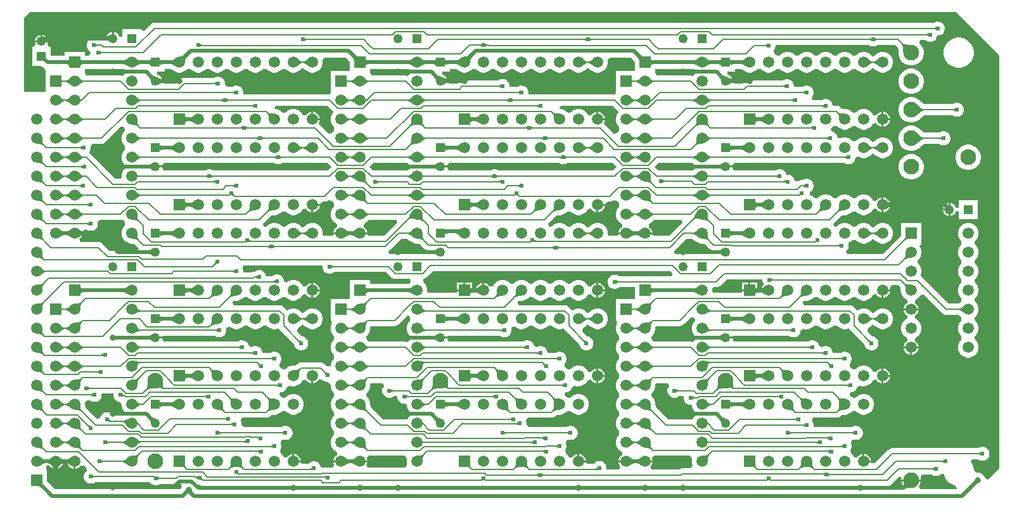
<source format=gbl>
G04*
G04 #@! TF.GenerationSoftware,Altium Limited,Altium Designer,21.0.9 (235)*
G04*
G04 Layer_Physical_Order=2*
G04 Layer_Color=16711680*
%FSLAX25Y25*%
%MOIN*%
G70*
G04*
G04 #@! TF.SameCoordinates,31CEDBB4-0C03-4BDA-8501-69305E767839*
G04*
G04*
G04 #@! TF.FilePolarity,Positive*
G04*
G01*
G75*
%ADD15C,0.00800*%
%ADD26C,0.02000*%
%ADD27R,0.04921X0.04921*%
%ADD28C,0.04921*%
%ADD29C,0.05906*%
%ADD30C,0.05906*%
%ADD31R,0.05906X0.05906*%
%ADD32R,0.05906X0.05906*%
%ADD33R,0.05906X0.05906*%
%ADD34R,0.04921X0.04921*%
%ADD35C,0.08268*%
%ADD36C,0.03200*%
%ADD37C,0.02400*%
G36*
X583143Y356921D02*
X583055Y357004D01*
X582965Y357079D01*
X582872Y357145D01*
X582777Y357202D01*
X582679Y357251D01*
X582578Y357290D01*
X582475Y357321D01*
X582369Y357343D01*
X582260Y357356D01*
X582149Y357361D01*
Y358161D01*
X582260Y358165D01*
X582369Y358178D01*
X582475Y358200D01*
X582578Y358231D01*
X582679Y358271D01*
X582777Y358319D01*
X582872Y358376D01*
X582965Y358442D01*
X583055Y358517D01*
X583143Y358601D01*
Y356921D01*
D02*
G37*
G36*
X579143Y353660D02*
X579056Y353744D01*
X578965Y353818D01*
X578872Y353884D01*
X578777Y353942D01*
X578679Y353990D01*
X578578Y354030D01*
X578475Y354060D01*
X578369Y354082D01*
X578260Y354096D01*
X578149Y354100D01*
Y354900D01*
X578260Y354904D01*
X578369Y354918D01*
X578475Y354940D01*
X578578Y354970D01*
X578679Y355010D01*
X578777Y355058D01*
X578872Y355116D01*
X578965Y355182D01*
X579056Y355256D01*
X579143Y355340D01*
Y353660D01*
D02*
G37*
G36*
X550945Y352756D02*
X551035Y352682D01*
X551128Y352616D01*
X551223Y352558D01*
X551321Y352510D01*
X551422Y352470D01*
X551525Y352440D01*
X551631Y352418D01*
X551740Y352404D01*
X551851Y352400D01*
Y351600D01*
X551740Y351596D01*
X551631Y351582D01*
X551525Y351560D01*
X551422Y351530D01*
X551321Y351490D01*
X551223Y351442D01*
X551128Y351384D01*
X551035Y351318D01*
X550945Y351244D01*
X550857Y351160D01*
Y352840D01*
X550945Y352756D01*
D02*
G37*
G36*
X549143Y351160D02*
X549055Y351244D01*
X548965Y351318D01*
X548872Y351384D01*
X548777Y351442D01*
X548679Y351490D01*
X548578Y351530D01*
X548475Y351560D01*
X548369Y351582D01*
X548260Y351596D01*
X548149Y351600D01*
Y352400D01*
X548260Y352404D01*
X548369Y352418D01*
X548475Y352440D01*
X548578Y352470D01*
X548679Y352510D01*
X548777Y352558D01*
X548872Y352616D01*
X548965Y352682D01*
X549055Y352756D01*
X549143Y352840D01*
Y351160D01*
D02*
G37*
G36*
X400945Y352756D02*
X401035Y352682D01*
X401128Y352616D01*
X401223Y352558D01*
X401321Y352510D01*
X401422Y352470D01*
X401525Y352440D01*
X401631Y352418D01*
X401740Y352404D01*
X401851Y352400D01*
Y351600D01*
X401740Y351596D01*
X401631Y351582D01*
X401525Y351560D01*
X401422Y351530D01*
X401321Y351490D01*
X401223Y351442D01*
X401128Y351384D01*
X401035Y351318D01*
X400945Y351244D01*
X400857Y351160D01*
Y352840D01*
X400945Y352756D01*
D02*
G37*
G36*
X399143Y351160D02*
X399056Y351244D01*
X398965Y351318D01*
X398872Y351384D01*
X398777Y351442D01*
X398679Y351490D01*
X398578Y351530D01*
X398475Y351560D01*
X398369Y351582D01*
X398260Y351596D01*
X398149Y351600D01*
Y352400D01*
X398260Y352404D01*
X398369Y352418D01*
X398475Y352440D01*
X398578Y352470D01*
X398679Y352510D01*
X398777Y352558D01*
X398872Y352616D01*
X398965Y352682D01*
X399056Y352756D01*
X399143Y352840D01*
Y351160D01*
D02*
G37*
G36*
X250944Y352756D02*
X251035Y352682D01*
X251128Y352616D01*
X251223Y352558D01*
X251321Y352510D01*
X251422Y352470D01*
X251525Y352440D01*
X251631Y352418D01*
X251740Y352404D01*
X251851Y352400D01*
Y351600D01*
X251740Y351596D01*
X251631Y351582D01*
X251525Y351560D01*
X251422Y351530D01*
X251321Y351490D01*
X251223Y351442D01*
X251128Y351384D01*
X251035Y351318D01*
X250944Y351244D01*
X250857Y351160D01*
Y352840D01*
X250944Y352756D01*
D02*
G37*
G36*
X616470Y343538D02*
X616470Y126462D01*
X610585Y120577D01*
X610265Y120569D01*
X608958Y121071D01*
X608821Y121582D01*
X608281Y122518D01*
X607517Y123281D01*
X606582Y123821D01*
X605540Y124100D01*
X604460D01*
X604394Y124082D01*
X602950Y125209D01*
Y125783D01*
X602644Y127319D01*
X602045Y128766D01*
X601505Y129575D01*
X602162Y131075D01*
X605192D01*
X605228Y131039D01*
X606072Y130552D01*
X607013Y130300D01*
X607987D01*
X608928Y130552D01*
X609772Y131039D01*
X610461Y131728D01*
X610948Y132572D01*
X611200Y133513D01*
Y134487D01*
X610948Y135428D01*
X610461Y136272D01*
X609772Y136961D01*
X608928Y137448D01*
X607987Y137700D01*
X607013D01*
X606072Y137448D01*
X605228Y136961D01*
X605192Y136925D01*
X560000D01*
X559243Y136825D01*
X558537Y136533D01*
X557932Y136068D01*
X550868Y129005D01*
X549262Y129077D01*
X548953Y129480D01*
Y129500D01*
X545000D01*
Y130000D01*
X544500D01*
Y133953D01*
X544480D01*
X543474Y133683D01*
X542573Y133163D01*
X541837Y132427D01*
X541639Y132085D01*
X540535Y132099D01*
X540011Y132226D01*
X539363Y133348D01*
X538348Y134363D01*
X537961Y135728D01*
X538448Y136572D01*
X538700Y137513D01*
Y138487D01*
X538448Y139428D01*
X538414Y139487D01*
X538849Y141219D01*
X538987Y141367D01*
X539419Y141552D01*
X540360Y141300D01*
X541334D01*
X542275Y141552D01*
X543119Y142039D01*
X543808Y142728D01*
X544295Y143572D01*
X544547Y144513D01*
Y145487D01*
X544295Y146428D01*
X543808Y147272D01*
X543119Y147961D01*
X542275Y148448D01*
X541334Y148700D01*
X540360D01*
X539419Y148448D01*
X538575Y147961D01*
X538540Y147925D01*
X519151D01*
X518700Y148513D01*
Y149487D01*
X518448Y150428D01*
X517961Y151272D01*
X517810Y151422D01*
X518432Y152922D01*
X530847D01*
X531604Y153022D01*
X532310Y153314D01*
X532915Y153779D01*
X533523Y154386D01*
X533595Y154404D01*
X533758Y154434D01*
X533953Y154459D01*
X534601Y154497D01*
X534984Y154499D01*
X535222Y154547D01*
X535718D01*
X537105Y154919D01*
X538348Y155637D01*
X539073Y156361D01*
X540000Y156534D01*
X540928Y156361D01*
X541652Y155637D01*
X542895Y154919D01*
X544282Y154547D01*
X545718D01*
X547105Y154919D01*
X548348Y155637D01*
X549363Y156652D01*
X550081Y157895D01*
X550453Y159282D01*
Y160718D01*
X550081Y162105D01*
X549363Y163348D01*
X548348Y164363D01*
X547105Y165081D01*
X545718Y165453D01*
X544282D01*
X542895Y165081D01*
X541652Y164363D01*
X540928Y163639D01*
X540000Y163466D01*
X539073Y163639D01*
X538348Y164363D01*
X537592Y164800D01*
X537994Y166300D01*
X538487D01*
X539428Y166552D01*
X540272Y167039D01*
X540961Y167728D01*
X541448Y168572D01*
X541552Y168962D01*
X542351Y169531D01*
X542790Y169748D01*
X543200Y169837D01*
X544282Y169547D01*
X545718D01*
X547105Y169919D01*
X548348Y170637D01*
X549363Y171652D01*
X550011Y172774D01*
X550535Y172901D01*
X551639Y172915D01*
X551837Y172573D01*
X552573Y171837D01*
X553474Y171317D01*
X554480Y171047D01*
X554500D01*
Y175000D01*
Y178953D01*
X554480D01*
X553474Y178683D01*
X552573Y178163D01*
X551837Y177427D01*
X551639Y177085D01*
X550535Y177099D01*
X550011Y177226D01*
X549363Y178348D01*
X548348Y179363D01*
X547105Y180081D01*
X545718Y180453D01*
X544282D01*
X542895Y180081D01*
X541652Y179363D01*
X540928Y178639D01*
X540000Y178466D01*
X539073Y178639D01*
X538348Y179363D01*
X537858Y179646D01*
X537708Y180004D01*
X537641Y181402D01*
X537645Y181413D01*
X537961Y181728D01*
X538448Y182572D01*
X538700Y183513D01*
Y184487D01*
X538448Y185428D01*
X537961Y186272D01*
X537272Y186961D01*
X536428Y187448D01*
X535487Y187700D01*
X534513D01*
X533572Y187448D01*
X532952Y187090D01*
X532926Y187078D01*
X528700D01*
Y187487D01*
X528448Y188428D01*
X527961Y189272D01*
X527272Y189961D01*
X526428Y190448D01*
X525487Y190700D01*
X524513D01*
X523572Y190448D01*
X523200Y190233D01*
X522660Y190325D01*
X521827Y190698D01*
X521592Y190890D01*
X521448Y191428D01*
X520961Y192272D01*
X520272Y192961D01*
X519428Y193448D01*
X518487Y193700D01*
X517513D01*
X516572Y193448D01*
X515728Y192961D01*
X515692Y192925D01*
X476939D01*
X476660Y193131D01*
X475886Y194425D01*
X475949Y194657D01*
X472500D01*
Y195657D01*
X475995D01*
X476315Y196075D01*
X505845D01*
X505881Y196039D01*
X506725Y195552D01*
X507666Y195300D01*
X508640D01*
X509581Y195552D01*
X510425Y196039D01*
X511114Y196728D01*
X511601Y197572D01*
X511853Y198513D01*
Y198789D01*
X512262Y199233D01*
X513107Y199770D01*
X513293Y199812D01*
X514282Y199547D01*
X515718D01*
X517105Y199919D01*
X518348Y200637D01*
X519072Y201361D01*
X520000Y201534D01*
X520927Y201361D01*
X521652Y200637D01*
X522895Y199919D01*
X524282Y199547D01*
X525718D01*
X527105Y199919D01*
X528348Y200637D01*
X529073Y201361D01*
X530000Y201534D01*
X530928Y201361D01*
X531652Y200637D01*
X532895Y199919D01*
X534282Y199547D01*
X535718D01*
X537105Y199919D01*
X537156Y199949D01*
X537467Y199843D01*
X537932Y199237D01*
X545453Y191716D01*
Y191666D01*
X545705Y190725D01*
X546192Y189881D01*
X546881Y189192D01*
X547725Y188705D01*
X548666Y188453D01*
X549640D01*
X550581Y188705D01*
X551425Y189192D01*
X552113Y189881D01*
X552601Y190725D01*
X552853Y191666D01*
Y192640D01*
X552601Y193581D01*
X552113Y194425D01*
X551425Y195114D01*
X550581Y195601D01*
X549640Y195853D01*
X549589D01*
X546942Y198500D01*
X547447Y200116D01*
X548348Y200637D01*
X548698Y200987D01*
X548902Y201121D01*
X549174Y201391D01*
X549658Y201822D01*
X549814Y201943D01*
X549950Y202037D01*
X550000Y202066D01*
X550050Y202037D01*
X550186Y201943D01*
X550342Y201822D01*
X550826Y201391D01*
X551098Y201121D01*
X551302Y200987D01*
X551652Y200637D01*
X552895Y199919D01*
X554282Y199547D01*
X555718D01*
X557105Y199919D01*
X558348Y200637D01*
X559363Y201652D01*
X560081Y202895D01*
X560453Y204282D01*
Y205718D01*
X560081Y207105D01*
X559363Y208348D01*
X558348Y209363D01*
X557105Y210081D01*
X555718Y210453D01*
X554282D01*
X552895Y210081D01*
X551652Y209363D01*
X551302Y209013D01*
X551098Y208878D01*
X550826Y208609D01*
X550342Y208178D01*
X550186Y208057D01*
X550050Y207963D01*
X550000Y207934D01*
X549950Y207963D01*
X549814Y208057D01*
X549658Y208178D01*
X549174Y208609D01*
X548902Y208878D01*
X548698Y209013D01*
X548348Y209363D01*
X547105Y210081D01*
X545718Y210453D01*
X544282D01*
X542895Y210081D01*
X541729Y209408D01*
X539916Y211221D01*
X539310Y211686D01*
X538604Y211978D01*
X537847Y212078D01*
X513697D01*
X513011Y213510D01*
X513523Y214295D01*
X513616Y214408D01*
X513758Y214434D01*
X513953Y214459D01*
X514601Y214496D01*
X514984Y214498D01*
X515223Y214547D01*
X515718D01*
X517105Y214919D01*
X518348Y215637D01*
X519072Y216361D01*
X520000Y216534D01*
X520927Y216361D01*
X521652Y215637D01*
X522895Y214919D01*
X524282Y214547D01*
X525718D01*
X527105Y214919D01*
X528348Y215637D01*
X529073Y216361D01*
X530000Y216534D01*
X530928Y216361D01*
X531652Y215637D01*
X532895Y214919D01*
X534282Y214547D01*
X535718D01*
X537105Y214919D01*
X538348Y215637D01*
X539073Y216361D01*
X540000Y216534D01*
X540928Y216361D01*
X541652Y215637D01*
X542895Y214919D01*
X544282Y214547D01*
X545718D01*
X547105Y214919D01*
X548348Y215637D01*
X549363Y216652D01*
X550011Y217774D01*
X550535Y217901D01*
X551639Y217915D01*
X551837Y217573D01*
X552573Y216837D01*
X553474Y216317D01*
X554480Y216047D01*
X554500D01*
Y220000D01*
X555000D01*
Y220500D01*
X558953D01*
Y220520D01*
X558804Y221075D01*
X559433Y222224D01*
X559810Y222575D01*
X563288D01*
X564386Y221477D01*
X564404Y221405D01*
X564434Y221242D01*
X564459Y221047D01*
X564497Y220399D01*
X564498Y220016D01*
X564547Y219777D01*
Y219282D01*
X564919Y217895D01*
X565637Y216652D01*
X566652Y215637D01*
X567774Y214989D01*
X567901Y214465D01*
X567915Y213361D01*
X567573Y213163D01*
X566837Y212427D01*
X566317Y211526D01*
X566047Y210520D01*
Y210500D01*
X573953D01*
Y210520D01*
X573683Y211526D01*
X573163Y212427D01*
X572427Y213163D01*
X572085Y213361D01*
X572099Y214465D01*
X572226Y214989D01*
X573348Y215637D01*
X574363Y216652D01*
X574812Y217430D01*
X576478Y217886D01*
X586432Y207932D01*
X587038Y207467D01*
X587743Y207175D01*
X588500Y207075D01*
X594986D01*
X595050Y207037D01*
X595186Y206943D01*
X595341Y206822D01*
X595826Y206391D01*
X596098Y206121D01*
X596302Y205987D01*
X596361Y205927D01*
X596534Y205000D01*
X596361Y204072D01*
X595637Y203348D01*
X594919Y202105D01*
X594547Y200718D01*
Y199282D01*
X594919Y197895D01*
X595637Y196652D01*
X596361Y195928D01*
X596534Y195000D01*
X596361Y194072D01*
X595637Y193348D01*
X594919Y192105D01*
X594547Y190718D01*
Y189282D01*
X594919Y187895D01*
X595637Y186652D01*
X596652Y185637D01*
X597895Y184919D01*
X599282Y184547D01*
X600718D01*
X602105Y184919D01*
X603348Y185637D01*
X604363Y186652D01*
X605081Y187895D01*
X605453Y189282D01*
Y190718D01*
X605081Y192105D01*
X604363Y193348D01*
X603639Y194072D01*
X603466Y195000D01*
X603639Y195928D01*
X604363Y196652D01*
X605081Y197895D01*
X605453Y199282D01*
Y200718D01*
X605081Y202105D01*
X604363Y203348D01*
X603639Y204072D01*
X603466Y205000D01*
X603639Y205927D01*
X604363Y206652D01*
X605081Y207895D01*
X605453Y209282D01*
Y210718D01*
X605081Y212105D01*
X604363Y213348D01*
X603639Y214072D01*
X603466Y215000D01*
X603639Y215928D01*
X604363Y216652D01*
X605081Y217895D01*
X605453Y219282D01*
Y220718D01*
X605081Y222105D01*
X604363Y223348D01*
X603639Y224073D01*
X603466Y225000D01*
X603639Y225927D01*
X604363Y226652D01*
X605081Y227895D01*
X605453Y229282D01*
Y230718D01*
X605081Y232105D01*
X604363Y233348D01*
X603639Y234072D01*
X603466Y235000D01*
X603639Y235928D01*
X604363Y236652D01*
X605081Y237895D01*
X605453Y239282D01*
Y240718D01*
X605081Y242105D01*
X604363Y243348D01*
X603639Y244073D01*
X603466Y245000D01*
X603639Y245928D01*
X604363Y246652D01*
X605081Y247895D01*
X605453Y249282D01*
Y250718D01*
X605081Y252105D01*
X604363Y253348D01*
X603348Y254363D01*
X602105Y255081D01*
X600718Y255453D01*
X599282D01*
X597895Y255081D01*
X596652Y254363D01*
X595637Y253348D01*
X594919Y252105D01*
X594547Y250718D01*
Y249282D01*
X594919Y247895D01*
X595637Y246652D01*
X596361Y245928D01*
X596534Y245000D01*
X596361Y244073D01*
X595637Y243348D01*
X594919Y242105D01*
X594547Y240718D01*
Y239282D01*
X594919Y237895D01*
X595637Y236652D01*
X596361Y235928D01*
X596534Y235000D01*
X596361Y234072D01*
X595637Y233348D01*
X594919Y232105D01*
X594547Y230718D01*
Y229282D01*
X594919Y227895D01*
X595637Y226652D01*
X596361Y225927D01*
X596534Y225000D01*
X596361Y224073D01*
X595637Y223348D01*
X594919Y222105D01*
X594547Y220718D01*
Y219282D01*
X594919Y217895D01*
X595637Y216652D01*
X596361Y215928D01*
X596534Y215000D01*
X596361Y214072D01*
X596302Y214013D01*
X596098Y213878D01*
X595826Y213609D01*
X595341Y213178D01*
X595186Y213057D01*
X595050Y212963D01*
X594986Y212925D01*
X589712D01*
X575568Y227068D01*
X574963Y227533D01*
X574929Y227632D01*
X575081Y227895D01*
X575453Y229282D01*
Y230718D01*
X575081Y232105D01*
X574363Y233348D01*
X573639Y234072D01*
X573466Y235000D01*
X573639Y235928D01*
X574363Y236652D01*
X575081Y237895D01*
X575453Y239282D01*
Y240718D01*
X575081Y242105D01*
X574537Y243047D01*
X574893Y244038D01*
X575285Y244547D01*
X575453D01*
Y255453D01*
X564547D01*
Y248684D01*
X554949Y239086D01*
X536254D01*
X535828Y240371D01*
X535818Y240586D01*
X536461Y241228D01*
X536948Y242072D01*
X537200Y243013D01*
Y243987D01*
X536961Y244880D01*
X537105Y244919D01*
X538348Y245637D01*
X539073Y246361D01*
X540000Y246534D01*
X540928Y246361D01*
X541652Y245637D01*
X542895Y244919D01*
X544282Y244547D01*
X545718D01*
X547105Y244919D01*
X548348Y245637D01*
X548698Y245987D01*
X548902Y246122D01*
X549174Y246391D01*
X549658Y246822D01*
X549814Y246942D01*
X549950Y247037D01*
X550000Y247066D01*
X550050Y247037D01*
X550186Y246943D01*
X550342Y246822D01*
X550826Y246391D01*
X551098Y246122D01*
X551302Y245987D01*
X551652Y245637D01*
X552895Y244919D01*
X554282Y244547D01*
X555718D01*
X557105Y244919D01*
X558348Y245637D01*
X559363Y246652D01*
X560081Y247895D01*
X560453Y249282D01*
Y250718D01*
X560081Y252105D01*
X559363Y253348D01*
X558348Y254363D01*
X557105Y255081D01*
X555718Y255453D01*
X554282D01*
X552895Y255081D01*
X551652Y254363D01*
X551302Y254013D01*
X551098Y253878D01*
X550826Y253609D01*
X550342Y253178D01*
X550186Y253058D01*
X550050Y252963D01*
X550000Y252934D01*
X549950Y252963D01*
X549814Y253057D01*
X549658Y253178D01*
X549174Y253609D01*
X548902Y253878D01*
X548698Y254013D01*
X548348Y254363D01*
X547105Y255081D01*
X545718Y255453D01*
X544282D01*
X542895Y255081D01*
X541652Y254363D01*
X540928Y253639D01*
X540000Y253466D01*
X539073Y253639D01*
X538348Y254363D01*
X537105Y255081D01*
X535718Y255453D01*
X534282D01*
X532895Y255081D01*
X531652Y254363D01*
X530928Y253639D01*
X530000Y253466D01*
X529415Y253575D01*
X529101Y254964D01*
X533523Y259386D01*
X533595Y259404D01*
X533758Y259434D01*
X533953Y259459D01*
X534601Y259496D01*
X534984Y259499D01*
X535222Y259547D01*
X535718D01*
X537105Y259919D01*
X538348Y260637D01*
X539073Y261361D01*
X540000Y261534D01*
X540928Y261361D01*
X541652Y260637D01*
X542895Y259919D01*
X544282Y259547D01*
X545718D01*
X547105Y259919D01*
X548348Y260637D01*
X549363Y261652D01*
X550011Y262774D01*
X550535Y262901D01*
X551639Y262915D01*
X551837Y262573D01*
X552573Y261837D01*
X553474Y261317D01*
X554480Y261047D01*
X554500D01*
Y265000D01*
Y268953D01*
X554480D01*
X553474Y268683D01*
X552573Y268163D01*
X551837Y267427D01*
X551639Y267085D01*
X550535Y267099D01*
X550011Y267226D01*
X549363Y268348D01*
X548348Y269363D01*
X547105Y270081D01*
X545718Y270453D01*
X544282D01*
X542895Y270081D01*
X541652Y269363D01*
X540928Y268639D01*
X540000Y268466D01*
X539073Y268639D01*
X538348Y269363D01*
X537105Y270081D01*
X535718Y270453D01*
X534282D01*
X532895Y270081D01*
X531652Y269363D01*
X530928Y268639D01*
X530000Y268466D01*
X529073Y268639D01*
X528348Y269363D01*
X527105Y270081D01*
X525718Y270453D01*
X524282D01*
X522895Y270081D01*
X521652Y269363D01*
X520927Y268639D01*
X520000Y268466D01*
X519072Y268639D01*
X518348Y269363D01*
X517105Y270081D01*
X516870Y270144D01*
X516711Y270651D01*
X516740Y271732D01*
X517272Y272039D01*
X517961Y272728D01*
X518448Y273572D01*
X518700Y274513D01*
Y275487D01*
X518448Y276428D01*
X517961Y277272D01*
X517272Y277961D01*
X516428Y278448D01*
X515487Y278700D01*
X514513D01*
X513572Y278448D01*
X512728Y277961D01*
X512692Y277925D01*
X512000D01*
X511243Y277825D01*
X510537Y277533D01*
X510200Y277274D01*
X509177Y277556D01*
X508643Y277901D01*
X508448Y278628D01*
X507961Y279472D01*
X507272Y280161D01*
X506428Y280648D01*
X505487Y280900D01*
X504513D01*
X504442Y280881D01*
X504295Y281428D01*
X503808Y282272D01*
X503119Y282961D01*
X502275Y283448D01*
X501334Y283700D01*
X500360D01*
X499419Y283448D01*
X498575Y282961D01*
X498540Y282925D01*
X476939D01*
X476660Y283131D01*
X475886Y284425D01*
X475949Y284657D01*
X472500D01*
Y285657D01*
X475993D01*
X477025Y287075D01*
X534692D01*
X534728Y287039D01*
X535572Y286552D01*
X536513Y286300D01*
X537487D01*
X538428Y286552D01*
X539272Y287039D01*
X539961Y287728D01*
X540448Y288572D01*
X540700Y289513D01*
Y289531D01*
X540802Y289650D01*
X542200Y290320D01*
X542895Y289919D01*
X544282Y289547D01*
X545718D01*
X547105Y289919D01*
X548348Y290637D01*
X548698Y290987D01*
X548902Y291122D01*
X549174Y291391D01*
X549658Y291822D01*
X549814Y291943D01*
X549950Y292037D01*
X550000Y292066D01*
X550050Y292037D01*
X550186Y291943D01*
X550342Y291822D01*
X550826Y291391D01*
X551098Y291122D01*
X551302Y290987D01*
X551652Y290637D01*
X552895Y289919D01*
X554282Y289547D01*
X555718D01*
X557105Y289919D01*
X558348Y290637D01*
X559363Y291652D01*
X560081Y292895D01*
X560453Y294282D01*
Y295718D01*
X560081Y297105D01*
X559363Y298348D01*
X558348Y299363D01*
X557105Y300081D01*
X555718Y300453D01*
X554282D01*
X552895Y300081D01*
X551652Y299363D01*
X551302Y299013D01*
X551098Y298879D01*
X550826Y298609D01*
X550342Y298178D01*
X550186Y298058D01*
X550050Y297963D01*
X550000Y297934D01*
X549950Y297963D01*
X549814Y298057D01*
X549658Y298178D01*
X549174Y298609D01*
X548902Y298879D01*
X548698Y299013D01*
X548348Y299363D01*
X547105Y300081D01*
X545718Y300453D01*
X544282D01*
X542895Y300081D01*
X541652Y299363D01*
X540928Y298639D01*
X540000Y298466D01*
X539073Y298639D01*
X538348Y299363D01*
X537105Y300081D01*
X535718Y300453D01*
X534282D01*
X532895Y300081D01*
X532700Y299968D01*
X531979Y300218D01*
X531119Y300788D01*
X530948Y301428D01*
X530461Y302272D01*
X529772Y302961D01*
X528928Y303448D01*
X527991Y303699D01*
X527984Y303712D01*
X527592Y305200D01*
X528348Y305637D01*
X529073Y306361D01*
X530000Y306534D01*
X530928Y306361D01*
X531652Y305637D01*
X532895Y304919D01*
X534282Y304547D01*
X535718D01*
X537105Y304919D01*
X538348Y305637D01*
X539073Y306361D01*
X540000Y306534D01*
X540928Y306361D01*
X541652Y305637D01*
X542895Y304919D01*
X544282Y304547D01*
X545718D01*
X547105Y304919D01*
X548348Y305637D01*
X549363Y306652D01*
X550011Y307774D01*
X550535Y307901D01*
X551639Y307915D01*
X551837Y307573D01*
X552573Y306837D01*
X553474Y306317D01*
X554480Y306047D01*
X554500D01*
Y310000D01*
Y313953D01*
X554480D01*
X553474Y313683D01*
X552573Y313163D01*
X551837Y312427D01*
X551639Y312085D01*
X550535Y312099D01*
X550011Y312226D01*
X549363Y313348D01*
X548348Y314363D01*
X547105Y315081D01*
X545718Y315453D01*
X544282D01*
X542895Y315081D01*
X541652Y314363D01*
X540928Y313639D01*
X540000Y313466D01*
X539073Y313639D01*
X538348Y314363D01*
X537105Y315081D01*
X535718Y315453D01*
X535222D01*
X534984Y315501D01*
X534601Y315504D01*
X533953Y315541D01*
X533758Y315566D01*
X533595Y315596D01*
X533523Y315614D01*
X532915Y316221D01*
X532310Y316686D01*
X531604Y316978D01*
X530847Y317078D01*
X528700D01*
Y317487D01*
X528448Y318428D01*
X527961Y319272D01*
X527272Y319961D01*
X526428Y320448D01*
X525487Y320700D01*
X524513D01*
X523572Y320448D01*
X522728Y319961D01*
X522692Y319925D01*
X518203D01*
X517658Y321425D01*
X517961Y321728D01*
X518448Y322572D01*
X518700Y323513D01*
Y324487D01*
X518448Y325428D01*
X517961Y326272D01*
X517272Y326961D01*
X516428Y327448D01*
X515487Y327700D01*
X514513D01*
X513572Y327448D01*
X512952Y327090D01*
X512926Y327078D01*
X508325D01*
Y327862D01*
X508073Y328803D01*
X507586Y329647D01*
X506897Y330336D01*
X506053Y330823D01*
X505112Y331075D01*
X504138D01*
X503197Y330823D01*
X502353Y330336D01*
X502300Y330282D01*
X483857D01*
Y329037D01*
X483825Y329060D01*
X483777Y329081D01*
X483712Y329099D01*
X483630Y329114D01*
X483532Y329127D01*
X483286Y329147D01*
X482791Y329157D01*
Y330119D01*
X482240Y329890D01*
X481634Y329426D01*
X480981Y328772D01*
X477264D01*
X476225Y329514D01*
Y329157D01*
X475978Y329150D01*
X475743Y329129D01*
X475519Y329092D01*
X475305Y329042D01*
X475103Y328977D01*
X474912Y328897D01*
X474732Y328803D01*
X474563Y328695D01*
X474404Y328572D01*
X474257Y328435D01*
Y329657D01*
X472500D01*
Y330657D01*
X474257D01*
Y331880D01*
X474404Y331743D01*
X474563Y331620D01*
X474732Y331511D01*
X474912Y331417D01*
X475103Y331338D01*
X475305Y331273D01*
X475519Y331222D01*
X475743Y331186D01*
X475809Y331180D01*
X475725Y331493D01*
X475269Y332282D01*
X474625Y332927D01*
X473836Y333382D01*
X473249Y333539D01*
X473447Y335039D01*
X477461D01*
Y336470D01*
X480281D01*
X480351Y336453D01*
X480525Y336446D01*
X480588Y336439D01*
X480641Y336428D01*
X480689Y336414D01*
X480737Y336395D01*
X480787Y336371D01*
X480844Y336337D01*
X480910Y336291D01*
X480986Y336228D01*
X481133Y336088D01*
X481319Y335970D01*
X481652Y335637D01*
X482895Y334919D01*
X484282Y334547D01*
X485718D01*
X487105Y334919D01*
X488348Y335637D01*
X489073Y336361D01*
X490000Y336534D01*
X490928Y336361D01*
X491652Y335637D01*
X492895Y334919D01*
X494282Y334547D01*
X495718D01*
X497105Y334919D01*
X498348Y335637D01*
X499073Y336361D01*
X500000Y336534D01*
X500927Y336361D01*
X501652Y335637D01*
X502895Y334919D01*
X504282Y334547D01*
X505718D01*
X507105Y334919D01*
X508348Y335637D01*
X509072Y336361D01*
X510000Y336534D01*
X510927Y336361D01*
X511652Y335637D01*
X512895Y334919D01*
X514282Y334547D01*
X515718D01*
X517105Y334919D01*
X518348Y335637D01*
X519072Y336361D01*
X520000Y336534D01*
X520927Y336361D01*
X521652Y335637D01*
X522895Y334919D01*
X524282Y334547D01*
X525718D01*
X527105Y334919D01*
X528348Y335637D01*
X529073Y336361D01*
X530000Y336534D01*
X530928Y336361D01*
X531652Y335637D01*
X532895Y334919D01*
X534282Y334547D01*
X535718D01*
X537105Y334919D01*
X538348Y335637D01*
X539073Y336361D01*
X540000Y336534D01*
X540928Y336361D01*
X541652Y335637D01*
X542895Y334919D01*
X544282Y334547D01*
X545718D01*
X547105Y334919D01*
X548348Y335637D01*
X548698Y335987D01*
X548902Y336122D01*
X549174Y336391D01*
X549658Y336822D01*
X549814Y336943D01*
X549950Y337037D01*
X550000Y337066D01*
X550050Y337037D01*
X550186Y336943D01*
X550342Y336822D01*
X550826Y336391D01*
X551098Y336122D01*
X551302Y335987D01*
X551652Y335637D01*
X552895Y334919D01*
X554282Y334547D01*
X555718D01*
X557105Y334919D01*
X558348Y335637D01*
X559363Y336652D01*
X560081Y337895D01*
X560453Y339282D01*
Y340718D01*
X560081Y342105D01*
X559363Y343348D01*
X558348Y344363D01*
X557105Y345081D01*
X555718Y345453D01*
X554282D01*
X552895Y345081D01*
X551652Y344363D01*
X551302Y344013D01*
X551098Y343879D01*
X550826Y343609D01*
X550342Y343178D01*
X550186Y343057D01*
X550050Y342963D01*
X550000Y342934D01*
X549950Y342963D01*
X549814Y343057D01*
X549658Y343178D01*
X549174Y343609D01*
X548902Y343879D01*
X548698Y344013D01*
X548348Y344363D01*
X547105Y345081D01*
X545718Y345453D01*
X544282D01*
X542895Y345081D01*
X541652Y344363D01*
X540928Y343639D01*
X540000Y343466D01*
X539073Y343639D01*
X538348Y344363D01*
X537105Y345081D01*
X535718Y345453D01*
X534282D01*
X532895Y345081D01*
X531652Y344363D01*
X530928Y343639D01*
X530000Y343466D01*
X529073Y343639D01*
X528348Y344363D01*
X527105Y345081D01*
X525718Y345453D01*
X524282D01*
X522895Y345081D01*
X521652Y344363D01*
X520927Y343639D01*
X520000Y343466D01*
X519072Y343639D01*
X518348Y344363D01*
X517105Y345081D01*
X515718Y345453D01*
X514282D01*
X512895Y345081D01*
X511652Y344363D01*
X510927Y343639D01*
X510000Y343466D01*
X509072Y343639D01*
X508348Y344363D01*
X507105Y345081D01*
X505718Y345453D01*
X504282D01*
X502895Y345081D01*
X501652Y344363D01*
X500927Y343639D01*
X500000Y343466D01*
X499073Y343639D01*
X498348Y344363D01*
X497998Y344566D01*
X497874Y344789D01*
X497783Y346390D01*
X497961Y346568D01*
X498448Y347411D01*
X498700Y348352D01*
Y349075D01*
X547692D01*
X547728Y349039D01*
X548572Y348552D01*
X549513Y348300D01*
X550487D01*
X551428Y348552D01*
X552272Y349039D01*
X552308Y349075D01*
X561788D01*
X563064Y347799D01*
X563083Y347764D01*
X563083Y347763D01*
X563123Y347633D01*
X563175Y347398D01*
X563217Y347130D01*
X563316Y345626D01*
X563317Y345034D01*
X563366Y344793D01*
Y344347D01*
X563621Y343065D01*
X564121Y341858D01*
X564847Y340771D01*
X565771Y339847D01*
X566858Y339121D01*
X568065Y338621D01*
X569347Y338366D01*
X570653D01*
X571935Y338621D01*
X573142Y339121D01*
X574229Y339847D01*
X575153Y340771D01*
X575879Y341858D01*
X576379Y343065D01*
X576634Y344347D01*
Y345653D01*
X576379Y346935D01*
X575879Y348142D01*
X575153Y349229D01*
X574307Y350075D01*
X574331Y350407D01*
X574800Y351575D01*
X577692D01*
X577728Y351539D01*
X578572Y351052D01*
X579513Y350800D01*
X580487D01*
X581428Y351052D01*
X582272Y351539D01*
X582961Y352228D01*
X583448Y353072D01*
X583700Y354013D01*
Y354061D01*
X584487D01*
X585428Y354313D01*
X586272Y354800D01*
X586961Y355489D01*
X587448Y356332D01*
X587700Y357274D01*
Y358248D01*
X587448Y359189D01*
X586961Y360033D01*
X586272Y360721D01*
X585428Y361209D01*
X584487Y361461D01*
X583513D01*
X582572Y361209D01*
X581728Y360721D01*
X581692Y360686D01*
X171879D01*
X171122Y360586D01*
X170416Y360294D01*
X169811Y359829D01*
X166347Y356365D01*
X164961Y356939D01*
Y357461D01*
X155039D01*
Y353447D01*
X153539Y353249D01*
X153382Y353836D01*
X152927Y354625D01*
X152282Y355269D01*
X151493Y355725D01*
X150657Y355949D01*
Y352500D01*
X149657D01*
Y355949D01*
X148822Y355725D01*
X148032Y355269D01*
X147388Y354625D01*
X146933Y353836D01*
X146849Y353523D01*
X146914Y353529D01*
X147139Y353565D01*
X147352Y353616D01*
X147554Y353681D01*
X147746Y353760D01*
X147926Y353854D01*
X148095Y353962D01*
X148253Y354085D01*
X148400Y354222D01*
Y350778D01*
X148253Y350915D01*
X148095Y351038D01*
X147926Y351146D01*
X147746Y351240D01*
X147554Y351319D01*
X147352Y351384D01*
X147139Y351435D01*
X146914Y351471D01*
X146679Y351493D01*
X146433Y351500D01*
Y352275D01*
X145773Y351770D01*
X145258Y351618D01*
X144757Y351825D01*
X144000Y351925D01*
X142308D01*
X142272Y351961D01*
X141428Y352448D01*
X140487Y352700D01*
X139513D01*
X138572Y352448D01*
X137728Y351961D01*
X137039Y351272D01*
X136552Y350428D01*
X136300Y349487D01*
Y348513D01*
X136552Y347572D01*
X137039Y346728D01*
X137728Y346039D01*
X138175Y345781D01*
X138303Y344702D01*
X137273Y343530D01*
X135453D01*
Y345453D01*
X124547D01*
Y343530D01*
X117461D01*
Y348024D01*
X116518D01*
X115680Y349524D01*
X115725Y349601D01*
X115949Y350437D01*
X112500D01*
X109051D01*
X109275Y349601D01*
X109320Y349524D01*
X108482Y348024D01*
X107539D01*
Y338102D01*
X112468D01*
X113067Y337504D01*
X113798Y336943D01*
X114161Y336793D01*
X114547Y335453D01*
X114547Y335453D01*
Y324547D01*
X103530D01*
X103530Y363538D01*
X106462Y366470D01*
X593538D01*
X616470Y343538D01*
D02*
G37*
G36*
X345944Y349756D02*
X346035Y349682D01*
X346128Y349616D01*
X346223Y349558D01*
X346321Y349510D01*
X346422Y349470D01*
X346525Y349440D01*
X346631Y349418D01*
X346740Y349404D01*
X346851Y349400D01*
Y348600D01*
X346740Y348596D01*
X346631Y348582D01*
X346525Y348560D01*
X346422Y348530D01*
X346321Y348490D01*
X346223Y348442D01*
X346128Y348384D01*
X346035Y348318D01*
X345944Y348244D01*
X345857Y348160D01*
Y349840D01*
X345944Y349756D01*
D02*
G37*
G36*
X344143Y348160D02*
X344056Y348244D01*
X343965Y348318D01*
X343872Y348384D01*
X343777Y348442D01*
X343679Y348490D01*
X343578Y348530D01*
X343475Y348560D01*
X343369Y348582D01*
X343260Y348596D01*
X343149Y348600D01*
Y349400D01*
X343260Y349404D01*
X343369Y349418D01*
X343475Y349440D01*
X343578Y349470D01*
X343679Y349510D01*
X343777Y349558D01*
X343872Y349616D01*
X343965Y349682D01*
X344056Y349756D01*
X344143Y349840D01*
Y348160D01*
D02*
G37*
G36*
X140945Y349756D02*
X141035Y349682D01*
X141128Y349616D01*
X141223Y349558D01*
X141321Y349510D01*
X141422Y349470D01*
X141525Y349440D01*
X141631Y349418D01*
X141740Y349404D01*
X141851Y349400D01*
Y348600D01*
X141740Y348596D01*
X141631Y348582D01*
X141525Y348560D01*
X141422Y348530D01*
X141321Y348490D01*
X141223Y348442D01*
X141128Y348384D01*
X141035Y348318D01*
X140945Y348244D01*
X140857Y348160D01*
Y349840D01*
X140945Y349756D01*
D02*
G37*
G36*
X196035Y349627D02*
X196113Y349546D01*
X196196Y349474D01*
X196282Y349412D01*
X196374Y349359D01*
X196469Y349316D01*
X196569Y349282D01*
X196674Y349258D01*
X196783Y349244D01*
X196896Y349239D01*
X196781Y348439D01*
X196672Y348435D01*
X196564Y348424D01*
X196457Y348405D01*
X196351Y348377D01*
X196246Y348343D01*
X196142Y348300D01*
X196039Y348250D01*
X195938Y348192D01*
X195837Y348126D01*
X195737Y348053D01*
X195962Y349718D01*
X196035Y349627D01*
D02*
G37*
G36*
X494263Y347892D02*
X494163Y347966D01*
X494062Y348031D01*
X493961Y348089D01*
X493858Y348140D01*
X493754Y348182D01*
X493649Y348217D01*
X493543Y348244D01*
X493436Y348263D01*
X493328Y348275D01*
X493219Y348279D01*
X493104Y349079D01*
X493217Y349083D01*
X493326Y349098D01*
X493431Y349122D01*
X493531Y349155D01*
X493626Y349198D01*
X493717Y349251D01*
X493804Y349313D01*
X493887Y349385D01*
X493965Y349466D01*
X494038Y349557D01*
X494263Y347892D01*
D02*
G37*
G36*
X565815Y349785D02*
X566064Y349642D01*
X566366Y349517D01*
X566721Y349409D01*
X567128Y349319D01*
X567588Y349247D01*
X568668Y349155D01*
X569287Y349135D01*
X569959Y349134D01*
X565866Y345041D01*
X565865Y345713D01*
X565753Y347412D01*
X565681Y347872D01*
X565591Y348279D01*
X565483Y348634D01*
X565358Y348936D01*
X565215Y349184D01*
X565054Y349380D01*
X565620Y349946D01*
X565815Y349785D01*
D02*
G37*
G36*
X143445Y345756D02*
X143535Y345682D01*
X143628Y345616D01*
X143723Y345558D01*
X143821Y345510D01*
X143922Y345470D01*
X144025Y345440D01*
X144131Y345418D01*
X144240Y345404D01*
X144351Y345400D01*
Y344600D01*
X144240Y344596D01*
X144131Y344582D01*
X144025Y344560D01*
X143922Y344530D01*
X143821Y344490D01*
X143723Y344442D01*
X143628Y344384D01*
X143535Y344318D01*
X143445Y344244D01*
X143357Y344160D01*
Y345840D01*
X143445Y345756D01*
D02*
G37*
G36*
X427470Y343958D02*
X428207Y343333D01*
X428533Y343106D01*
X428830Y342935D01*
X429099Y342820D01*
X429339Y342763D01*
X429550Y342761D01*
X429733Y342817D01*
X429888Y342929D01*
X427071Y340112D01*
X427183Y340267D01*
X427239Y340450D01*
X427237Y340661D01*
X427180Y340901D01*
X427065Y341170D01*
X426894Y341467D01*
X426667Y341793D01*
X426383Y342147D01*
X425645Y342941D01*
X427059Y344355D01*
X427470Y343958D01*
D02*
G37*
G36*
X277470D02*
X278207Y343333D01*
X278533Y343106D01*
X278830Y342935D01*
X279099Y342820D01*
X279339Y342763D01*
X279550Y342761D01*
X279733Y342817D01*
X279888Y342929D01*
X277071Y340112D01*
X277183Y340267D01*
X277239Y340450D01*
X277237Y340661D01*
X277180Y340901D01*
X277065Y341170D01*
X276894Y341467D01*
X276667Y341793D01*
X276383Y342147D01*
X275645Y342941D01*
X277059Y344355D01*
X277470Y343958D01*
D02*
G37*
G36*
X338924Y342510D02*
X338737Y342308D01*
X338570Y342095D01*
X338422Y341873D01*
X338295Y341640D01*
X338188Y341397D01*
X338101Y341143D01*
X338034Y340880D01*
X337987Y340607D01*
X337960Y340323D01*
X337953Y340030D01*
X335030Y342953D01*
X335323Y342960D01*
X335607Y342987D01*
X335880Y343034D01*
X336143Y343101D01*
X336397Y343188D01*
X336640Y343295D01*
X336873Y343423D01*
X337095Y343570D01*
X337308Y343737D01*
X337510Y343924D01*
X338924Y342510D01*
D02*
G37*
G36*
X188924D02*
X188737Y342308D01*
X188570Y342095D01*
X188423Y341873D01*
X188295Y341640D01*
X188188Y341397D01*
X188101Y341143D01*
X188034Y340880D01*
X187987Y340607D01*
X187960Y340323D01*
X187953Y340030D01*
X185029Y342953D01*
X185323Y342960D01*
X185607Y342987D01*
X185880Y343034D01*
X186144Y343101D01*
X186397Y343188D01*
X186640Y343295D01*
X186872Y343423D01*
X187095Y343570D01*
X187308Y343737D01*
X187510Y343924D01*
X188924Y342510D01*
D02*
G37*
G36*
X474957Y341810D02*
X475017Y341640D01*
X475118Y341490D01*
X475259Y341360D01*
X475440Y341250D01*
X475661Y341160D01*
X475922Y341090D01*
X476224Y341040D01*
X476566Y341010D01*
X476949Y341000D01*
Y339000D01*
X476566Y338990D01*
X476224Y338960D01*
X475922Y338910D01*
X475661Y338840D01*
X475440Y338750D01*
X475259Y338640D01*
X475118Y338510D01*
X475017Y338360D01*
X474957Y338190D01*
X474937Y338000D01*
Y342000D01*
X474957Y341810D01*
D02*
G37*
G36*
X470063Y338000D02*
X470043Y338190D01*
X469983Y338360D01*
X469882Y338510D01*
X469741Y338640D01*
X469560Y338750D01*
X469339Y338840D01*
X469077Y338910D01*
X468776Y338960D01*
X468434Y338990D01*
X468051Y339000D01*
Y341000D01*
X468434Y341010D01*
X468776Y341040D01*
X469077Y341090D01*
X469339Y341160D01*
X469560Y341250D01*
X469741Y341360D01*
X469882Y341490D01*
X469983Y341640D01*
X470043Y341810D01*
X470063Y342000D01*
Y338000D01*
D02*
G37*
G36*
X432949Y341810D02*
X433009Y341640D01*
X433110Y341490D01*
X433251Y341360D01*
X433432Y341250D01*
X433653Y341160D01*
X433915Y341090D01*
X434216Y341040D01*
X434558Y341010D01*
X434941Y341000D01*
Y339000D01*
X434558Y338990D01*
X434216Y338960D01*
X433915Y338910D01*
X433653Y338840D01*
X433432Y338750D01*
X433251Y338640D01*
X433110Y338510D01*
X433009Y338360D01*
X432949Y338190D01*
X432929Y338000D01*
Y342000D01*
X432949Y341810D01*
D02*
G37*
G36*
X324957D02*
X325017Y341640D01*
X325118Y341490D01*
X325259Y341360D01*
X325440Y341250D01*
X325661Y341160D01*
X325922Y341090D01*
X326224Y341040D01*
X326566Y341010D01*
X326949Y341000D01*
Y339000D01*
X326566Y338990D01*
X326224Y338960D01*
X325922Y338910D01*
X325661Y338840D01*
X325440Y338750D01*
X325259Y338640D01*
X325118Y338510D01*
X325017Y338360D01*
X324957Y338190D01*
X324937Y338000D01*
Y342000D01*
X324957Y341810D01*
D02*
G37*
G36*
X320063Y338000D02*
X320043Y338190D01*
X319983Y338360D01*
X319882Y338510D01*
X319741Y338640D01*
X319560Y338750D01*
X319339Y338840D01*
X319077Y338910D01*
X318776Y338960D01*
X318434Y338990D01*
X318051Y339000D01*
Y341000D01*
X318434Y341010D01*
X318776Y341040D01*
X319077Y341090D01*
X319339Y341160D01*
X319560Y341250D01*
X319741Y341360D01*
X319882Y341490D01*
X319983Y341640D01*
X320043Y341810D01*
X320063Y342000D01*
Y338000D01*
D02*
G37*
G36*
X282949Y341810D02*
X283009Y341640D01*
X283110Y341490D01*
X283251Y341360D01*
X283432Y341250D01*
X283653Y341160D01*
X283915Y341090D01*
X284216Y341040D01*
X284559Y341010D01*
X284941Y341000D01*
Y339000D01*
X284559Y338990D01*
X284216Y338960D01*
X283915Y338910D01*
X283653Y338840D01*
X283432Y338750D01*
X283251Y338640D01*
X283110Y338510D01*
X283009Y338360D01*
X282949Y338190D01*
X282929Y338000D01*
Y342000D01*
X282949Y341810D01*
D02*
G37*
G36*
X174957D02*
X175017Y341640D01*
X175118Y341490D01*
X175259Y341360D01*
X175440Y341250D01*
X175661Y341160D01*
X175923Y341090D01*
X176224Y341040D01*
X176566Y341010D01*
X176949Y341000D01*
Y339000D01*
X176566Y338990D01*
X176224Y338960D01*
X175923Y338910D01*
X175661Y338840D01*
X175440Y338750D01*
X175259Y338640D01*
X175118Y338510D01*
X175017Y338360D01*
X174957Y338190D01*
X174937Y338000D01*
Y342000D01*
X174957Y341810D01*
D02*
G37*
G36*
X170063Y338000D02*
X170043Y338190D01*
X169983Y338360D01*
X169882Y338510D01*
X169741Y338640D01*
X169560Y338750D01*
X169339Y338840D01*
X169078Y338910D01*
X168776Y338960D01*
X168434Y338990D01*
X168051Y339000D01*
Y341000D01*
X168434Y341010D01*
X168776Y341040D01*
X169078Y341090D01*
X169339Y341160D01*
X169560Y341250D01*
X169741Y341360D01*
X169882Y341490D01*
X169983Y341640D01*
X170043Y341810D01*
X170063Y342000D01*
Y338000D01*
D02*
G37*
G36*
X132949Y341810D02*
X133009Y341640D01*
X133110Y341490D01*
X133251Y341360D01*
X133432Y341250D01*
X133653Y341160D01*
X133915Y341090D01*
X134216Y341040D01*
X134558Y341010D01*
X134941Y341000D01*
Y339000D01*
X134558Y338990D01*
X134216Y338960D01*
X133915Y338910D01*
X133653Y338840D01*
X133432Y338750D01*
X133251Y338640D01*
X133110Y338510D01*
X133009Y338360D01*
X132949Y338190D01*
X132929Y338000D01*
Y342000D01*
X132949Y341810D01*
D02*
G37*
G36*
X127071Y338000D02*
X127051Y338190D01*
X126991Y338360D01*
X126890Y338510D01*
X126749Y338640D01*
X126568Y338750D01*
X126347Y338840D01*
X126085Y338910D01*
X125784Y338960D01*
X125442Y338990D01*
X125059Y339000D01*
Y341000D01*
X125442Y341010D01*
X125784Y341040D01*
X126085Y341090D01*
X126347Y341160D01*
X126568Y341250D01*
X126749Y341360D01*
X126890Y341490D01*
X126991Y341640D01*
X127051Y341810D01*
X127071Y342000D01*
Y338000D01*
D02*
G37*
G36*
X552891Y337933D02*
X552571Y338250D01*
X551972Y338783D01*
X551693Y339000D01*
X551427Y339183D01*
X551175Y339333D01*
X550937Y339450D01*
X550712Y339533D01*
X550500Y339583D01*
X550303Y339600D01*
Y340400D01*
X550500Y340417D01*
X550712Y340467D01*
X550937Y340550D01*
X551175Y340667D01*
X551427Y340817D01*
X551693Y341000D01*
X551972Y341217D01*
X552571Y341750D01*
X552891Y342067D01*
Y337933D01*
D02*
G37*
G36*
X547429Y341750D02*
X548028Y341217D01*
X548307Y341000D01*
X548573Y340817D01*
X548825Y340667D01*
X549063Y340550D01*
X549288Y340467D01*
X549500Y340417D01*
X549697Y340400D01*
Y339600D01*
X549500Y339583D01*
X549288Y339533D01*
X549063Y339450D01*
X548825Y339333D01*
X548573Y339183D01*
X548307Y339000D01*
X548028Y338783D01*
X547429Y338250D01*
X547109Y337933D01*
Y342067D01*
X547429Y341750D01*
D02*
G37*
G36*
X482891Y337933D02*
X482679Y338136D01*
X482459Y338317D01*
X482232Y338477D01*
X481999Y338616D01*
X481758Y338733D01*
X481510Y338829D01*
X481256Y338904D01*
X480994Y338957D01*
X480726Y338989D01*
X480450Y339000D01*
Y341000D01*
X480726Y341011D01*
X480994Y341043D01*
X481256Y341096D01*
X481510Y341171D01*
X481758Y341267D01*
X481999Y341384D01*
X482232Y341523D01*
X482459Y341683D01*
X482679Y341864D01*
X482891Y342067D01*
Y337933D01*
D02*
G37*
G36*
X462321Y341864D02*
X462541Y341683D01*
X462768Y341523D01*
X463001Y341384D01*
X463242Y341267D01*
X463489Y341171D01*
X463744Y341096D01*
X464006Y341043D01*
X464274Y341011D01*
X464550Y341000D01*
Y339000D01*
X464274Y338989D01*
X464006Y338957D01*
X463744Y338904D01*
X463489Y338829D01*
X463242Y338733D01*
X463001Y338616D01*
X462768Y338477D01*
X462541Y338317D01*
X462321Y338136D01*
X462109Y337933D01*
Y342067D01*
X462321Y341864D01*
D02*
G37*
G36*
X457891Y337933D02*
X457679Y338136D01*
X457459Y338317D01*
X457232Y338477D01*
X456999Y338616D01*
X456758Y338733D01*
X456510Y338829D01*
X456256Y338904D01*
X455994Y338957D01*
X455726Y338989D01*
X455450Y339000D01*
Y341000D01*
X455726Y341011D01*
X455994Y341043D01*
X456256Y341096D01*
X456510Y341171D01*
X456758Y341267D01*
X456999Y341384D01*
X457232Y341523D01*
X457459Y341683D01*
X457679Y341864D01*
X457891Y342067D01*
Y337933D01*
D02*
G37*
G36*
X402891D02*
X402571Y338250D01*
X401972Y338783D01*
X401693Y339000D01*
X401427Y339183D01*
X401175Y339333D01*
X400937Y339450D01*
X400712Y339533D01*
X400500Y339583D01*
X400303Y339600D01*
Y340400D01*
X400500Y340417D01*
X400712Y340467D01*
X400937Y340550D01*
X401175Y340667D01*
X401427Y340817D01*
X401693Y341000D01*
X401972Y341217D01*
X402571Y341750D01*
X402891Y342067D01*
Y337933D01*
D02*
G37*
G36*
X397429Y341750D02*
X398028Y341217D01*
X398307Y341000D01*
X398573Y340817D01*
X398825Y340667D01*
X399063Y340550D01*
X399288Y340467D01*
X399500Y340417D01*
X399697Y340400D01*
Y339600D01*
X399500Y339583D01*
X399288Y339533D01*
X399063Y339450D01*
X398825Y339333D01*
X398573Y339183D01*
X398307Y339000D01*
X398028Y338783D01*
X397429Y338250D01*
X397109Y337933D01*
Y342067D01*
X397429Y341750D01*
D02*
G37*
G36*
X332891Y337933D02*
X332679Y338136D01*
X332459Y338317D01*
X332232Y338477D01*
X331999Y338616D01*
X331758Y338733D01*
X331510Y338829D01*
X331256Y338904D01*
X330994Y338957D01*
X330726Y338989D01*
X330450Y339000D01*
Y341000D01*
X330726Y341011D01*
X330994Y341043D01*
X331256Y341096D01*
X331510Y341171D01*
X331758Y341267D01*
X331999Y341384D01*
X332232Y341523D01*
X332459Y341683D01*
X332679Y341864D01*
X332891Y342067D01*
Y337933D01*
D02*
G37*
G36*
X312321Y341864D02*
X312541Y341683D01*
X312768Y341523D01*
X313001Y341384D01*
X313242Y341267D01*
X313490Y341171D01*
X313744Y341096D01*
X314006Y341043D01*
X314274Y341011D01*
X314550Y341000D01*
Y339000D01*
X314274Y338989D01*
X314006Y338957D01*
X313744Y338904D01*
X313490Y338829D01*
X313242Y338733D01*
X313001Y338616D01*
X312768Y338477D01*
X312541Y338317D01*
X312321Y338136D01*
X312109Y337933D01*
Y342067D01*
X312321Y341864D01*
D02*
G37*
G36*
X307891Y337933D02*
X307679Y338136D01*
X307459Y338317D01*
X307232Y338477D01*
X306999Y338616D01*
X306758Y338733D01*
X306510Y338829D01*
X306256Y338904D01*
X305994Y338957D01*
X305726Y338989D01*
X305450Y339000D01*
Y341000D01*
X305726Y341011D01*
X305994Y341043D01*
X306256Y341096D01*
X306510Y341171D01*
X306758Y341267D01*
X306999Y341384D01*
X307232Y341523D01*
X307459Y341683D01*
X307679Y341864D01*
X307891Y342067D01*
Y337933D01*
D02*
G37*
G36*
X252891D02*
X252571Y338250D01*
X251972Y338783D01*
X251693Y339000D01*
X251427Y339183D01*
X251175Y339333D01*
X250937Y339450D01*
X250712Y339533D01*
X250500Y339583D01*
X250303Y339600D01*
Y340400D01*
X250500Y340417D01*
X250712Y340467D01*
X250937Y340550D01*
X251175Y340667D01*
X251427Y340817D01*
X251693Y341000D01*
X251972Y341217D01*
X252571Y341750D01*
X252891Y342067D01*
Y337933D01*
D02*
G37*
G36*
X247429Y341750D02*
X248028Y341217D01*
X248307Y341000D01*
X248573Y340817D01*
X248825Y340667D01*
X249063Y340550D01*
X249288Y340467D01*
X249500Y340417D01*
X249697Y340400D01*
Y339600D01*
X249500Y339583D01*
X249288Y339533D01*
X249063Y339450D01*
X248825Y339333D01*
X248573Y339183D01*
X248307Y339000D01*
X248028Y338783D01*
X247429Y338250D01*
X247109Y337933D01*
Y342067D01*
X247429Y341750D01*
D02*
G37*
G36*
X182891Y337933D02*
X182679Y338136D01*
X182459Y338317D01*
X182232Y338477D01*
X181999Y338616D01*
X181758Y338733D01*
X181510Y338829D01*
X181256Y338904D01*
X180994Y338957D01*
X180726Y338989D01*
X180450Y339000D01*
Y341000D01*
X180726Y341011D01*
X180994Y341043D01*
X181256Y341096D01*
X181510Y341171D01*
X181758Y341267D01*
X181999Y341384D01*
X182232Y341523D01*
X182459Y341683D01*
X182679Y341864D01*
X182891Y342067D01*
Y337933D01*
D02*
G37*
G36*
X162321Y341864D02*
X162541Y341683D01*
X162768Y341523D01*
X163001Y341384D01*
X163242Y341267D01*
X163489Y341171D01*
X163744Y341096D01*
X164006Y341043D01*
X164274Y341011D01*
X164550Y341000D01*
Y339000D01*
X164274Y338989D01*
X164006Y338957D01*
X163744Y338904D01*
X163489Y338829D01*
X163242Y338733D01*
X163001Y338616D01*
X162768Y338477D01*
X162541Y338317D01*
X162321Y338136D01*
X162109Y337933D01*
Y342067D01*
X162321Y341864D01*
D02*
G37*
G36*
X157891Y337933D02*
X157679Y338136D01*
X157459Y338317D01*
X157232Y338477D01*
X156999Y338616D01*
X156758Y338733D01*
X156510Y338829D01*
X156256Y338904D01*
X155994Y338957D01*
X155726Y338989D01*
X155450Y339000D01*
Y341000D01*
X155726Y341011D01*
X155994Y341043D01*
X156256Y341096D01*
X156510Y341171D01*
X156758Y341267D01*
X156999Y341384D01*
X157232Y341523D01*
X157459Y341683D01*
X157679Y341864D01*
X157891Y342067D01*
Y337933D01*
D02*
G37*
G36*
X423739Y341268D02*
X423778Y341206D01*
X424452Y340480D01*
X424547Y340361D01*
Y340238D01*
X424522Y340112D01*
X424547Y339987D01*
Y335453D01*
X414547D01*
Y324547D01*
X414547Y324547D01*
X414204Y323189D01*
X413913Y322925D01*
X369151D01*
X368700Y323513D01*
Y324487D01*
X368448Y325428D01*
X367961Y326272D01*
X367272Y326961D01*
X366428Y327448D01*
X365487Y327700D01*
X364513D01*
X363572Y327448D01*
X362952Y327090D01*
X362926Y327078D01*
X358700D01*
Y327987D01*
X358448Y328928D01*
X357961Y329772D01*
X357272Y330461D01*
X356428Y330948D01*
X355487Y331200D01*
X354513D01*
X353572Y330948D01*
X352728Y330461D01*
X352550Y330282D01*
X333857D01*
Y329037D01*
X333825Y329060D01*
X333777Y329081D01*
X333712Y329099D01*
X333630Y329114D01*
X333532Y329127D01*
X333285Y329147D01*
X332791Y329157D01*
Y330067D01*
X332365Y329890D01*
X331759Y329426D01*
X331106Y328772D01*
X327264D01*
X326225Y329514D01*
Y329157D01*
X325978Y329150D01*
X325743Y329129D01*
X325519Y329092D01*
X325305Y329042D01*
X325103Y328977D01*
X324912Y328897D01*
X324732Y328803D01*
X324563Y328695D01*
X324404Y328572D01*
X324257Y328435D01*
Y329657D01*
X322500D01*
Y330657D01*
X324257D01*
Y331880D01*
X324404Y331743D01*
X324563Y331620D01*
X324732Y331511D01*
X324912Y331417D01*
X325103Y331338D01*
X325305Y331273D01*
X325519Y331222D01*
X325743Y331186D01*
X325809Y331180D01*
X325725Y331493D01*
X325269Y332282D01*
X324625Y332927D01*
X323836Y333382D01*
X323249Y333539D01*
X323447Y335039D01*
X327461D01*
Y336470D01*
X330281D01*
X330351Y336453D01*
X330525Y336446D01*
X330588Y336439D01*
X330641Y336428D01*
X330689Y336414D01*
X330737Y336395D01*
X330787Y336371D01*
X330844Y336337D01*
X330910Y336291D01*
X330986Y336228D01*
X331133Y336088D01*
X331318Y335970D01*
X331652Y335637D01*
X332895Y334919D01*
X334282Y334547D01*
X335718D01*
X337105Y334919D01*
X338348Y335637D01*
X339072Y336361D01*
X340000Y336534D01*
X340928Y336361D01*
X341652Y335637D01*
X342895Y334919D01*
X344282Y334547D01*
X345718D01*
X347105Y334919D01*
X348348Y335637D01*
X349073Y336361D01*
X350000Y336534D01*
X350927Y336361D01*
X351652Y335637D01*
X352895Y334919D01*
X354282Y334547D01*
X355718D01*
X357105Y334919D01*
X358348Y335637D01*
X359072Y336361D01*
X360000Y336534D01*
X360928Y336361D01*
X361652Y335637D01*
X362895Y334919D01*
X364282Y334547D01*
X365718D01*
X367105Y334919D01*
X368348Y335637D01*
X369073Y336361D01*
X370000Y336534D01*
X370928Y336361D01*
X371652Y335637D01*
X372895Y334919D01*
X374282Y334547D01*
X375718D01*
X377105Y334919D01*
X378348Y335637D01*
X379072Y336361D01*
X380000Y336534D01*
X380927Y336361D01*
X381652Y335637D01*
X382895Y334919D01*
X384282Y334547D01*
X385718D01*
X387105Y334919D01*
X388348Y335637D01*
X389072Y336361D01*
X390000Y336534D01*
X390928Y336361D01*
X391652Y335637D01*
X392895Y334919D01*
X394282Y334547D01*
X395718D01*
X397105Y334919D01*
X398348Y335637D01*
X398698Y335987D01*
X398902Y336122D01*
X399174Y336391D01*
X399658Y336822D01*
X399814Y336943D01*
X399950Y337037D01*
X400000Y337066D01*
X400050Y337037D01*
X400186Y336943D01*
X400342Y336822D01*
X400826Y336391D01*
X401098Y336122D01*
X401302Y335987D01*
X401652Y335637D01*
X402895Y334919D01*
X404282Y334547D01*
X405718D01*
X407105Y334919D01*
X408348Y335637D01*
X409363Y336652D01*
X410081Y337895D01*
X410453Y339282D01*
Y340718D01*
X410385Y340970D01*
X411536Y342470D01*
X422538D01*
X423739Y341268D01*
D02*
G37*
G36*
X273739D02*
X273778Y341206D01*
X274452Y340480D01*
X274547Y340361D01*
Y340238D01*
X274522Y340112D01*
X274547Y339987D01*
Y335453D01*
X264547D01*
Y324547D01*
X264547Y324547D01*
X264204Y323189D01*
X263913Y322925D01*
X219151D01*
X218700Y323513D01*
Y324487D01*
X218448Y325428D01*
X217961Y326272D01*
X217272Y326961D01*
X216428Y327448D01*
X215487Y327700D01*
X214513D01*
X213572Y327448D01*
X212952Y327090D01*
X212926Y327078D01*
X210208D01*
X208981Y328294D01*
Y329268D01*
X208729Y330209D01*
X208242Y331053D01*
X207553Y331742D01*
X206709Y332229D01*
X205768Y332481D01*
X204794D01*
X203853Y332229D01*
X203009Y331742D01*
X202974Y331706D01*
X187584D01*
X186827Y331607D01*
X186121Y331314D01*
X185515Y330850D01*
X183939Y329273D01*
X183973Y328930D01*
X183948Y328944D01*
X183905Y328956D01*
X183845Y328966D01*
X183767Y328975D01*
X183647Y328982D01*
X183438Y328772D01*
X177264D01*
X176186Y329541D01*
X176148Y329000D01*
X175902Y328993D01*
X175667Y328973D01*
X175441Y328939D01*
X175225Y328892D01*
X175020Y328832D01*
X174825Y328757D01*
X174639Y328670D01*
X174464Y328569D01*
X174299Y328454D01*
X174144Y328326D01*
X174229Y329657D01*
X172500D01*
Y330657D01*
X174293D01*
X174364Y331764D01*
X174502Y331619D01*
X174652Y331489D01*
X174814Y331374D01*
X174988Y331275D01*
X175174Y331191D01*
X175373Y331122D01*
X175583Y331069D01*
X175806Y331031D01*
X175850Y331026D01*
X175725Y331493D01*
X175269Y332282D01*
X174625Y332927D01*
X173836Y333382D01*
X173249Y333539D01*
X173447Y335039D01*
X177461D01*
Y336470D01*
X180281D01*
X180351Y336453D01*
X180525Y336446D01*
X180588Y336439D01*
X180641Y336428D01*
X180689Y336414D01*
X180737Y336395D01*
X180787Y336371D01*
X180844Y336337D01*
X180910Y336291D01*
X180986Y336228D01*
X181132Y336088D01*
X181318Y335970D01*
X181652Y335637D01*
X182895Y334919D01*
X184282Y334547D01*
X185718D01*
X187105Y334919D01*
X188348Y335637D01*
X189073Y336361D01*
X190000Y336534D01*
X190928Y336361D01*
X191652Y335637D01*
X192895Y334919D01*
X194282Y334547D01*
X195718D01*
X197105Y334919D01*
X198348Y335637D01*
X199073Y336361D01*
X200000Y336534D01*
X200927Y336361D01*
X201652Y335637D01*
X202895Y334919D01*
X204282Y334547D01*
X205718D01*
X207105Y334919D01*
X208348Y335637D01*
X209072Y336361D01*
X210000Y336534D01*
X210928Y336361D01*
X211652Y335637D01*
X212895Y334919D01*
X214282Y334547D01*
X215718D01*
X217105Y334919D01*
X218348Y335637D01*
X219073Y336361D01*
X220000Y336534D01*
X220928Y336361D01*
X221652Y335637D01*
X222895Y334919D01*
X224282Y334547D01*
X225718D01*
X227105Y334919D01*
X228348Y335637D01*
X229072Y336361D01*
X230000Y336534D01*
X230927Y336361D01*
X231652Y335637D01*
X232895Y334919D01*
X234282Y334547D01*
X235718D01*
X237105Y334919D01*
X238348Y335637D01*
X239072Y336361D01*
X240000Y336534D01*
X240928Y336361D01*
X241652Y335637D01*
X242895Y334919D01*
X244282Y334547D01*
X245718D01*
X247105Y334919D01*
X248348Y335637D01*
X248698Y335987D01*
X248902Y336122D01*
X249174Y336391D01*
X249658Y336822D01*
X249814Y336943D01*
X249950Y337037D01*
X250000Y337066D01*
X250050Y337037D01*
X250186Y336943D01*
X250342Y336822D01*
X250826Y336391D01*
X251098Y336122D01*
X251302Y335987D01*
X251652Y335637D01*
X252895Y334919D01*
X254282Y334547D01*
X255718D01*
X257105Y334919D01*
X258348Y335637D01*
X259363Y336652D01*
X260081Y337895D01*
X260453Y339282D01*
Y340718D01*
X260385Y340970D01*
X261536Y342470D01*
X272538D01*
X273739Y341268D01*
D02*
G37*
G36*
X455351Y336453D02*
X455525Y336446D01*
X455588Y336439D01*
X455641Y336428D01*
X455689Y336414D01*
X455737Y336395D01*
X455787Y336371D01*
X455844Y336337D01*
X455910Y336291D01*
X455986Y336228D01*
X456133Y336088D01*
X456319Y335970D01*
X456361Y335928D01*
X456534Y335000D01*
X456361Y334072D01*
X455637Y333348D01*
X455248Y332675D01*
X454884Y332825D01*
X454127Y332925D01*
X436291D01*
X436196Y332965D01*
X436007Y333277D01*
X435453Y334547D01*
X435453D01*
Y336470D01*
X455281D01*
X455351Y336453D01*
D02*
G37*
G36*
X305351D02*
X305525Y336446D01*
X305588Y336439D01*
X305641Y336428D01*
X305689Y336414D01*
X305737Y336395D01*
X305787Y336371D01*
X305844Y336337D01*
X305910Y336291D01*
X305986Y336228D01*
X306133Y336088D01*
X306318Y335970D01*
X306361Y335928D01*
X306534Y335000D01*
X306361Y334072D01*
X305637Y333348D01*
X305248Y332675D01*
X304884Y332825D01*
X304127Y332925D01*
X286291D01*
X286195Y332965D01*
X286007Y333277D01*
X285453Y334547D01*
X285453D01*
Y336470D01*
X305281D01*
X305351Y336453D01*
D02*
G37*
G36*
X155351D02*
X155525Y336446D01*
X155588Y336439D01*
X155641Y336428D01*
X155689Y336414D01*
X155737Y336395D01*
X155787Y336371D01*
X155844Y336337D01*
X155910Y336291D01*
X155986Y336228D01*
X156132Y336088D01*
X156318Y335970D01*
X156361Y335928D01*
X156492Y335225D01*
Y334775D01*
X156361Y334072D01*
X155637Y333348D01*
X155248Y332675D01*
X154884Y332825D01*
X154127Y332925D01*
X136291D01*
X136196Y332965D01*
X136007Y333277D01*
X135453Y334547D01*
X135453D01*
Y336470D01*
X155281D01*
X155351Y336453D01*
D02*
G37*
G36*
X470753Y333329D02*
X470934Y333178D01*
X471118Y333045D01*
X471305Y332930D01*
X471494Y332833D01*
X471686Y332754D01*
X471879Y332693D01*
X472076Y332650D01*
X472274Y332625D01*
X472475Y332618D01*
X470040Y330182D01*
X470033Y330383D01*
X470008Y330582D01*
X469965Y330778D01*
X469904Y330972D01*
X469825Y331163D01*
X469727Y331352D01*
X469612Y331539D01*
X469479Y331723D01*
X469328Y331905D01*
X469159Y332084D01*
X470573Y333498D01*
X470753Y333329D01*
D02*
G37*
G36*
X320753D02*
X320934Y333178D01*
X321119Y333045D01*
X321305Y332930D01*
X321494Y332833D01*
X321686Y332754D01*
X321879Y332693D01*
X322076Y332650D01*
X322274Y332625D01*
X322475Y332618D01*
X320040Y330182D01*
X320033Y330383D01*
X320007Y330582D01*
X319965Y330778D01*
X319903Y330972D01*
X319825Y331163D01*
X319727Y331352D01*
X319612Y331539D01*
X319479Y331723D01*
X319328Y331905D01*
X319159Y332084D01*
X320573Y333498D01*
X320753Y333329D01*
D02*
G37*
G36*
X170753D02*
X170934Y333178D01*
X171119Y333045D01*
X171305Y332930D01*
X171494Y332833D01*
X171686Y332754D01*
X171879Y332693D01*
X172076Y332650D01*
X172274Y332625D01*
X172475Y332618D01*
X170039Y330182D01*
X170033Y330383D01*
X170008Y330582D01*
X169965Y330778D01*
X169904Y330972D01*
X169825Y331163D01*
X169727Y331352D01*
X169612Y331539D01*
X169479Y331723D01*
X169328Y331905D01*
X169159Y332084D01*
X170573Y333498D01*
X170753Y333329D01*
D02*
G37*
G36*
X422937Y330724D02*
X422961Y330656D01*
X423002Y330596D01*
X423059Y330544D01*
X423132Y330500D01*
X423221Y330464D01*
X423327Y330436D01*
X423448Y330416D01*
X423587Y330404D01*
X423741Y330400D01*
Y329600D01*
X423587Y329596D01*
X423448Y329584D01*
X423327Y329564D01*
X423221Y329536D01*
X423132Y329500D01*
X423059Y329456D01*
X423002Y329404D01*
X422961Y329344D01*
X422937Y329276D01*
X422929Y329200D01*
Y330800D01*
X422937Y330724D01*
D02*
G37*
G36*
X272937D02*
X272961Y330656D01*
X273002Y330596D01*
X273059Y330544D01*
X273132Y330500D01*
X273221Y330464D01*
X273327Y330436D01*
X273448Y330416D01*
X273587Y330404D01*
X273741Y330400D01*
Y329600D01*
X273587Y329596D01*
X273448Y329584D01*
X273327Y329564D01*
X273221Y329536D01*
X273132Y329500D01*
X273059Y329456D01*
X273002Y329404D01*
X272961Y329344D01*
X272937Y329276D01*
X272929Y329200D01*
Y330800D01*
X272937Y330724D01*
D02*
G37*
G36*
X122937D02*
X122961Y330656D01*
X123002Y330596D01*
X123059Y330544D01*
X123132Y330500D01*
X123221Y330464D01*
X123327Y330436D01*
X123448Y330416D01*
X123586Y330404D01*
X123741Y330400D01*
Y329600D01*
X123586Y329596D01*
X123448Y329584D01*
X123327Y329564D01*
X123221Y329536D01*
X123132Y329500D01*
X123059Y329456D01*
X123002Y329404D01*
X122961Y329344D01*
X122937Y329276D01*
X122929Y329200D01*
Y330800D01*
X122937Y330724D01*
D02*
G37*
G36*
X204424Y327941D02*
X204337Y328025D01*
X204246Y328100D01*
X204154Y328166D01*
X204058Y328223D01*
X203960Y328271D01*
X203859Y328311D01*
X203756Y328342D01*
X203650Y328364D01*
X203541Y328377D01*
X203430Y328381D01*
Y329181D01*
X203541Y329186D01*
X203650Y329199D01*
X203756Y329221D01*
X203859Y329252D01*
X203960Y329291D01*
X204058Y329340D01*
X204154Y329397D01*
X204246Y329463D01*
X204337Y329538D01*
X204424Y329621D01*
Y327941D01*
D02*
G37*
G36*
X432429Y331750D02*
X433028Y331217D01*
X433307Y331000D01*
X433573Y330817D01*
X433825Y330667D01*
X434063Y330550D01*
X434288Y330467D01*
X434500Y330417D01*
X434697Y330400D01*
Y329600D01*
X434500Y329583D01*
X434288Y329533D01*
X434063Y329450D01*
X433825Y329333D01*
X433573Y329183D01*
X433307Y329000D01*
X433028Y328783D01*
X432429Y328250D01*
X432109Y327933D01*
Y332067D01*
X432429Y331750D01*
D02*
G37*
G36*
X427891Y327933D02*
X427571Y328250D01*
X426972Y328783D01*
X426693Y329000D01*
X426427Y329183D01*
X426175Y329333D01*
X425937Y329450D01*
X425712Y329533D01*
X425500Y329583D01*
X425303Y329600D01*
Y330400D01*
X425500Y330417D01*
X425712Y330467D01*
X425937Y330550D01*
X426175Y330667D01*
X426427Y330817D01*
X426693Y331000D01*
X426972Y331217D01*
X427571Y331750D01*
X427891Y332067D01*
Y327933D01*
D02*
G37*
G36*
X282429Y331750D02*
X283028Y331217D01*
X283307Y331000D01*
X283573Y330817D01*
X283825Y330667D01*
X284063Y330550D01*
X284288Y330467D01*
X284500Y330417D01*
X284697Y330400D01*
Y329600D01*
X284500Y329583D01*
X284288Y329533D01*
X284063Y329450D01*
X283825Y329333D01*
X283573Y329183D01*
X283307Y329000D01*
X283028Y328783D01*
X282429Y328250D01*
X282109Y327933D01*
Y332067D01*
X282429Y331750D01*
D02*
G37*
G36*
X277891Y327933D02*
X277571Y328250D01*
X276972Y328783D01*
X276693Y329000D01*
X276427Y329183D01*
X276175Y329333D01*
X275937Y329450D01*
X275712Y329533D01*
X275500Y329583D01*
X275303Y329600D01*
Y330400D01*
X275500Y330417D01*
X275712Y330467D01*
X275937Y330550D01*
X276175Y330667D01*
X276427Y330817D01*
X276693Y331000D01*
X276972Y331217D01*
X277571Y331750D01*
X277891Y332067D01*
Y327933D01*
D02*
G37*
G36*
X132429Y331750D02*
X133028Y331217D01*
X133307Y331000D01*
X133573Y330817D01*
X133825Y330667D01*
X134063Y330550D01*
X134288Y330467D01*
X134500Y330417D01*
X134697Y330400D01*
Y329600D01*
X134500Y329583D01*
X134288Y329533D01*
X134063Y329450D01*
X133825Y329333D01*
X133573Y329183D01*
X133307Y329000D01*
X133028Y328783D01*
X132429Y328250D01*
X132109Y327933D01*
Y332067D01*
X132429Y331750D01*
D02*
G37*
G36*
X127891Y327933D02*
X127571Y328250D01*
X126972Y328783D01*
X126693Y329000D01*
X126427Y329183D01*
X126175Y329333D01*
X125937Y329450D01*
X125712Y329533D01*
X125501Y329583D01*
X125303Y329600D01*
Y330400D01*
X125501Y330417D01*
X125712Y330467D01*
X125937Y330550D01*
X126175Y330667D01*
X126427Y330817D01*
X126693Y331000D01*
X126972Y331217D01*
X127571Y331750D01*
X127891Y332067D01*
Y327933D01*
D02*
G37*
G36*
X354249Y326564D02*
X354150Y326639D01*
X354050Y326706D01*
X353950Y326765D01*
X353847Y326816D01*
X353744Y326859D01*
X353640Y326894D01*
X353534Y326922D01*
X353427Y326942D01*
X353319Y326954D01*
X353210Y326957D01*
X353108Y327757D01*
X353221Y327762D01*
X353330Y327776D01*
X353434Y327800D01*
X353535Y327833D01*
X353631Y327876D01*
X353723Y327928D01*
X353811Y327990D01*
X353895Y328061D01*
X353974Y328142D01*
X354049Y328232D01*
X354249Y326564D01*
D02*
G37*
G36*
X503780Y326522D02*
X503691Y326605D01*
X503600Y326679D01*
X503506Y326744D01*
X503410Y326801D01*
X503311Y326849D01*
X503210Y326888D01*
X503106Y326918D01*
X503000Y326940D01*
X502891Y326953D01*
X502780Y326957D01*
X502768Y327757D01*
X502879Y327762D01*
X502988Y327775D01*
X503094Y327797D01*
X503197Y327829D01*
X503297Y327869D01*
X503394Y327918D01*
X503489Y327975D01*
X503581Y328042D01*
X503670Y328118D01*
X503756Y328202D01*
X503780Y326522D01*
D02*
G37*
G36*
X514043Y323276D02*
X513969Y323366D01*
X513890Y323448D01*
X513807Y323519D01*
X513720Y323581D01*
X513628Y323634D01*
X513532Y323676D01*
X513432Y323710D01*
X513328Y323734D01*
X513219Y323748D01*
X513106Y323753D01*
X513215Y324553D01*
X513324Y324557D01*
X513432Y324568D01*
X513539Y324588D01*
X513645Y324615D01*
X513750Y324650D01*
X513853Y324693D01*
X513956Y324744D01*
X514057Y324802D01*
X514158Y324868D01*
X514257Y324942D01*
X514043Y323276D01*
D02*
G37*
G36*
X364043D02*
X363969Y323366D01*
X363890Y323448D01*
X363807Y323519D01*
X363720Y323581D01*
X363628Y323634D01*
X363532Y323676D01*
X363432Y323710D01*
X363328Y323734D01*
X363219Y323748D01*
X363106Y323753D01*
X363215Y324553D01*
X363324Y324557D01*
X363432Y324568D01*
X363539Y324588D01*
X363645Y324615D01*
X363750Y324650D01*
X363853Y324693D01*
X363956Y324744D01*
X364057Y324802D01*
X364158Y324868D01*
X364257Y324942D01*
X364043Y323276D01*
D02*
G37*
G36*
X214043D02*
X213969Y323366D01*
X213890Y323448D01*
X213807Y323519D01*
X213720Y323581D01*
X213628Y323634D01*
X213532Y323676D01*
X213432Y323710D01*
X213328Y323734D01*
X213219Y323748D01*
X213106Y323753D01*
X213215Y324553D01*
X213324Y324557D01*
X213432Y324568D01*
X213539Y324588D01*
X213645Y324615D01*
X213750Y324650D01*
X213853Y324693D01*
X213956Y324744D01*
X214057Y324802D01*
X214158Y324868D01*
X214257Y324942D01*
X214043Y323276D01*
D02*
G37*
G36*
X432877Y320697D02*
X432913Y320635D01*
X432961Y320580D01*
X433020Y320532D01*
X433090Y320492D01*
X433172Y320459D01*
X433265Y320433D01*
X433369Y320415D01*
X433484Y320404D01*
X433610Y320400D01*
Y319600D01*
X433484Y319596D01*
X433369Y319585D01*
X433265Y319567D01*
X433172Y319541D01*
X433090Y319508D01*
X433020Y319468D01*
X432961Y319420D01*
X432913Y319365D01*
X432877Y319303D01*
X432851Y319233D01*
Y320767D01*
X432877Y320697D01*
D02*
G37*
G36*
X282877D02*
X282913Y320635D01*
X282961Y320580D01*
X283020Y320532D01*
X283090Y320492D01*
X283172Y320459D01*
X283265Y320433D01*
X283369Y320415D01*
X283484Y320404D01*
X283610Y320400D01*
Y319600D01*
X283484Y319596D01*
X283369Y319585D01*
X283265Y319567D01*
X283172Y319541D01*
X283090Y319508D01*
X283020Y319468D01*
X282961Y319420D01*
X282913Y319365D01*
X282877Y319303D01*
X282851Y319233D01*
Y320767D01*
X282877Y320697D01*
D02*
G37*
G36*
X132877D02*
X132913Y320635D01*
X132961Y320580D01*
X133020Y320532D01*
X133090Y320492D01*
X133172Y320459D01*
X133265Y320433D01*
X133369Y320415D01*
X133484Y320404D01*
X133610Y320400D01*
Y319600D01*
X133484Y319596D01*
X133369Y319585D01*
X133265Y319567D01*
X133172Y319541D01*
X133090Y319508D01*
X133020Y319468D01*
X132961Y319420D01*
X132913Y319365D01*
X132877Y319303D01*
X132851Y319233D01*
Y320767D01*
X132877Y320697D01*
D02*
G37*
G36*
X508296Y319160D02*
X508208Y319244D01*
X508118Y319318D01*
X508025Y319384D01*
X507930Y319442D01*
X507832Y319490D01*
X507731Y319530D01*
X507627Y319560D01*
X507521Y319582D01*
X507413Y319596D01*
X507301Y319600D01*
Y320400D01*
X507413Y320404D01*
X507521Y320418D01*
X507627Y320440D01*
X507731Y320470D01*
X507832Y320510D01*
X507930Y320558D01*
X508025Y320616D01*
X508118Y320682D01*
X508208Y320756D01*
X508296Y320840D01*
Y319160D01*
D02*
G37*
G36*
X360097Y320756D02*
X360188Y320682D01*
X360280Y320616D01*
X360376Y320558D01*
X360474Y320510D01*
X360575Y320470D01*
X360678Y320440D01*
X360784Y320418D01*
X360893Y320404D01*
X361004Y320400D01*
Y319600D01*
X360893Y319596D01*
X360784Y319582D01*
X360678Y319560D01*
X360575Y319530D01*
X360474Y319490D01*
X360376Y319442D01*
X360280Y319384D01*
X360188Y319318D01*
X360097Y319244D01*
X360010Y319160D01*
Y320840D01*
X360097Y320756D01*
D02*
G37*
G36*
X358296Y319160D02*
X358208Y319244D01*
X358118Y319318D01*
X358025Y319384D01*
X357930Y319442D01*
X357832Y319490D01*
X357731Y319530D01*
X357627Y319560D01*
X357521Y319582D01*
X357413Y319596D01*
X357301Y319600D01*
Y320400D01*
X357413Y320404D01*
X357521Y320418D01*
X357627Y320440D01*
X357731Y320470D01*
X357832Y320510D01*
X357930Y320558D01*
X358025Y320616D01*
X358118Y320682D01*
X358208Y320756D01*
X358296Y320840D01*
Y319160D01*
D02*
G37*
G36*
X210097Y320756D02*
X210188Y320682D01*
X210280Y320616D01*
X210376Y320558D01*
X210474Y320510D01*
X210575Y320470D01*
X210678Y320440D01*
X210784Y320418D01*
X210893Y320404D01*
X211004Y320400D01*
Y319600D01*
X210893Y319596D01*
X210784Y319582D01*
X210678Y319560D01*
X210575Y319530D01*
X210474Y319490D01*
X210376Y319442D01*
X210280Y319384D01*
X210188Y319318D01*
X210097Y319244D01*
X210010Y319160D01*
Y320840D01*
X210097Y320756D01*
D02*
G37*
G36*
X208296Y319160D02*
X208208Y319244D01*
X208118Y319318D01*
X208025Y319384D01*
X207930Y319442D01*
X207832Y319490D01*
X207731Y319530D01*
X207627Y319560D01*
X207521Y319582D01*
X207413Y319596D01*
X207301Y319600D01*
Y320400D01*
X207413Y320404D01*
X207521Y320418D01*
X207627Y320440D01*
X207731Y320470D01*
X207832Y320510D01*
X207930Y320558D01*
X208025Y320616D01*
X208118Y320682D01*
X208208Y320756D01*
X208296Y320840D01*
Y319160D01*
D02*
G37*
G36*
X462429Y321750D02*
X463028Y321217D01*
X463307Y321000D01*
X463573Y320817D01*
X463825Y320667D01*
X464063Y320550D01*
X464288Y320467D01*
X464500Y320417D01*
X464697Y320400D01*
Y319600D01*
X464500Y319583D01*
X464288Y319533D01*
X464063Y319450D01*
X463825Y319333D01*
X463573Y319183D01*
X463307Y319000D01*
X463028Y318783D01*
X462429Y318250D01*
X462109Y317933D01*
Y322067D01*
X462429Y321750D01*
D02*
G37*
G36*
X457891Y317933D02*
X457571Y318250D01*
X456972Y318783D01*
X456693Y319000D01*
X456427Y319183D01*
X456175Y319333D01*
X455937Y319450D01*
X455712Y319533D01*
X455501Y319583D01*
X455303Y319600D01*
Y320400D01*
X455501Y320417D01*
X455712Y320467D01*
X455937Y320550D01*
X456175Y320667D01*
X456427Y320817D01*
X456693Y321000D01*
X456972Y321217D01*
X457571Y321750D01*
X457891Y322067D01*
Y317933D01*
D02*
G37*
G36*
X427891D02*
X427571Y318250D01*
X426972Y318783D01*
X426693Y319000D01*
X426427Y319183D01*
X426175Y319333D01*
X425937Y319450D01*
X425712Y319533D01*
X425500Y319583D01*
X425303Y319600D01*
Y320400D01*
X425500Y320417D01*
X425712Y320467D01*
X425937Y320550D01*
X426175Y320667D01*
X426427Y320817D01*
X426693Y321000D01*
X426972Y321217D01*
X427571Y321750D01*
X427891Y322067D01*
Y317933D01*
D02*
G37*
G36*
X312429Y321750D02*
X313028Y321217D01*
X313307Y321000D01*
X313573Y320817D01*
X313825Y320667D01*
X314063Y320550D01*
X314288Y320467D01*
X314499Y320417D01*
X314697Y320400D01*
Y319600D01*
X314499Y319583D01*
X314288Y319533D01*
X314063Y319450D01*
X313825Y319333D01*
X313573Y319183D01*
X313307Y319000D01*
X313028Y318783D01*
X312429Y318250D01*
X312109Y317933D01*
Y322067D01*
X312429Y321750D01*
D02*
G37*
G36*
X307891Y317933D02*
X307571Y318250D01*
X306972Y318783D01*
X306693Y319000D01*
X306427Y319183D01*
X306175Y319333D01*
X305937Y319450D01*
X305712Y319533D01*
X305501Y319583D01*
X305303Y319600D01*
Y320400D01*
X305501Y320417D01*
X305712Y320467D01*
X305937Y320550D01*
X306175Y320667D01*
X306427Y320817D01*
X306693Y321000D01*
X306972Y321217D01*
X307571Y321750D01*
X307891Y322067D01*
Y317933D01*
D02*
G37*
G36*
X277891D02*
X277571Y318250D01*
X276972Y318783D01*
X276693Y319000D01*
X276427Y319183D01*
X276175Y319333D01*
X275937Y319450D01*
X275712Y319533D01*
X275500Y319583D01*
X275303Y319600D01*
Y320400D01*
X275500Y320417D01*
X275712Y320467D01*
X275937Y320550D01*
X276175Y320667D01*
X276427Y320817D01*
X276693Y321000D01*
X276972Y321217D01*
X277571Y321750D01*
X277891Y322067D01*
Y317933D01*
D02*
G37*
G36*
X162429Y321750D02*
X163028Y321217D01*
X163307Y321000D01*
X163573Y320817D01*
X163825Y320667D01*
X164063Y320550D01*
X164288Y320467D01*
X164499Y320417D01*
X164697Y320400D01*
Y319600D01*
X164499Y319583D01*
X164288Y319533D01*
X164063Y319450D01*
X163825Y319333D01*
X163573Y319183D01*
X163307Y319000D01*
X163028Y318783D01*
X162429Y318250D01*
X162109Y317933D01*
Y322067D01*
X162429Y321750D01*
D02*
G37*
G36*
X127891Y317933D02*
X127571Y318250D01*
X126972Y318783D01*
X126693Y319000D01*
X126427Y319183D01*
X126175Y319333D01*
X125937Y319450D01*
X125712Y319533D01*
X125501Y319583D01*
X125303Y319600D01*
Y320400D01*
X125501Y320417D01*
X125712Y320467D01*
X125937Y320550D01*
X126175Y320667D01*
X126427Y320817D01*
X126693Y321000D01*
X126972Y321217D01*
X127571Y321750D01*
X127891Y322067D01*
Y317933D01*
D02*
G37*
G36*
X422429Y321750D02*
X423028Y321217D01*
X423307Y321000D01*
X423573Y320817D01*
X423825Y320667D01*
X424063Y320550D01*
X424288Y320467D01*
X424500Y320417D01*
X424697Y320400D01*
Y319600D01*
X424500Y319583D01*
X424288Y319533D01*
X424063Y319450D01*
X423825Y319333D01*
X423573Y319183D01*
X423307Y319000D01*
X423028Y318783D01*
X422429Y318250D01*
X422109Y317933D01*
Y322067D01*
X422429Y321750D01*
D02*
G37*
G36*
X272429D02*
X273028Y321217D01*
X273307Y321000D01*
X273573Y320817D01*
X273825Y320667D01*
X274063Y320550D01*
X274288Y320467D01*
X274500Y320417D01*
X274697Y320400D01*
Y319600D01*
X274500Y319583D01*
X274288Y319533D01*
X274063Y319450D01*
X273825Y319333D01*
X273573Y319183D01*
X273307Y319000D01*
X273028Y318783D01*
X272429Y318250D01*
X272109Y317933D01*
Y322067D01*
X272429Y321750D01*
D02*
G37*
G36*
X122429D02*
X123028Y321217D01*
X123307Y321000D01*
X123573Y320817D01*
X123825Y320667D01*
X124063Y320550D01*
X124288Y320467D01*
X124499Y320417D01*
X124697Y320400D01*
Y319600D01*
X124499Y319583D01*
X124288Y319533D01*
X124063Y319450D01*
X123825Y319333D01*
X123573Y319183D01*
X123307Y319000D01*
X123028Y318783D01*
X122429Y318250D01*
X122109Y317933D01*
Y322067D01*
X122429Y321750D01*
D02*
G37*
G36*
X524143Y316160D02*
X524055Y316244D01*
X523965Y316318D01*
X523872Y316384D01*
X523777Y316442D01*
X523679Y316490D01*
X523578Y316530D01*
X523475Y316560D01*
X523369Y316582D01*
X523260Y316596D01*
X523149Y316600D01*
Y317400D01*
X523260Y317404D01*
X523369Y317418D01*
X523475Y317440D01*
X523578Y317470D01*
X523679Y317510D01*
X523777Y317558D01*
X523872Y317616D01*
X523965Y317682D01*
X524055Y317756D01*
X524143Y317840D01*
Y316160D01*
D02*
G37*
G36*
X374143D02*
X374056Y316244D01*
X373965Y316318D01*
X373872Y316384D01*
X373777Y316442D01*
X373679Y316490D01*
X373578Y316530D01*
X373475Y316560D01*
X373369Y316582D01*
X373260Y316596D01*
X373149Y316600D01*
Y317400D01*
X373260Y317404D01*
X373369Y317418D01*
X373475Y317440D01*
X373578Y317470D01*
X373679Y317510D01*
X373777Y317558D01*
X373872Y317616D01*
X373965Y317682D01*
X374056Y317756D01*
X374143Y317840D01*
Y316160D01*
D02*
G37*
G36*
X224143D02*
X224056Y316244D01*
X223965Y316318D01*
X223872Y316384D01*
X223777Y316442D01*
X223679Y316490D01*
X223578Y316530D01*
X223475Y316560D01*
X223369Y316582D01*
X223260Y316596D01*
X223149Y316600D01*
Y317400D01*
X223260Y317404D01*
X223369Y317418D01*
X223475Y317440D01*
X223578Y317470D01*
X223679Y317510D01*
X223777Y317558D01*
X223872Y317616D01*
X223965Y317682D01*
X224056Y317756D01*
X224143Y317840D01*
Y316160D01*
D02*
G37*
G36*
X532113Y313476D02*
X532298Y313362D01*
X532516Y313262D01*
X532767Y313176D01*
X533051Y313104D01*
X533369Y313046D01*
X533719Y313001D01*
X534520Y312955D01*
X534971Y312953D01*
X532047Y310030D01*
X532045Y310480D01*
X531998Y311281D01*
X531954Y311631D01*
X531896Y311949D01*
X531824Y312233D01*
X531738Y312484D01*
X531638Y312702D01*
X531524Y312887D01*
X531396Y313039D01*
X531961Y313604D01*
X532113Y313476D01*
D02*
G37*
G36*
X382113D02*
X382298Y313362D01*
X382516Y313262D01*
X382767Y313176D01*
X383051Y313104D01*
X383369Y313046D01*
X383719Y313001D01*
X384520Y312955D01*
X384970Y312953D01*
X382047Y310030D01*
X382045Y310480D01*
X381998Y311281D01*
X381954Y311631D01*
X381896Y311949D01*
X381824Y312233D01*
X381738Y312484D01*
X381638Y312702D01*
X381524Y312887D01*
X381396Y313039D01*
X381961Y313604D01*
X382113Y313476D01*
D02*
G37*
G36*
X232113D02*
X232298Y313362D01*
X232516Y313262D01*
X232767Y313176D01*
X233051Y313104D01*
X233369Y313046D01*
X233719Y313001D01*
X234520Y312955D01*
X234970Y312953D01*
X232047Y310030D01*
X232045Y310480D01*
X231998Y311281D01*
X231954Y311631D01*
X231896Y311949D01*
X231824Y312233D01*
X231738Y312484D01*
X231638Y312702D01*
X231524Y312887D01*
X231396Y313039D01*
X231961Y313604D01*
X232113Y313476D01*
D02*
G37*
G36*
X487949Y311810D02*
X488009Y311640D01*
X488110Y311490D01*
X488251Y311360D01*
X488432Y311250D01*
X488653Y311160D01*
X488915Y311090D01*
X489216Y311040D01*
X489559Y311010D01*
X489941Y311000D01*
Y309000D01*
X489559Y308990D01*
X489216Y308960D01*
X488915Y308910D01*
X488653Y308840D01*
X488432Y308750D01*
X488251Y308640D01*
X488110Y308510D01*
X488009Y308360D01*
X487949Y308190D01*
X487929Y308000D01*
Y312000D01*
X487949Y311810D01*
D02*
G37*
G36*
X337949D02*
X338009Y311640D01*
X338110Y311490D01*
X338251Y311360D01*
X338432Y311250D01*
X338653Y311160D01*
X338915Y311090D01*
X339216Y311040D01*
X339559Y311010D01*
X339941Y311000D01*
Y309000D01*
X339559Y308990D01*
X339216Y308960D01*
X338915Y308910D01*
X338653Y308840D01*
X338432Y308750D01*
X338251Y308640D01*
X338110Y308510D01*
X338009Y308360D01*
X337949Y308190D01*
X337929Y308000D01*
Y312000D01*
X337949Y311810D01*
D02*
G37*
G36*
X187949D02*
X188009Y311640D01*
X188110Y311490D01*
X188251Y311360D01*
X188432Y311250D01*
X188653Y311160D01*
X188915Y311090D01*
X189216Y311040D01*
X189558Y311010D01*
X189941Y311000D01*
Y309000D01*
X189558Y308990D01*
X189216Y308960D01*
X188915Y308910D01*
X188653Y308840D01*
X188432Y308750D01*
X188251Y308640D01*
X188110Y308510D01*
X188009Y308360D01*
X187949Y308190D01*
X187929Y308000D01*
Y312000D01*
X187949Y311810D01*
D02*
G37*
G36*
X492891Y307933D02*
X492679Y308136D01*
X492459Y308317D01*
X492232Y308477D01*
X491999Y308616D01*
X491758Y308733D01*
X491510Y308829D01*
X491256Y308904D01*
X490994Y308957D01*
X490726Y308989D01*
X490450Y309000D01*
Y311000D01*
X490726Y311011D01*
X490994Y311043D01*
X491256Y311096D01*
X491510Y311171D01*
X491758Y311267D01*
X491999Y311384D01*
X492232Y311523D01*
X492459Y311683D01*
X492679Y311864D01*
X492891Y312067D01*
Y307933D01*
D02*
G37*
G36*
X432429Y311750D02*
X433028Y311217D01*
X433307Y311000D01*
X433573Y310817D01*
X433825Y310667D01*
X434063Y310550D01*
X434288Y310467D01*
X434500Y310417D01*
X434697Y310400D01*
Y309600D01*
X434500Y309583D01*
X434288Y309533D01*
X434063Y309450D01*
X433825Y309333D01*
X433573Y309183D01*
X433307Y309000D01*
X433028Y308783D01*
X432429Y308250D01*
X432109Y307933D01*
Y312067D01*
X432429Y311750D01*
D02*
G37*
G36*
X427891Y307933D02*
X427571Y308250D01*
X426972Y308783D01*
X426693Y309000D01*
X426427Y309183D01*
X426175Y309333D01*
X425937Y309450D01*
X425712Y309533D01*
X425500Y309583D01*
X425303Y309600D01*
Y310400D01*
X425500Y310417D01*
X425712Y310467D01*
X425937Y310550D01*
X426175Y310667D01*
X426427Y310817D01*
X426693Y311000D01*
X426972Y311217D01*
X427571Y311750D01*
X427891Y312067D01*
Y307933D01*
D02*
G37*
G36*
X342891D02*
X342679Y308136D01*
X342459Y308317D01*
X342232Y308477D01*
X341999Y308616D01*
X341758Y308733D01*
X341511Y308829D01*
X341256Y308904D01*
X340994Y308957D01*
X340726Y308989D01*
X340450Y309000D01*
Y311000D01*
X340726Y311011D01*
X340994Y311043D01*
X341256Y311096D01*
X341511Y311171D01*
X341758Y311267D01*
X341999Y311384D01*
X342232Y311523D01*
X342459Y311683D01*
X342679Y311864D01*
X342891Y312067D01*
Y307933D01*
D02*
G37*
G36*
X282429Y311750D02*
X283028Y311217D01*
X283307Y311000D01*
X283573Y310817D01*
X283825Y310667D01*
X284063Y310550D01*
X284288Y310467D01*
X284500Y310417D01*
X284697Y310400D01*
Y309600D01*
X284500Y309583D01*
X284288Y309533D01*
X284063Y309450D01*
X283825Y309333D01*
X283573Y309183D01*
X283307Y309000D01*
X283028Y308783D01*
X282429Y308250D01*
X282109Y307933D01*
Y312067D01*
X282429Y311750D01*
D02*
G37*
G36*
X277891Y307933D02*
X277571Y308250D01*
X276972Y308783D01*
X276693Y309000D01*
X276427Y309183D01*
X276175Y309333D01*
X275937Y309450D01*
X275712Y309533D01*
X275500Y309583D01*
X275303Y309600D01*
Y310400D01*
X275500Y310417D01*
X275712Y310467D01*
X275937Y310550D01*
X276175Y310667D01*
X276427Y310817D01*
X276693Y311000D01*
X276972Y311217D01*
X277571Y311750D01*
X277891Y312067D01*
Y307933D01*
D02*
G37*
G36*
X192891D02*
X192679Y308136D01*
X192459Y308317D01*
X192232Y308477D01*
X191999Y308616D01*
X191758Y308733D01*
X191510Y308829D01*
X191256Y308904D01*
X190994Y308957D01*
X190726Y308989D01*
X190450Y309000D01*
Y311000D01*
X190726Y311011D01*
X190994Y311043D01*
X191256Y311096D01*
X191510Y311171D01*
X191758Y311267D01*
X191999Y311384D01*
X192232Y311523D01*
X192459Y311683D01*
X192679Y311864D01*
X192891Y312067D01*
Y307933D01*
D02*
G37*
G36*
X132429Y311750D02*
X133028Y311217D01*
X133307Y311000D01*
X133573Y310817D01*
X133825Y310667D01*
X134063Y310550D01*
X134288Y310467D01*
X134500Y310417D01*
X134697Y310400D01*
Y309600D01*
X134500Y309583D01*
X134288Y309533D01*
X134063Y309450D01*
X133825Y309333D01*
X133573Y309183D01*
X133307Y309000D01*
X133028Y308783D01*
X132429Y308250D01*
X132109Y307933D01*
Y312067D01*
X132429Y311750D01*
D02*
G37*
G36*
X127891Y307933D02*
X127571Y308250D01*
X126972Y308783D01*
X126693Y309000D01*
X126427Y309183D01*
X126175Y309333D01*
X125937Y309450D01*
X125712Y309533D01*
X125501Y309583D01*
X125303Y309600D01*
Y310400D01*
X125501Y310417D01*
X125712Y310467D01*
X125937Y310550D01*
X126175Y310667D01*
X126427Y310817D01*
X126693Y311000D01*
X126972Y311217D01*
X127571Y311750D01*
X127891Y312067D01*
Y307933D01*
D02*
G37*
G36*
X422429Y311750D02*
X423028Y311217D01*
X423307Y311000D01*
X423573Y310817D01*
X423825Y310667D01*
X424063Y310550D01*
X424288Y310467D01*
X424500Y310417D01*
X424697Y310400D01*
Y309600D01*
X424500Y309583D01*
X424288Y309533D01*
X424063Y309450D01*
X423825Y309333D01*
X423573Y309183D01*
X423307Y309000D01*
X423028Y308783D01*
X422429Y308250D01*
X422109Y307933D01*
Y312067D01*
X422429Y311750D01*
D02*
G37*
G36*
X272429D02*
X273028Y311217D01*
X273307Y311000D01*
X273573Y310817D01*
X273825Y310667D01*
X274063Y310550D01*
X274288Y310467D01*
X274500Y310417D01*
X274697Y310400D01*
Y309600D01*
X274500Y309583D01*
X274288Y309533D01*
X274063Y309450D01*
X273825Y309333D01*
X273573Y309183D01*
X273307Y309000D01*
X273028Y308783D01*
X272429Y308250D01*
X272109Y307933D01*
Y312067D01*
X272429Y311750D01*
D02*
G37*
G36*
X122429D02*
X123028Y311217D01*
X123307Y311000D01*
X123573Y310817D01*
X123825Y310667D01*
X124063Y310550D01*
X124288Y310467D01*
X124499Y310417D01*
X124697Y310400D01*
Y309600D01*
X124499Y309583D01*
X124288Y309533D01*
X124063Y309450D01*
X123825Y309333D01*
X123573Y309183D01*
X123307Y309000D01*
X123028Y308783D01*
X122429Y308250D01*
X122109Y307933D01*
Y312067D01*
X122429Y311750D01*
D02*
G37*
G36*
X462955Y309520D02*
X463001Y308719D01*
X463046Y308369D01*
X463104Y308051D01*
X463176Y307767D01*
X463262Y307516D01*
X463362Y307298D01*
X463476Y307113D01*
X463604Y306961D01*
X463039Y306396D01*
X462887Y306524D01*
X462702Y306638D01*
X462484Y306738D01*
X462233Y306824D01*
X461949Y306896D01*
X461631Y306954D01*
X461281Y306998D01*
X460480Y307045D01*
X460030Y307047D01*
X462953Y309970D01*
X462955Y309520D01*
D02*
G37*
G36*
X459971Y307047D02*
X459520Y307045D01*
X458719Y306998D01*
X458369Y306954D01*
X458051Y306896D01*
X457767Y306824D01*
X457516Y306738D01*
X457298Y306638D01*
X457113Y306524D01*
X456961Y306396D01*
X456396Y306961D01*
X456524Y307113D01*
X456638Y307298D01*
X456738Y307516D01*
X456824Y307767D01*
X456896Y308051D01*
X456954Y308369D01*
X456998Y308719D01*
X457045Y309520D01*
X457047Y309970D01*
X459971Y307047D01*
D02*
G37*
G36*
X312955Y309520D02*
X313001Y308719D01*
X313046Y308369D01*
X313104Y308051D01*
X313176Y307767D01*
X313262Y307516D01*
X313362Y307298D01*
X313476Y307113D01*
X313604Y306961D01*
X313039Y306396D01*
X312887Y306524D01*
X312702Y306638D01*
X312484Y306738D01*
X312233Y306824D01*
X311949Y306896D01*
X311631Y306954D01*
X311281Y306998D01*
X310480Y307045D01*
X310030Y307047D01*
X312953Y309970D01*
X312955Y309520D01*
D02*
G37*
G36*
X309970Y307047D02*
X309520Y307045D01*
X308719Y306998D01*
X308369Y306954D01*
X308051Y306896D01*
X307767Y306824D01*
X307516Y306738D01*
X307298Y306638D01*
X307113Y306524D01*
X306961Y306396D01*
X306396Y306961D01*
X306524Y307113D01*
X306638Y307298D01*
X306738Y307516D01*
X306824Y307767D01*
X306896Y308051D01*
X306954Y308369D01*
X306998Y308719D01*
X307045Y309520D01*
X307047Y309970D01*
X309970Y307047D01*
D02*
G37*
G36*
X162955Y309520D02*
X163001Y308719D01*
X163046Y308369D01*
X163104Y308051D01*
X163176Y307767D01*
X163262Y307516D01*
X163362Y307298D01*
X163476Y307113D01*
X163604Y306961D01*
X163039Y306396D01*
X162887Y306524D01*
X162702Y306638D01*
X162484Y306738D01*
X162233Y306824D01*
X161949Y306896D01*
X161631Y306954D01*
X161281Y306998D01*
X160480Y307045D01*
X160029Y307047D01*
X162953Y309970D01*
X162955Y309520D01*
D02*
G37*
G36*
X518296Y304660D02*
X518208Y304744D01*
X518118Y304818D01*
X518025Y304884D01*
X517930Y304942D01*
X517832Y304990D01*
X517731Y305030D01*
X517627Y305060D01*
X517521Y305082D01*
X517413Y305096D01*
X517301Y305100D01*
Y305900D01*
X517413Y305904D01*
X517521Y305918D01*
X517627Y305940D01*
X517731Y305970D01*
X517832Y306010D01*
X517930Y306058D01*
X518025Y306116D01*
X518118Y306182D01*
X518208Y306256D01*
X518296Y306340D01*
Y304660D01*
D02*
G37*
G36*
X370097Y306256D02*
X370188Y306182D01*
X370280Y306116D01*
X370376Y306058D01*
X370474Y306010D01*
X370575Y305970D01*
X370678Y305940D01*
X370784Y305918D01*
X370893Y305904D01*
X371004Y305900D01*
Y305100D01*
X370893Y305096D01*
X370784Y305082D01*
X370678Y305060D01*
X370575Y305030D01*
X370474Y304990D01*
X370376Y304942D01*
X370280Y304884D01*
X370188Y304818D01*
X370097Y304744D01*
X370010Y304660D01*
Y306340D01*
X370097Y306256D01*
D02*
G37*
G36*
X368296Y304660D02*
X368208Y304744D01*
X368118Y304818D01*
X368025Y304884D01*
X367930Y304942D01*
X367832Y304990D01*
X367731Y305030D01*
X367627Y305060D01*
X367521Y305082D01*
X367413Y305096D01*
X367301Y305100D01*
Y305900D01*
X367413Y305904D01*
X367521Y305918D01*
X367627Y305940D01*
X367731Y305970D01*
X367832Y306010D01*
X367930Y306058D01*
X368025Y306116D01*
X368118Y306182D01*
X368208Y306256D01*
X368296Y306340D01*
Y304660D01*
D02*
G37*
G36*
X220097Y306256D02*
X220188Y306182D01*
X220280Y306116D01*
X220376Y306058D01*
X220474Y306010D01*
X220575Y305970D01*
X220678Y305940D01*
X220784Y305918D01*
X220893Y305904D01*
X221004Y305900D01*
Y305100D01*
X220893Y305096D01*
X220784Y305082D01*
X220678Y305060D01*
X220575Y305030D01*
X220474Y304990D01*
X220376Y304942D01*
X220280Y304884D01*
X220188Y304818D01*
X220097Y304744D01*
X220010Y304660D01*
Y306340D01*
X220097Y306256D01*
D02*
G37*
G36*
X218296Y304660D02*
X218208Y304744D01*
X218118Y304818D01*
X218025Y304884D01*
X217930Y304942D01*
X217832Y304990D01*
X217731Y305030D01*
X217627Y305060D01*
X217521Y305082D01*
X217413Y305096D01*
X217301Y305100D01*
Y305900D01*
X217413Y305904D01*
X217521Y305918D01*
X217627Y305940D01*
X217731Y305970D01*
X217832Y306010D01*
X217930Y306058D01*
X218025Y306116D01*
X218118Y306182D01*
X218208Y306256D01*
X218296Y306340D01*
Y304660D01*
D02*
G37*
G36*
X416140Y313851D02*
X415637Y313348D01*
X414919Y312105D01*
X414547Y310718D01*
Y309282D01*
X414919Y307895D01*
X415637Y306652D01*
X416361Y305927D01*
X416534Y305000D01*
X416361Y304072D01*
X415637Y303348D01*
X415371Y302887D01*
X413581Y302556D01*
X408568Y307568D01*
X408286Y307785D01*
X408683Y308474D01*
X408953Y309480D01*
Y309500D01*
X405000D01*
Y310000D01*
X404500D01*
Y313953D01*
X404480D01*
X403474Y313683D01*
X402573Y313163D01*
X401837Y312427D01*
X401639Y312085D01*
X400535Y312099D01*
X400011Y312226D01*
X399363Y313348D01*
X398348Y314363D01*
X397105Y315081D01*
X395718Y315453D01*
X394282D01*
X392895Y315081D01*
X391652Y314363D01*
X390928Y313639D01*
X390000Y313466D01*
X389072Y313639D01*
X388348Y314363D01*
X387105Y315081D01*
X385718Y315453D01*
X385223D01*
X385107Y315476D01*
X384927Y315578D01*
X385680Y317058D01*
X385711Y317075D01*
X412916D01*
X416140Y313851D01*
D02*
G37*
G36*
X266140D02*
X265637Y313348D01*
X264919Y312105D01*
X264547Y310718D01*
Y309282D01*
X264919Y307895D01*
X265637Y306652D01*
X266361Y305927D01*
X266534Y305000D01*
X266361Y304072D01*
X265637Y303348D01*
X265371Y302887D01*
X263580Y302556D01*
X258568Y307568D01*
X258286Y307785D01*
X258683Y308474D01*
X258953Y309480D01*
Y309500D01*
X255000D01*
Y310000D01*
X254500D01*
Y313953D01*
X254480D01*
X253474Y313683D01*
X252573Y313163D01*
X251837Y312427D01*
X251639Y312085D01*
X250535Y312099D01*
X250011Y312226D01*
X249363Y313348D01*
X248348Y314363D01*
X247105Y315081D01*
X245718Y315453D01*
X244282D01*
X242895Y315081D01*
X241652Y314363D01*
X240928Y313639D01*
X240000Y313466D01*
X239072Y313639D01*
X238348Y314363D01*
X237105Y315081D01*
X235718Y315453D01*
X235223D01*
X235107Y315476D01*
X234927Y315578D01*
X235680Y317058D01*
X235711Y317075D01*
X262915D01*
X266140Y313851D01*
D02*
G37*
G36*
X526643Y299160D02*
X526555Y299244D01*
X526465Y299318D01*
X526372Y299384D01*
X526277Y299442D01*
X526179Y299490D01*
X526078Y299530D01*
X525975Y299560D01*
X525869Y299582D01*
X525760Y299596D01*
X525649Y299600D01*
Y300400D01*
X525760Y300404D01*
X525869Y300418D01*
X525975Y300440D01*
X526078Y300470D01*
X526179Y300510D01*
X526277Y300558D01*
X526372Y300616D01*
X526465Y300682D01*
X526555Y300756D01*
X526643Y300840D01*
Y299160D01*
D02*
G37*
G36*
X378445Y300756D02*
X378535Y300682D01*
X378628Y300616D01*
X378723Y300558D01*
X378821Y300510D01*
X378922Y300470D01*
X379025Y300440D01*
X379131Y300418D01*
X379240Y300404D01*
X379351Y300400D01*
Y299600D01*
X379240Y299596D01*
X379131Y299582D01*
X379025Y299560D01*
X378922Y299530D01*
X378821Y299490D01*
X378723Y299442D01*
X378628Y299384D01*
X378535Y299318D01*
X378445Y299244D01*
X378357Y299160D01*
Y300840D01*
X378445Y300756D01*
D02*
G37*
G36*
X376643Y299160D02*
X376555Y299244D01*
X376465Y299318D01*
X376372Y299384D01*
X376277Y299442D01*
X376179Y299490D01*
X376078Y299530D01*
X375975Y299560D01*
X375869Y299582D01*
X375760Y299596D01*
X375649Y299600D01*
Y300400D01*
X375760Y300404D01*
X375869Y300418D01*
X375975Y300440D01*
X376078Y300470D01*
X376179Y300510D01*
X376277Y300558D01*
X376372Y300616D01*
X376465Y300682D01*
X376555Y300756D01*
X376643Y300840D01*
Y299160D01*
D02*
G37*
G36*
X228445Y300756D02*
X228535Y300682D01*
X228628Y300616D01*
X228723Y300558D01*
X228821Y300510D01*
X228922Y300470D01*
X229025Y300440D01*
X229131Y300418D01*
X229240Y300404D01*
X229351Y300400D01*
Y299600D01*
X229240Y299596D01*
X229131Y299582D01*
X229025Y299560D01*
X228922Y299530D01*
X228821Y299490D01*
X228723Y299442D01*
X228628Y299384D01*
X228535Y299318D01*
X228445Y299244D01*
X228357Y299160D01*
Y300840D01*
X228445Y300756D01*
D02*
G37*
G36*
X226643Y299160D02*
X226555Y299244D01*
X226465Y299318D01*
X226372Y299384D01*
X226277Y299442D01*
X226179Y299490D01*
X226078Y299530D01*
X225975Y299560D01*
X225869Y299582D01*
X225760Y299596D01*
X225649Y299600D01*
Y300400D01*
X225760Y300404D01*
X225869Y300418D01*
X225975Y300440D01*
X226078Y300470D01*
X226179Y300510D01*
X226277Y300558D01*
X226372Y300616D01*
X226465Y300682D01*
X226555Y300756D01*
X226643Y300840D01*
Y299160D01*
D02*
G37*
G36*
X462429Y301750D02*
X463028Y301217D01*
X463307Y301000D01*
X463573Y300817D01*
X463825Y300667D01*
X464063Y300550D01*
X464288Y300467D01*
X464500Y300417D01*
X464697Y300400D01*
Y299600D01*
X464500Y299583D01*
X464288Y299533D01*
X464063Y299450D01*
X463825Y299333D01*
X463573Y299183D01*
X463307Y299000D01*
X463028Y298783D01*
X462429Y298250D01*
X462109Y297933D01*
Y302067D01*
X462429Y301750D01*
D02*
G37*
G36*
X432429D02*
X433028Y301217D01*
X433307Y301000D01*
X433573Y300817D01*
X433825Y300667D01*
X434063Y300550D01*
X434288Y300467D01*
X434500Y300417D01*
X434697Y300400D01*
Y299600D01*
X434500Y299583D01*
X434288Y299533D01*
X434063Y299450D01*
X433825Y299333D01*
X433573Y299183D01*
X433307Y299000D01*
X433028Y298783D01*
X432429Y298250D01*
X432109Y297933D01*
Y302067D01*
X432429Y301750D01*
D02*
G37*
G36*
X427891Y297933D02*
X427571Y298250D01*
X426972Y298783D01*
X426693Y299000D01*
X426427Y299183D01*
X426175Y299333D01*
X425937Y299450D01*
X425712Y299533D01*
X425500Y299583D01*
X425303Y299600D01*
Y300400D01*
X425500Y300417D01*
X425712Y300467D01*
X425937Y300550D01*
X426175Y300667D01*
X426427Y300817D01*
X426693Y301000D01*
X426972Y301217D01*
X427571Y301750D01*
X427891Y302067D01*
Y297933D01*
D02*
G37*
G36*
X312429Y301750D02*
X313028Y301217D01*
X313307Y301000D01*
X313573Y300817D01*
X313825Y300667D01*
X314063Y300550D01*
X314288Y300467D01*
X314499Y300417D01*
X314697Y300400D01*
Y299600D01*
X314499Y299583D01*
X314288Y299533D01*
X314063Y299450D01*
X313825Y299333D01*
X313573Y299183D01*
X313307Y299000D01*
X313028Y298783D01*
X312429Y298250D01*
X312109Y297933D01*
Y302067D01*
X312429Y301750D01*
D02*
G37*
G36*
X282429D02*
X283028Y301217D01*
X283307Y301000D01*
X283573Y300817D01*
X283825Y300667D01*
X284063Y300550D01*
X284288Y300467D01*
X284500Y300417D01*
X284697Y300400D01*
Y299600D01*
X284500Y299583D01*
X284288Y299533D01*
X284063Y299450D01*
X283825Y299333D01*
X283573Y299183D01*
X283307Y299000D01*
X283028Y298783D01*
X282429Y298250D01*
X282109Y297933D01*
Y302067D01*
X282429Y301750D01*
D02*
G37*
G36*
X277891Y297933D02*
X277571Y298250D01*
X276972Y298783D01*
X276693Y299000D01*
X276427Y299183D01*
X276175Y299333D01*
X275937Y299450D01*
X275712Y299533D01*
X275500Y299583D01*
X275303Y299600D01*
Y300400D01*
X275500Y300417D01*
X275712Y300467D01*
X275937Y300550D01*
X276175Y300667D01*
X276427Y300817D01*
X276693Y301000D01*
X276972Y301217D01*
X277571Y301750D01*
X277891Y302067D01*
Y297933D01*
D02*
G37*
G36*
X162429Y301750D02*
X163028Y301217D01*
X163307Y301000D01*
X163573Y300817D01*
X163825Y300667D01*
X164063Y300550D01*
X164288Y300467D01*
X164499Y300417D01*
X164697Y300400D01*
Y299600D01*
X164499Y299583D01*
X164288Y299533D01*
X164063Y299450D01*
X163825Y299333D01*
X163573Y299183D01*
X163307Y299000D01*
X163028Y298783D01*
X162429Y298250D01*
X162109Y297933D01*
Y302067D01*
X162429Y301750D01*
D02*
G37*
G36*
X132429D02*
X133028Y301217D01*
X133307Y301000D01*
X133573Y300817D01*
X133825Y300667D01*
X134063Y300550D01*
X134288Y300467D01*
X134500Y300417D01*
X134697Y300400D01*
Y299600D01*
X134500Y299583D01*
X134288Y299533D01*
X134063Y299450D01*
X133825Y299333D01*
X133573Y299183D01*
X133307Y299000D01*
X133028Y298783D01*
X132429Y298250D01*
X132109Y297933D01*
Y302067D01*
X132429Y301750D01*
D02*
G37*
G36*
X127891Y297933D02*
X127571Y298250D01*
X126972Y298783D01*
X126693Y299000D01*
X126427Y299183D01*
X126175Y299333D01*
X125937Y299450D01*
X125712Y299533D01*
X125501Y299583D01*
X125303Y299600D01*
Y300400D01*
X125501Y300417D01*
X125712Y300467D01*
X125937Y300550D01*
X126175Y300667D01*
X126427Y300817D01*
X126693Y301000D01*
X126972Y301217D01*
X127571Y301750D01*
X127891Y302067D01*
Y297933D01*
D02*
G37*
G36*
X422429Y301750D02*
X423028Y301217D01*
X423307Y301000D01*
X423573Y300817D01*
X423825Y300667D01*
X424063Y300550D01*
X424288Y300467D01*
X424500Y300417D01*
X424697Y300400D01*
Y299600D01*
X424500Y299583D01*
X424288Y299533D01*
X424063Y299450D01*
X423825Y299333D01*
X423573Y299183D01*
X423307Y299000D01*
X423028Y298783D01*
X422429Y298250D01*
X422109Y297933D01*
Y302067D01*
X422429Y301750D01*
D02*
G37*
G36*
X272429D02*
X273028Y301217D01*
X273307Y301000D01*
X273573Y300817D01*
X273825Y300667D01*
X274063Y300550D01*
X274288Y300467D01*
X274500Y300417D01*
X274697Y300400D01*
Y299600D01*
X274500Y299583D01*
X274288Y299533D01*
X274063Y299450D01*
X273825Y299333D01*
X273573Y299183D01*
X273307Y299000D01*
X273028Y298783D01*
X272429Y298250D01*
X272109Y297933D01*
Y302067D01*
X272429Y301750D01*
D02*
G37*
G36*
X122429D02*
X123028Y301217D01*
X123307Y301000D01*
X123573Y300817D01*
X123825Y300667D01*
X124063Y300550D01*
X124288Y300467D01*
X124499Y300417D01*
X124697Y300400D01*
Y299600D01*
X124499Y299583D01*
X124288Y299533D01*
X124063Y299450D01*
X123825Y299333D01*
X123573Y299183D01*
X123307Y299000D01*
X123028Y298783D01*
X122429Y298250D01*
X122109Y297933D01*
Y302067D01*
X122429Y301750D01*
D02*
G37*
G36*
X459971Y297047D02*
X459520Y297045D01*
X458719Y296999D01*
X458369Y296954D01*
X458051Y296896D01*
X457767Y296824D01*
X457516Y296738D01*
X457298Y296638D01*
X457113Y296524D01*
X456961Y296396D01*
X456396Y296961D01*
X456524Y297113D01*
X456638Y297298D01*
X456738Y297516D01*
X456824Y297767D01*
X456896Y298051D01*
X456954Y298369D01*
X456998Y298719D01*
X457045Y299520D01*
X457047Y299971D01*
X459971Y297047D01*
D02*
G37*
G36*
X309970D02*
X309520Y297045D01*
X308719Y296999D01*
X308369Y296954D01*
X308051Y296896D01*
X307767Y296824D01*
X307516Y296738D01*
X307298Y296638D01*
X307113Y296524D01*
X306961Y296396D01*
X306396Y296961D01*
X306524Y297113D01*
X306638Y297298D01*
X306738Y297516D01*
X306824Y297767D01*
X306896Y298051D01*
X306954Y298369D01*
X306998Y298719D01*
X307045Y299520D01*
X307047Y299971D01*
X309970Y297047D01*
D02*
G37*
G36*
X112955Y299520D02*
X113001Y298719D01*
X113046Y298369D01*
X113104Y298051D01*
X113176Y297767D01*
X113262Y297516D01*
X113362Y297298D01*
X113476Y297113D01*
X113604Y296961D01*
X113039Y296396D01*
X112887Y296524D01*
X112702Y296638D01*
X112484Y296738D01*
X112233Y296824D01*
X111949Y296896D01*
X111631Y296954D01*
X111281Y296999D01*
X110480Y297045D01*
X110029Y297047D01*
X112953Y299971D01*
X112955Y299520D01*
D02*
G37*
G36*
X133710Y294160D02*
X133623Y294244D01*
X133532Y294318D01*
X133439Y294384D01*
X133344Y294442D01*
X133246Y294490D01*
X133145Y294530D01*
X133042Y294560D01*
X132936Y294582D01*
X132827Y294596D01*
X132716Y294600D01*
Y295400D01*
X132827Y295404D01*
X132936Y295418D01*
X133042Y295440D01*
X133145Y295470D01*
X133246Y295510D01*
X133344Y295558D01*
X133439Y295616D01*
X133532Y295682D01*
X133623Y295756D01*
X133710Y295840D01*
Y294160D01*
D02*
G37*
G36*
X474957Y296810D02*
X475017Y296640D01*
X475118Y296490D01*
X475259Y296360D01*
X475440Y296250D01*
X475661Y296160D01*
X475922Y296090D01*
X476224Y296040D01*
X476566Y296010D01*
X476949Y296000D01*
Y294000D01*
X476566Y293990D01*
X476224Y293960D01*
X475922Y293910D01*
X475661Y293840D01*
X475440Y293750D01*
X475259Y293640D01*
X475118Y293510D01*
X475017Y293360D01*
X474957Y293190D01*
X474937Y293000D01*
Y297000D01*
X474957Y296810D01*
D02*
G37*
G36*
X324957D02*
X325017Y296640D01*
X325118Y296490D01*
X325259Y296360D01*
X325440Y296250D01*
X325661Y296160D01*
X325922Y296090D01*
X326224Y296040D01*
X326566Y296010D01*
X326949Y296000D01*
Y294000D01*
X326566Y293990D01*
X326224Y293960D01*
X325922Y293910D01*
X325661Y293840D01*
X325440Y293750D01*
X325259Y293640D01*
X325118Y293510D01*
X325017Y293360D01*
X324957Y293190D01*
X324937Y293000D01*
Y297000D01*
X324957Y296810D01*
D02*
G37*
G36*
X174957D02*
X175017Y296640D01*
X175118Y296490D01*
X175259Y296360D01*
X175440Y296250D01*
X175661Y296160D01*
X175923Y296090D01*
X176224Y296040D01*
X176566Y296010D01*
X176949Y296000D01*
Y294000D01*
X176566Y293990D01*
X176224Y293960D01*
X175923Y293910D01*
X175661Y293840D01*
X175440Y293750D01*
X175259Y293640D01*
X175118Y293510D01*
X175017Y293360D01*
X174957Y293190D01*
X174937Y293000D01*
Y297000D01*
X174957Y296810D01*
D02*
G37*
G36*
X552891Y292933D02*
X552571Y293250D01*
X551972Y293783D01*
X551693Y294000D01*
X551427Y294183D01*
X551175Y294333D01*
X550937Y294450D01*
X550712Y294533D01*
X550500Y294583D01*
X550303Y294600D01*
Y295400D01*
X550500Y295417D01*
X550712Y295467D01*
X550937Y295550D01*
X551175Y295667D01*
X551427Y295817D01*
X551693Y296000D01*
X551972Y296217D01*
X552571Y296750D01*
X552891Y297067D01*
Y292933D01*
D02*
G37*
G36*
X547429Y296750D02*
X548028Y296217D01*
X548307Y296000D01*
X548573Y295817D01*
X548825Y295667D01*
X549063Y295550D01*
X549288Y295467D01*
X549500Y295417D01*
X549697Y295400D01*
Y294600D01*
X549500Y294583D01*
X549288Y294533D01*
X549063Y294450D01*
X548825Y294333D01*
X548573Y294183D01*
X548307Y294000D01*
X548028Y293783D01*
X547429Y293250D01*
X547109Y292933D01*
Y297067D01*
X547429Y296750D01*
D02*
G37*
G36*
X482891Y292933D02*
X482679Y293136D01*
X482459Y293317D01*
X482232Y293477D01*
X481999Y293616D01*
X481758Y293733D01*
X481510Y293829D01*
X481256Y293904D01*
X480994Y293957D01*
X480726Y293989D01*
X480450Y294000D01*
Y296000D01*
X480726Y296011D01*
X480994Y296043D01*
X481256Y296096D01*
X481510Y296171D01*
X481758Y296267D01*
X481999Y296384D01*
X482232Y296523D01*
X482459Y296683D01*
X482679Y296864D01*
X482891Y297067D01*
Y292933D01*
D02*
G37*
G36*
X402891D02*
X402571Y293250D01*
X401972Y293783D01*
X401693Y294000D01*
X401427Y294183D01*
X401175Y294333D01*
X400937Y294450D01*
X400712Y294533D01*
X400500Y294583D01*
X400303Y294600D01*
Y295400D01*
X400500Y295417D01*
X400712Y295467D01*
X400937Y295550D01*
X401175Y295667D01*
X401427Y295817D01*
X401693Y296000D01*
X401972Y296217D01*
X402571Y296750D01*
X402891Y297067D01*
Y292933D01*
D02*
G37*
G36*
X397429Y296750D02*
X398028Y296217D01*
X398307Y296000D01*
X398573Y295817D01*
X398825Y295667D01*
X399063Y295550D01*
X399288Y295467D01*
X399500Y295417D01*
X399697Y295400D01*
Y294600D01*
X399500Y294583D01*
X399288Y294533D01*
X399063Y294450D01*
X398825Y294333D01*
X398573Y294183D01*
X398307Y294000D01*
X398028Y293783D01*
X397429Y293250D01*
X397109Y292933D01*
Y297067D01*
X397429Y296750D01*
D02*
G37*
G36*
X332891Y292933D02*
X332679Y293136D01*
X332459Y293317D01*
X332232Y293477D01*
X331999Y293616D01*
X331758Y293733D01*
X331510Y293829D01*
X331256Y293904D01*
X330994Y293957D01*
X330726Y293989D01*
X330450Y294000D01*
Y296000D01*
X330726Y296011D01*
X330994Y296043D01*
X331256Y296096D01*
X331510Y296171D01*
X331758Y296267D01*
X331999Y296384D01*
X332232Y296523D01*
X332459Y296683D01*
X332679Y296864D01*
X332891Y297067D01*
Y292933D01*
D02*
G37*
G36*
X252891D02*
X252571Y293250D01*
X251972Y293783D01*
X251693Y294000D01*
X251427Y294183D01*
X251175Y294333D01*
X250937Y294450D01*
X250712Y294533D01*
X250500Y294583D01*
X250303Y294600D01*
Y295400D01*
X250500Y295417D01*
X250712Y295467D01*
X250937Y295550D01*
X251175Y295667D01*
X251427Y295817D01*
X251693Y296000D01*
X251972Y296217D01*
X252571Y296750D01*
X252891Y297067D01*
Y292933D01*
D02*
G37*
G36*
X247429Y296750D02*
X248028Y296217D01*
X248307Y296000D01*
X248573Y295817D01*
X248825Y295667D01*
X249063Y295550D01*
X249288Y295467D01*
X249500Y295417D01*
X249697Y295400D01*
Y294600D01*
X249500Y294583D01*
X249288Y294533D01*
X249063Y294450D01*
X248825Y294333D01*
X248573Y294183D01*
X248307Y294000D01*
X248028Y293783D01*
X247429Y293250D01*
X247109Y292933D01*
Y297067D01*
X247429Y296750D01*
D02*
G37*
G36*
X182891Y292933D02*
X182679Y293136D01*
X182459Y293317D01*
X182232Y293477D01*
X181999Y293616D01*
X181758Y293733D01*
X181510Y293829D01*
X181256Y293904D01*
X180994Y293957D01*
X180726Y293989D01*
X180450Y294000D01*
Y296000D01*
X180726Y296011D01*
X180994Y296043D01*
X181256Y296096D01*
X181510Y296171D01*
X181758Y296267D01*
X181999Y296384D01*
X182232Y296523D01*
X182459Y296683D01*
X182679Y296864D01*
X182891Y297067D01*
Y292933D01*
D02*
G37*
G36*
X536143Y289160D02*
X536056Y289244D01*
X535965Y289318D01*
X535872Y289384D01*
X535777Y289442D01*
X535679Y289490D01*
X535578Y289530D01*
X535475Y289560D01*
X535369Y289582D01*
X535260Y289596D01*
X535149Y289600D01*
Y290400D01*
X535260Y290404D01*
X535369Y290418D01*
X535475Y290440D01*
X535578Y290470D01*
X535679Y290510D01*
X535777Y290558D01*
X535872Y290616D01*
X535965Y290682D01*
X536056Y290756D01*
X536143Y290840D01*
Y289160D01*
D02*
G37*
G36*
X387945Y290756D02*
X388035Y290682D01*
X388128Y290616D01*
X388223Y290558D01*
X388321Y290510D01*
X388422Y290470D01*
X388525Y290440D01*
X388631Y290418D01*
X388740Y290404D01*
X388851Y290400D01*
Y289600D01*
X388740Y289596D01*
X388631Y289582D01*
X388525Y289560D01*
X388422Y289530D01*
X388321Y289490D01*
X388223Y289442D01*
X388128Y289384D01*
X388035Y289318D01*
X387945Y289244D01*
X387857Y289160D01*
Y290840D01*
X387945Y290756D01*
D02*
G37*
G36*
X386143Y289160D02*
X386055Y289244D01*
X385965Y289318D01*
X385872Y289384D01*
X385777Y289442D01*
X385679Y289490D01*
X385578Y289530D01*
X385475Y289560D01*
X385369Y289582D01*
X385260Y289596D01*
X385149Y289600D01*
Y290400D01*
X385260Y290404D01*
X385369Y290418D01*
X385475Y290440D01*
X385578Y290470D01*
X385679Y290510D01*
X385777Y290558D01*
X385872Y290616D01*
X385965Y290682D01*
X386055Y290756D01*
X386143Y290840D01*
Y289160D01*
D02*
G37*
G36*
X237945Y290756D02*
X238035Y290682D01*
X238128Y290616D01*
X238223Y290558D01*
X238321Y290510D01*
X238422Y290470D01*
X238525Y290440D01*
X238631Y290418D01*
X238740Y290404D01*
X238851Y290400D01*
Y289600D01*
X238740Y289596D01*
X238631Y289582D01*
X238525Y289560D01*
X238422Y289530D01*
X238321Y289490D01*
X238223Y289442D01*
X238128Y289384D01*
X238035Y289318D01*
X237945Y289244D01*
X237857Y289160D01*
Y290840D01*
X237945Y290756D01*
D02*
G37*
G36*
X236143Y289160D02*
X236055Y289244D01*
X235965Y289318D01*
X235872Y289384D01*
X235777Y289442D01*
X235679Y289490D01*
X235578Y289530D01*
X235475Y289560D01*
X235369Y289582D01*
X235260Y289596D01*
X235149Y289600D01*
Y290400D01*
X235260Y290404D01*
X235369Y290418D01*
X235475Y290440D01*
X235578Y290470D01*
X235679Y290510D01*
X235777Y290558D01*
X235872Y290616D01*
X235965Y290682D01*
X236055Y290756D01*
X236143Y290840D01*
Y289160D01*
D02*
G37*
G36*
X462429Y291750D02*
X463028Y291217D01*
X463307Y291000D01*
X463573Y290817D01*
X463825Y290667D01*
X464063Y290550D01*
X464288Y290467D01*
X464500Y290417D01*
X464697Y290400D01*
Y289600D01*
X464500Y289583D01*
X464288Y289533D01*
X464063Y289450D01*
X463825Y289333D01*
X463573Y289183D01*
X463307Y289000D01*
X463028Y288783D01*
X462429Y288250D01*
X462109Y287933D01*
Y292067D01*
X462429Y291750D01*
D02*
G37*
G36*
X457891Y287933D02*
X457571Y288250D01*
X456972Y288783D01*
X456693Y289000D01*
X456427Y289183D01*
X456175Y289333D01*
X455937Y289450D01*
X455712Y289533D01*
X455501Y289583D01*
X455303Y289600D01*
Y290400D01*
X455501Y290417D01*
X455712Y290467D01*
X455937Y290550D01*
X456175Y290667D01*
X456427Y290817D01*
X456693Y291000D01*
X456972Y291217D01*
X457571Y291750D01*
X457891Y292067D01*
Y287933D01*
D02*
G37*
G36*
X427891D02*
X427571Y288250D01*
X426972Y288783D01*
X426693Y289000D01*
X426427Y289183D01*
X426175Y289333D01*
X425937Y289450D01*
X425712Y289533D01*
X425500Y289583D01*
X425303Y289600D01*
Y290400D01*
X425500Y290417D01*
X425712Y290467D01*
X425937Y290550D01*
X426175Y290667D01*
X426427Y290817D01*
X426693Y291000D01*
X426972Y291217D01*
X427571Y291750D01*
X427891Y292067D01*
Y287933D01*
D02*
G37*
G36*
X312429Y291750D02*
X313028Y291217D01*
X313307Y291000D01*
X313573Y290817D01*
X313825Y290667D01*
X314063Y290550D01*
X314288Y290467D01*
X314499Y290417D01*
X314697Y290400D01*
Y289600D01*
X314499Y289583D01*
X314288Y289533D01*
X314063Y289450D01*
X313825Y289333D01*
X313573Y289183D01*
X313307Y289000D01*
X313028Y288783D01*
X312429Y288250D01*
X312109Y287933D01*
Y292067D01*
X312429Y291750D01*
D02*
G37*
G36*
X307891Y287933D02*
X307571Y288250D01*
X306972Y288783D01*
X306693Y289000D01*
X306427Y289183D01*
X306175Y289333D01*
X305937Y289450D01*
X305712Y289533D01*
X305501Y289583D01*
X305303Y289600D01*
Y290400D01*
X305501Y290417D01*
X305712Y290467D01*
X305937Y290550D01*
X306175Y290667D01*
X306427Y290817D01*
X306693Y291000D01*
X306972Y291217D01*
X307571Y291750D01*
X307891Y292067D01*
Y287933D01*
D02*
G37*
G36*
X277891D02*
X277571Y288250D01*
X276972Y288783D01*
X276693Y289000D01*
X276427Y289183D01*
X276175Y289333D01*
X275937Y289450D01*
X275712Y289533D01*
X275500Y289583D01*
X275303Y289600D01*
Y290400D01*
X275500Y290417D01*
X275712Y290467D01*
X275937Y290550D01*
X276175Y290667D01*
X276427Y290817D01*
X276693Y291000D01*
X276972Y291217D01*
X277571Y291750D01*
X277891Y292067D01*
Y287933D01*
D02*
G37*
G36*
X162429Y291750D02*
X163028Y291217D01*
X163307Y291000D01*
X163573Y290817D01*
X163825Y290667D01*
X164063Y290550D01*
X164288Y290467D01*
X164499Y290417D01*
X164697Y290400D01*
Y289600D01*
X164499Y289583D01*
X164288Y289533D01*
X164063Y289450D01*
X163825Y289333D01*
X163573Y289183D01*
X163307Y289000D01*
X163028Y288783D01*
X162429Y288250D01*
X162109Y287933D01*
Y292067D01*
X162429Y291750D01*
D02*
G37*
G36*
X132429D02*
X133028Y291217D01*
X133307Y291000D01*
X133573Y290817D01*
X133825Y290667D01*
X134063Y290550D01*
X134288Y290467D01*
X134500Y290417D01*
X134697Y290400D01*
Y289600D01*
X134500Y289583D01*
X134288Y289533D01*
X134063Y289450D01*
X133825Y289333D01*
X133573Y289183D01*
X133307Y289000D01*
X133028Y288783D01*
X132429Y288250D01*
X132109Y287933D01*
Y292067D01*
X132429Y291750D01*
D02*
G37*
G36*
X127891Y287933D02*
X127571Y288250D01*
X126972Y288783D01*
X126693Y289000D01*
X126427Y289183D01*
X126175Y289333D01*
X125937Y289450D01*
X125712Y289533D01*
X125501Y289583D01*
X125303Y289600D01*
Y290400D01*
X125501Y290417D01*
X125712Y290467D01*
X125937Y290550D01*
X126175Y290667D01*
X126427Y290817D01*
X126693Y291000D01*
X126972Y291217D01*
X127571Y291750D01*
X127891Y292067D01*
Y287933D01*
D02*
G37*
G36*
X422429Y291750D02*
X423028Y291217D01*
X423307Y291000D01*
X423573Y290817D01*
X423825Y290667D01*
X424063Y290550D01*
X424288Y290467D01*
X424500Y290417D01*
X424697Y290400D01*
Y289600D01*
X424500Y289583D01*
X424288Y289533D01*
X424063Y289450D01*
X423825Y289333D01*
X423573Y289183D01*
X423307Y289000D01*
X423028Y288783D01*
X422429Y288250D01*
X422109Y287933D01*
Y292067D01*
X422429Y291750D01*
D02*
G37*
G36*
X272429D02*
X273028Y291217D01*
X273307Y291000D01*
X273573Y290817D01*
X273825Y290667D01*
X274063Y290550D01*
X274288Y290467D01*
X274500Y290417D01*
X274697Y290400D01*
Y289600D01*
X274500Y289583D01*
X274288Y289533D01*
X274063Y289450D01*
X273825Y289333D01*
X273573Y289183D01*
X273307Y289000D01*
X273028Y288783D01*
X272429Y288250D01*
X272109Y287933D01*
Y292067D01*
X272429Y291750D01*
D02*
G37*
G36*
X122429D02*
X123028Y291217D01*
X123307Y291000D01*
X123573Y290817D01*
X123825Y290667D01*
X124063Y290550D01*
X124288Y290467D01*
X124499Y290417D01*
X124697Y290400D01*
Y289600D01*
X124499Y289583D01*
X124288Y289533D01*
X124063Y289450D01*
X123825Y289333D01*
X123573Y289183D01*
X123307Y289000D01*
X123028Y288783D01*
X122429Y288250D01*
X122109Y287933D01*
Y292067D01*
X122429Y291750D01*
D02*
G37*
G36*
X112955Y289520D02*
X113001Y288719D01*
X113046Y288369D01*
X113104Y288051D01*
X113176Y287767D01*
X113262Y287516D01*
X113362Y287298D01*
X113476Y287113D01*
X113604Y286961D01*
X113039Y286396D01*
X112887Y286524D01*
X112702Y286638D01*
X112484Y286738D01*
X112233Y286824D01*
X111949Y286896D01*
X111631Y286954D01*
X111281Y286999D01*
X110480Y287045D01*
X110029Y287047D01*
X112953Y289970D01*
X112955Y289520D01*
D02*
G37*
G36*
X414991Y285000D02*
X412916Y282925D01*
X353155D01*
X353119Y282961D01*
X352275Y283448D01*
X351334Y283700D01*
X350360D01*
X349419Y283448D01*
X348575Y282961D01*
X348540Y282925D01*
X326939D01*
X326660Y283131D01*
X325887Y284425D01*
X325949Y284657D01*
X322500D01*
Y285657D01*
X325993D01*
X327025Y287075D01*
X384692D01*
X384728Y287039D01*
X385572Y286552D01*
X386513Y286300D01*
X387487D01*
X388428Y286552D01*
X389272Y287039D01*
X389308Y287075D01*
X412916D01*
X414991Y285000D01*
D02*
G37*
G36*
X264990D02*
X262915Y282925D01*
X203155D01*
X203119Y282961D01*
X202275Y283448D01*
X201334Y283700D01*
X200360D01*
X199419Y283448D01*
X198575Y282961D01*
X198540Y282925D01*
X176939D01*
X176661Y283131D01*
X175886Y284425D01*
X175949Y284657D01*
X172500D01*
Y285657D01*
X175993D01*
X177025Y287075D01*
X234692D01*
X234728Y287039D01*
X235572Y286552D01*
X236513Y286300D01*
X237487D01*
X238428Y286552D01*
X239272Y287039D01*
X239308Y287075D01*
X262915D01*
X264990Y285000D01*
D02*
G37*
G36*
X134143Y284160D02*
X134055Y284244D01*
X133965Y284318D01*
X133872Y284384D01*
X133777Y284442D01*
X133679Y284490D01*
X133578Y284530D01*
X133475Y284560D01*
X133369Y284582D01*
X133260Y284596D01*
X133149Y284600D01*
Y285400D01*
X133260Y285404D01*
X133369Y285418D01*
X133475Y285440D01*
X133578Y285470D01*
X133679Y285510D01*
X133777Y285558D01*
X133872Y285616D01*
X133965Y285682D01*
X134055Y285756D01*
X134143Y285840D01*
Y284160D01*
D02*
G37*
G36*
X470743Y283435D02*
X470596Y283572D01*
X470437Y283695D01*
X470268Y283803D01*
X470088Y283897D01*
X469897Y283977D01*
X469695Y284042D01*
X469481Y284092D01*
X469257Y284128D01*
X469022Y284150D01*
X468775Y284157D01*
Y286157D01*
X469022Y286165D01*
X469257Y286186D01*
X469481Y286222D01*
X469695Y286273D01*
X469897Y286338D01*
X470088Y286418D01*
X470268Y286511D01*
X470437Y286620D01*
X470596Y286743D01*
X470743Y286880D01*
Y283435D01*
D02*
G37*
G36*
X320743D02*
X320596Y283572D01*
X320438Y283695D01*
X320268Y283803D01*
X320088Y283897D01*
X319897Y283977D01*
X319695Y284042D01*
X319481Y284092D01*
X319257Y284128D01*
X319022Y284150D01*
X318775Y284157D01*
Y286157D01*
X319022Y286165D01*
X319257Y286186D01*
X319481Y286222D01*
X319695Y286273D01*
X319897Y286338D01*
X320088Y286418D01*
X320268Y286511D01*
X320438Y286620D01*
X320596Y286743D01*
X320743Y286880D01*
Y283435D01*
D02*
G37*
G36*
X170743D02*
X170596Y283572D01*
X170438Y283695D01*
X170268Y283803D01*
X170088Y283897D01*
X169897Y283977D01*
X169695Y284042D01*
X169481Y284092D01*
X169257Y284128D01*
X169022Y284150D01*
X168775Y284157D01*
Y286157D01*
X169022Y286165D01*
X169257Y286186D01*
X169481Y286222D01*
X169695Y286273D01*
X169897Y286338D01*
X170088Y286418D01*
X170268Y286511D01*
X170438Y286620D01*
X170596Y286743D01*
X170743Y286880D01*
Y283435D01*
D02*
G37*
G36*
X455050Y287037D02*
X455186Y286943D01*
X455341Y286822D01*
X455826Y286391D01*
X456098Y286122D01*
X456302Y285987D01*
X456361Y285928D01*
X456534Y285000D01*
X456361Y284072D01*
X456302Y284013D01*
X456098Y283878D01*
X455826Y283609D01*
X455341Y283178D01*
X455186Y283057D01*
X455050Y282963D01*
X454986Y282925D01*
X437084D01*
X435009Y285000D01*
X437084Y287075D01*
X454986D01*
X455050Y287037D01*
D02*
G37*
G36*
X305050D02*
X305186Y286943D01*
X305342Y286822D01*
X305826Y286391D01*
X306098Y286122D01*
X306302Y285987D01*
X306361Y285928D01*
X306534Y285000D01*
X306361Y284072D01*
X306302Y284013D01*
X306098Y283878D01*
X305826Y283609D01*
X305342Y283178D01*
X305186Y283057D01*
X305050Y282963D01*
X304986Y282925D01*
X287085D01*
X285010Y285000D01*
X287085Y287075D01*
X304986D01*
X305050Y287037D01*
D02*
G37*
G36*
X499990Y279160D02*
X499903Y279244D01*
X499812Y279318D01*
X499720Y279384D01*
X499624Y279442D01*
X499526Y279490D01*
X499425Y279530D01*
X499322Y279560D01*
X499216Y279582D01*
X499107Y279596D01*
X498996Y279600D01*
Y280400D01*
X499107Y280404D01*
X499216Y280418D01*
X499322Y280440D01*
X499425Y280470D01*
X499526Y280510D01*
X499624Y280558D01*
X499720Y280616D01*
X499812Y280682D01*
X499903Y280756D01*
X499990Y280840D01*
Y279160D01*
D02*
G37*
G36*
X351792Y280756D02*
X351882Y280682D01*
X351975Y280616D01*
X352070Y280558D01*
X352168Y280510D01*
X352269Y280470D01*
X352373Y280440D01*
X352479Y280418D01*
X352587Y280404D01*
X352699Y280400D01*
Y279600D01*
X352587Y279596D01*
X352479Y279582D01*
X352373Y279560D01*
X352269Y279530D01*
X352168Y279490D01*
X352070Y279442D01*
X351975Y279384D01*
X351882Y279318D01*
X351792Y279244D01*
X351704Y279160D01*
Y280840D01*
X351792Y280756D01*
D02*
G37*
G36*
X349990Y279160D02*
X349903Y279244D01*
X349812Y279318D01*
X349720Y279384D01*
X349624Y279442D01*
X349526Y279490D01*
X349425Y279530D01*
X349322Y279560D01*
X349216Y279582D01*
X349107Y279596D01*
X348996Y279600D01*
Y280400D01*
X349107Y280404D01*
X349216Y280418D01*
X349322Y280440D01*
X349425Y280470D01*
X349526Y280510D01*
X349624Y280558D01*
X349720Y280616D01*
X349812Y280682D01*
X349903Y280756D01*
X349990Y280840D01*
Y279160D01*
D02*
G37*
G36*
X201792Y280756D02*
X201882Y280682D01*
X201975Y280616D01*
X202070Y280558D01*
X202168Y280510D01*
X202269Y280470D01*
X202373Y280440D01*
X202479Y280418D01*
X202587Y280404D01*
X202699Y280400D01*
Y279600D01*
X202587Y279596D01*
X202479Y279582D01*
X202373Y279560D01*
X202269Y279530D01*
X202168Y279490D01*
X202070Y279442D01*
X201975Y279384D01*
X201882Y279318D01*
X201792Y279244D01*
X201704Y279160D01*
Y280840D01*
X201792Y280756D01*
D02*
G37*
G36*
X199990Y279160D02*
X199903Y279244D01*
X199812Y279318D01*
X199720Y279384D01*
X199624Y279442D01*
X199526Y279490D01*
X199425Y279530D01*
X199322Y279560D01*
X199216Y279582D01*
X199107Y279596D01*
X198996Y279600D01*
Y280400D01*
X199107Y280404D01*
X199216Y280418D01*
X199322Y280440D01*
X199425Y280470D01*
X199526Y280510D01*
X199624Y280558D01*
X199720Y280616D01*
X199812Y280682D01*
X199903Y280756D01*
X199990Y280840D01*
Y279160D01*
D02*
G37*
G36*
X155582Y306078D02*
X156473Y304676D01*
X156361Y304072D01*
X155637Y303348D01*
X154919Y302105D01*
X154547Y300718D01*
Y299282D01*
X154919Y297895D01*
X155637Y296652D01*
X156361Y295928D01*
X156534Y295000D01*
X156361Y294073D01*
X155637Y293348D01*
X154919Y292105D01*
X154547Y290718D01*
Y289282D01*
X154919Y287895D01*
X155637Y286652D01*
X156361Y285928D01*
X156534Y285000D01*
X156361Y284072D01*
X155637Y283348D01*
X154919Y282105D01*
X154547Y280718D01*
Y279282D01*
X154156Y278772D01*
X151364D01*
X138068Y292068D01*
X137551Y292700D01*
X138015Y293572D01*
X138267Y294513D01*
Y295487D01*
X138243Y295575D01*
X139265Y297075D01*
X144127D01*
X144884Y297175D01*
X145590Y297467D01*
X146195Y297932D01*
X154365Y306101D01*
X155582Y306078D01*
D02*
G37*
G36*
X457891Y277933D02*
X457571Y278250D01*
X456972Y278783D01*
X456693Y279000D01*
X456427Y279183D01*
X456175Y279333D01*
X455937Y279450D01*
X455712Y279533D01*
X455501Y279583D01*
X455303Y279600D01*
Y280400D01*
X455501Y280417D01*
X455712Y280467D01*
X455937Y280550D01*
X456175Y280667D01*
X456427Y280817D01*
X456693Y281000D01*
X456972Y281217D01*
X457571Y281750D01*
X457891Y282067D01*
Y277933D01*
D02*
G37*
G36*
X427891D02*
X427571Y278250D01*
X426972Y278783D01*
X426693Y279000D01*
X426427Y279183D01*
X426175Y279333D01*
X425937Y279450D01*
X425712Y279533D01*
X425500Y279583D01*
X425303Y279600D01*
Y280400D01*
X425500Y280417D01*
X425712Y280467D01*
X425937Y280550D01*
X426175Y280667D01*
X426427Y280817D01*
X426693Y281000D01*
X426972Y281217D01*
X427571Y281750D01*
X427891Y282067D01*
Y277933D01*
D02*
G37*
G36*
X307891D02*
X307571Y278250D01*
X306972Y278783D01*
X306693Y279000D01*
X306427Y279183D01*
X306175Y279333D01*
X305937Y279450D01*
X305712Y279533D01*
X305501Y279583D01*
X305303Y279600D01*
Y280400D01*
X305501Y280417D01*
X305712Y280467D01*
X305937Y280550D01*
X306175Y280667D01*
X306427Y280817D01*
X306693Y281000D01*
X306972Y281217D01*
X307571Y281750D01*
X307891Y282067D01*
Y277933D01*
D02*
G37*
G36*
X277891D02*
X277571Y278250D01*
X276972Y278783D01*
X276693Y279000D01*
X276427Y279183D01*
X276175Y279333D01*
X275937Y279450D01*
X275712Y279533D01*
X275500Y279583D01*
X275303Y279600D01*
Y280400D01*
X275500Y280417D01*
X275712Y280467D01*
X275937Y280550D01*
X276175Y280667D01*
X276427Y280817D01*
X276693Y281000D01*
X276972Y281217D01*
X277571Y281750D01*
X277891Y282067D01*
Y277933D01*
D02*
G37*
G36*
X132429Y281750D02*
X133028Y281217D01*
X133307Y281000D01*
X133573Y280817D01*
X133825Y280667D01*
X134063Y280550D01*
X134288Y280467D01*
X134500Y280417D01*
X134697Y280400D01*
Y279600D01*
X134500Y279583D01*
X134288Y279533D01*
X134063Y279450D01*
X133825Y279333D01*
X133573Y279183D01*
X133307Y279000D01*
X133028Y278783D01*
X132429Y278250D01*
X132109Y277933D01*
Y282067D01*
X132429Y281750D01*
D02*
G37*
G36*
X127891Y277933D02*
X127571Y278250D01*
X126972Y278783D01*
X126693Y279000D01*
X126427Y279183D01*
X126175Y279333D01*
X125937Y279450D01*
X125712Y279533D01*
X125501Y279583D01*
X125303Y279600D01*
Y280400D01*
X125501Y280417D01*
X125712Y280467D01*
X125937Y280550D01*
X126175Y280667D01*
X126427Y280817D01*
X126693Y281000D01*
X126972Y281217D01*
X127571Y281750D01*
X127891Y282067D01*
Y277933D01*
D02*
G37*
G36*
X422429Y281750D02*
X423028Y281217D01*
X423307Y281000D01*
X423573Y280817D01*
X423825Y280667D01*
X424063Y280550D01*
X424288Y280467D01*
X424500Y280417D01*
X424697Y280400D01*
Y279600D01*
X424500Y279583D01*
X424288Y279533D01*
X424063Y279450D01*
X423825Y279333D01*
X423573Y279183D01*
X423307Y279000D01*
X423028Y278783D01*
X422429Y278250D01*
X422109Y277933D01*
Y282067D01*
X422429Y281750D01*
D02*
G37*
G36*
X272429D02*
X273028Y281217D01*
X273307Y281000D01*
X273573Y280817D01*
X273825Y280667D01*
X274063Y280550D01*
X274288Y280467D01*
X274500Y280417D01*
X274697Y280400D01*
Y279600D01*
X274500Y279583D01*
X274288Y279533D01*
X274063Y279450D01*
X273825Y279333D01*
X273573Y279183D01*
X273307Y279000D01*
X273028Y278783D01*
X272429Y278250D01*
X272109Y277933D01*
Y282067D01*
X272429Y281750D01*
D02*
G37*
G36*
X122429D02*
X123028Y281217D01*
X123307Y281000D01*
X123573Y280817D01*
X123825Y280667D01*
X124063Y280550D01*
X124288Y280467D01*
X124499Y280417D01*
X124697Y280400D01*
Y279600D01*
X124499Y279583D01*
X124288Y279533D01*
X124063Y279450D01*
X123825Y279333D01*
X123573Y279183D01*
X123307Y279000D01*
X123028Y278783D01*
X122429Y278250D01*
X122109Y277933D01*
Y282067D01*
X122429Y281750D01*
D02*
G37*
G36*
X439444Y278256D02*
X439535Y278182D01*
X439628Y278116D01*
X439723Y278058D01*
X439821Y278010D01*
X439922Y277970D01*
X440025Y277940D01*
X440131Y277918D01*
X440240Y277904D01*
X440351Y277900D01*
Y277100D01*
X440240Y277096D01*
X440131Y277082D01*
X440025Y277060D01*
X439922Y277030D01*
X439821Y276990D01*
X439723Y276942D01*
X439628Y276884D01*
X439535Y276818D01*
X439444Y276744D01*
X439357Y276660D01*
Y278340D01*
X439444Y278256D01*
D02*
G37*
G36*
X432955Y279520D02*
X433002Y278719D01*
X433046Y278369D01*
X433104Y278051D01*
X433176Y277767D01*
X433262Y277516D01*
X433362Y277298D01*
X433476Y277113D01*
X433604Y276961D01*
X433039Y276396D01*
X432887Y276524D01*
X432702Y276638D01*
X432484Y276738D01*
X432233Y276824D01*
X431949Y276896D01*
X431631Y276954D01*
X431281Y276998D01*
X430480Y277045D01*
X430029Y277047D01*
X432953Y279971D01*
X432955Y279520D01*
D02*
G37*
G36*
X282955D02*
X283001Y278719D01*
X283046Y278369D01*
X283104Y278051D01*
X283176Y277767D01*
X283262Y277516D01*
X283362Y277298D01*
X283476Y277113D01*
X283604Y276961D01*
X283039Y276396D01*
X282887Y276524D01*
X282702Y276638D01*
X282484Y276738D01*
X282233Y276824D01*
X281949Y276896D01*
X281631Y276954D01*
X281281Y276998D01*
X280480Y277045D01*
X280030Y277047D01*
X282953Y279971D01*
X282955Y279520D01*
D02*
G37*
G36*
X112955D02*
X113001Y278719D01*
X113046Y278369D01*
X113104Y278051D01*
X113176Y277767D01*
X113262Y277516D01*
X113362Y277298D01*
X113476Y277113D01*
X113604Y276961D01*
X113039Y276396D01*
X112887Y276524D01*
X112702Y276638D01*
X112484Y276738D01*
X112233Y276824D01*
X111949Y276896D01*
X111631Y276954D01*
X111281Y276998D01*
X110480Y277045D01*
X110029Y277047D01*
X112953Y279971D01*
X112955Y279520D01*
D02*
G37*
G36*
X504143Y276360D02*
X504056Y276444D01*
X503965Y276518D01*
X503872Y276584D01*
X503777Y276642D01*
X503679Y276690D01*
X503578Y276730D01*
X503475Y276760D01*
X503369Y276782D01*
X503260Y276796D01*
X503149Y276800D01*
Y277600D01*
X503260Y277604D01*
X503369Y277618D01*
X503475Y277640D01*
X503578Y277670D01*
X503679Y277710D01*
X503777Y277758D01*
X503872Y277816D01*
X503965Y277882D01*
X504056Y277956D01*
X504143Y278040D01*
Y276360D01*
D02*
G37*
G36*
X354143D02*
X354056Y276444D01*
X353965Y276518D01*
X353872Y276584D01*
X353777Y276642D01*
X353679Y276690D01*
X353578Y276730D01*
X353475Y276760D01*
X353369Y276782D01*
X353260Y276796D01*
X353149Y276800D01*
Y277600D01*
X353260Y277604D01*
X353369Y277618D01*
X353475Y277640D01*
X353578Y277670D01*
X353679Y277710D01*
X353777Y277758D01*
X353872Y277816D01*
X353965Y277882D01*
X354056Y277956D01*
X354143Y278040D01*
Y276360D01*
D02*
G37*
G36*
X204143D02*
X204055Y276444D01*
X203965Y276518D01*
X203872Y276584D01*
X203777Y276642D01*
X203679Y276690D01*
X203578Y276730D01*
X203475Y276760D01*
X203369Y276782D01*
X203260Y276796D01*
X203149Y276800D01*
Y277600D01*
X203260Y277604D01*
X203369Y277618D01*
X203475Y277640D01*
X203578Y277670D01*
X203679Y277710D01*
X203777Y277758D01*
X203872Y277816D01*
X203965Y277882D01*
X204055Y277956D01*
X204143Y278040D01*
Y276360D01*
D02*
G37*
G36*
X288945Y277756D02*
X289035Y277682D01*
X289128Y277616D01*
X289223Y277558D01*
X289321Y277510D01*
X289422Y277470D01*
X289525Y277440D01*
X289631Y277418D01*
X289740Y277404D01*
X289851Y277400D01*
Y276600D01*
X289740Y276596D01*
X289631Y276582D01*
X289525Y276560D01*
X289422Y276530D01*
X289321Y276490D01*
X289223Y276442D01*
X289128Y276384D01*
X289035Y276318D01*
X288945Y276244D01*
X288857Y276160D01*
Y277840D01*
X288945Y277756D01*
D02*
G37*
G36*
X514143Y274160D02*
X514055Y274244D01*
X513965Y274318D01*
X513872Y274384D01*
X513777Y274442D01*
X513679Y274490D01*
X513578Y274530D01*
X513475Y274560D01*
X513369Y274582D01*
X513260Y274596D01*
X513149Y274600D01*
Y275400D01*
X513260Y275404D01*
X513369Y275418D01*
X513475Y275440D01*
X513578Y275470D01*
X513679Y275510D01*
X513777Y275558D01*
X513872Y275616D01*
X513965Y275682D01*
X514055Y275756D01*
X514143Y275840D01*
Y274160D01*
D02*
G37*
G36*
X364143D02*
X364055Y274244D01*
X363965Y274318D01*
X363872Y274384D01*
X363777Y274442D01*
X363679Y274490D01*
X363578Y274530D01*
X363475Y274560D01*
X363369Y274582D01*
X363260Y274596D01*
X363149Y274600D01*
Y275400D01*
X363260Y275404D01*
X363369Y275418D01*
X363475Y275440D01*
X363578Y275470D01*
X363679Y275510D01*
X363777Y275558D01*
X363872Y275616D01*
X363965Y275682D01*
X364055Y275756D01*
X364143Y275840D01*
Y274160D01*
D02*
G37*
G36*
X214143D02*
X214055Y274244D01*
X213965Y274318D01*
X213872Y274384D01*
X213777Y274442D01*
X213679Y274490D01*
X213578Y274530D01*
X213475Y274560D01*
X213369Y274582D01*
X213260Y274596D01*
X213149Y274600D01*
Y275400D01*
X213260Y275404D01*
X213369Y275418D01*
X213475Y275440D01*
X213578Y275470D01*
X213679Y275510D01*
X213777Y275558D01*
X213872Y275616D01*
X213965Y275682D01*
X214055Y275756D01*
X214143Y275840D01*
Y274160D01*
D02*
G37*
G36*
X133643D02*
X133555Y274244D01*
X133465Y274318D01*
X133372Y274384D01*
X133277Y274442D01*
X133179Y274490D01*
X133078Y274530D01*
X132975Y274560D01*
X132869Y274582D01*
X132760Y274596D01*
X132649Y274600D01*
Y275400D01*
X132760Y275404D01*
X132869Y275418D01*
X132975Y275440D01*
X133078Y275470D01*
X133179Y275510D01*
X133277Y275558D01*
X133372Y275616D01*
X133465Y275682D01*
X133555Y275756D01*
X133643Y275840D01*
Y274160D01*
D02*
G37*
G36*
X363703Y270867D02*
X363714Y270750D01*
X363733Y270638D01*
X363760Y270530D01*
X363795Y270426D01*
X363838Y270327D01*
X363889Y270232D01*
X363949Y270142D01*
X364016Y270056D01*
X364092Y269974D01*
X363526Y269408D01*
X363444Y269484D01*
X363358Y269551D01*
X363268Y269611D01*
X363173Y269662D01*
X363074Y269705D01*
X362970Y269740D01*
X362862Y269767D01*
X362750Y269786D01*
X362633Y269797D01*
X362512Y269800D01*
X363700Y270988D01*
X363703Y270867D01*
D02*
G37*
G36*
X213703D02*
X213714Y270750D01*
X213733Y270638D01*
X213760Y270530D01*
X213795Y270426D01*
X213838Y270327D01*
X213889Y270232D01*
X213949Y270142D01*
X214016Y270056D01*
X214092Y269974D01*
X213526Y269408D01*
X213444Y269484D01*
X213358Y269551D01*
X213268Y269611D01*
X213173Y269662D01*
X213074Y269705D01*
X212970Y269740D01*
X212862Y269767D01*
X212750Y269786D01*
X212633Y269797D01*
X212512Y269800D01*
X213700Y270988D01*
X213703Y270867D01*
D02*
G37*
G36*
X462429Y271750D02*
X463028Y271217D01*
X463307Y271000D01*
X463573Y270817D01*
X463825Y270667D01*
X464063Y270550D01*
X464288Y270467D01*
X464500Y270417D01*
X464697Y270400D01*
Y269600D01*
X464500Y269583D01*
X464288Y269533D01*
X464063Y269450D01*
X463825Y269333D01*
X463573Y269183D01*
X463307Y269000D01*
X463028Y268783D01*
X462429Y268250D01*
X462109Y267933D01*
Y272067D01*
X462429Y271750D01*
D02*
G37*
G36*
X457891Y267933D02*
X457571Y268250D01*
X456972Y268783D01*
X456693Y269000D01*
X456427Y269183D01*
X456175Y269333D01*
X455937Y269450D01*
X455712Y269533D01*
X455501Y269583D01*
X455303Y269600D01*
Y270400D01*
X455501Y270417D01*
X455712Y270467D01*
X455937Y270550D01*
X456175Y270667D01*
X456427Y270817D01*
X456693Y271000D01*
X456972Y271217D01*
X457571Y271750D01*
X457891Y272067D01*
Y267933D01*
D02*
G37*
G36*
X427891D02*
X427571Y268250D01*
X426972Y268783D01*
X426693Y269000D01*
X426427Y269183D01*
X426175Y269333D01*
X425937Y269450D01*
X425712Y269533D01*
X425500Y269583D01*
X425303Y269600D01*
Y270400D01*
X425500Y270417D01*
X425712Y270467D01*
X425937Y270550D01*
X426175Y270667D01*
X426427Y270817D01*
X426693Y271000D01*
X426972Y271217D01*
X427571Y271750D01*
X427891Y272067D01*
Y267933D01*
D02*
G37*
G36*
X312429Y271750D02*
X313028Y271217D01*
X313307Y271000D01*
X313573Y270817D01*
X313825Y270667D01*
X314063Y270550D01*
X314288Y270467D01*
X314499Y270417D01*
X314697Y270400D01*
Y269600D01*
X314499Y269583D01*
X314288Y269533D01*
X314063Y269450D01*
X313825Y269333D01*
X313573Y269183D01*
X313307Y269000D01*
X313028Y268783D01*
X312429Y268250D01*
X312109Y267933D01*
Y272067D01*
X312429Y271750D01*
D02*
G37*
G36*
X307891Y267933D02*
X307571Y268250D01*
X306972Y268783D01*
X306693Y269000D01*
X306427Y269183D01*
X306175Y269333D01*
X305937Y269450D01*
X305712Y269533D01*
X305501Y269583D01*
X305303Y269600D01*
Y270400D01*
X305501Y270417D01*
X305712Y270467D01*
X305937Y270550D01*
X306175Y270667D01*
X306427Y270817D01*
X306693Y271000D01*
X306972Y271217D01*
X307571Y271750D01*
X307891Y272067D01*
Y267933D01*
D02*
G37*
G36*
X277891D02*
X277571Y268250D01*
X276972Y268783D01*
X276693Y269000D01*
X276427Y269183D01*
X276175Y269333D01*
X275937Y269450D01*
X275712Y269533D01*
X275500Y269583D01*
X275303Y269600D01*
Y270400D01*
X275500Y270417D01*
X275712Y270467D01*
X275937Y270550D01*
X276175Y270667D01*
X276427Y270817D01*
X276693Y271000D01*
X276972Y271217D01*
X277571Y271750D01*
X277891Y272067D01*
Y267933D01*
D02*
G37*
G36*
X162429Y271750D02*
X163028Y271217D01*
X163307Y271000D01*
X163573Y270817D01*
X163825Y270667D01*
X164063Y270550D01*
X164288Y270467D01*
X164499Y270417D01*
X164697Y270400D01*
Y269600D01*
X164499Y269583D01*
X164288Y269533D01*
X164063Y269450D01*
X163825Y269333D01*
X163573Y269183D01*
X163307Y269000D01*
X163028Y268783D01*
X162429Y268250D01*
X162109Y267933D01*
Y272067D01*
X162429Y271750D01*
D02*
G37*
G36*
X132429D02*
X133028Y271217D01*
X133307Y271000D01*
X133573Y270817D01*
X133825Y270667D01*
X134063Y270550D01*
X134288Y270467D01*
X134500Y270417D01*
X134697Y270400D01*
Y269600D01*
X134500Y269583D01*
X134288Y269533D01*
X134063Y269450D01*
X133825Y269333D01*
X133573Y269183D01*
X133307Y269000D01*
X133028Y268783D01*
X132429Y268250D01*
X132109Y267933D01*
Y272067D01*
X132429Y271750D01*
D02*
G37*
G36*
X127891Y267933D02*
X127571Y268250D01*
X126972Y268783D01*
X126693Y269000D01*
X126427Y269183D01*
X126175Y269333D01*
X125937Y269450D01*
X125712Y269533D01*
X125501Y269583D01*
X125303Y269600D01*
Y270400D01*
X125501Y270417D01*
X125712Y270467D01*
X125937Y270550D01*
X126175Y270667D01*
X126427Y270817D01*
X126693Y271000D01*
X126972Y271217D01*
X127571Y271750D01*
X127891Y272067D01*
Y267933D01*
D02*
G37*
G36*
X422429Y271750D02*
X423028Y271217D01*
X423307Y271000D01*
X423573Y270817D01*
X423825Y270667D01*
X424063Y270550D01*
X424288Y270467D01*
X424500Y270417D01*
X424697Y270400D01*
Y269600D01*
X424500Y269583D01*
X424288Y269533D01*
X424063Y269450D01*
X423825Y269333D01*
X423573Y269183D01*
X423307Y269000D01*
X423028Y268783D01*
X422429Y268250D01*
X422109Y267933D01*
Y272067D01*
X422429Y271750D01*
D02*
G37*
G36*
X272429D02*
X273028Y271217D01*
X273307Y271000D01*
X273573Y270817D01*
X273825Y270667D01*
X274063Y270550D01*
X274288Y270467D01*
X274500Y270417D01*
X274697Y270400D01*
Y269600D01*
X274500Y269583D01*
X274288Y269533D01*
X274063Y269450D01*
X273825Y269333D01*
X273573Y269183D01*
X273307Y269000D01*
X273028Y268783D01*
X272429Y268250D01*
X272109Y267933D01*
Y272067D01*
X272429Y271750D01*
D02*
G37*
G36*
X122429D02*
X123028Y271217D01*
X123307Y271000D01*
X123573Y270817D01*
X123825Y270667D01*
X124063Y270550D01*
X124288Y270467D01*
X124499Y270417D01*
X124697Y270400D01*
Y269600D01*
X124499Y269583D01*
X124288Y269533D01*
X124063Y269450D01*
X123825Y269333D01*
X123573Y269183D01*
X123307Y269000D01*
X123028Y268783D01*
X122429Y268250D01*
X122109Y267933D01*
Y272067D01*
X122429Y271750D01*
D02*
G37*
G36*
X432955Y269520D02*
X433002Y268719D01*
X433046Y268369D01*
X433104Y268051D01*
X433176Y267767D01*
X433262Y267516D01*
X433362Y267298D01*
X433476Y267113D01*
X433604Y266961D01*
X433039Y266396D01*
X432887Y266524D01*
X432702Y266638D01*
X432484Y266738D01*
X432233Y266824D01*
X431949Y266896D01*
X431631Y266954D01*
X431281Y266999D01*
X430480Y267045D01*
X430029Y267047D01*
X432953Y269970D01*
X432955Y269520D01*
D02*
G37*
G36*
X282955D02*
X283001Y268719D01*
X283046Y268369D01*
X283104Y268051D01*
X283176Y267767D01*
X283262Y267516D01*
X283362Y267298D01*
X283476Y267113D01*
X283604Y266961D01*
X283039Y266396D01*
X282887Y266524D01*
X282702Y266638D01*
X282484Y266738D01*
X282233Y266824D01*
X281949Y266896D01*
X281631Y266954D01*
X281281Y266999D01*
X280480Y267045D01*
X280030Y267047D01*
X282953Y269970D01*
X282955Y269520D01*
D02*
G37*
G36*
X112955D02*
X113001Y268719D01*
X113046Y268369D01*
X113104Y268051D01*
X113176Y267767D01*
X113262Y267516D01*
X113362Y267298D01*
X113476Y267113D01*
X113604Y266961D01*
X113039Y266396D01*
X112887Y266524D01*
X112702Y266638D01*
X112484Y266738D01*
X112233Y266824D01*
X111949Y266896D01*
X111631Y266954D01*
X111281Y266999D01*
X110480Y267045D01*
X110029Y267047D01*
X112953Y269970D01*
X112955Y269520D01*
D02*
G37*
G36*
X137643Y264160D02*
X137555Y264244D01*
X137465Y264318D01*
X137372Y264384D01*
X137277Y264442D01*
X137179Y264490D01*
X137078Y264530D01*
X136975Y264560D01*
X136869Y264582D01*
X136760Y264596D01*
X136649Y264600D01*
Y265400D01*
X136760Y265404D01*
X136869Y265418D01*
X136975Y265440D01*
X137078Y265470D01*
X137179Y265510D01*
X137277Y265558D01*
X137372Y265616D01*
X137465Y265682D01*
X137555Y265756D01*
X137643Y265840D01*
Y264160D01*
D02*
G37*
G36*
X487949Y266810D02*
X488009Y266640D01*
X488110Y266490D01*
X488251Y266360D01*
X488432Y266250D01*
X488653Y266160D01*
X488915Y266090D01*
X489216Y266040D01*
X489559Y266010D01*
X489941Y266000D01*
Y264000D01*
X489559Y263990D01*
X489216Y263960D01*
X488915Y263910D01*
X488653Y263840D01*
X488432Y263750D01*
X488251Y263640D01*
X488110Y263510D01*
X488009Y263360D01*
X487949Y263190D01*
X487929Y263000D01*
Y267000D01*
X487949Y266810D01*
D02*
G37*
G36*
X337949D02*
X338009Y266640D01*
X338110Y266490D01*
X338251Y266360D01*
X338432Y266250D01*
X338653Y266160D01*
X338915Y266090D01*
X339216Y266040D01*
X339559Y266010D01*
X339941Y266000D01*
Y264000D01*
X339559Y263990D01*
X339216Y263960D01*
X338915Y263910D01*
X338653Y263840D01*
X338432Y263750D01*
X338251Y263640D01*
X338110Y263510D01*
X338009Y263360D01*
X337949Y263190D01*
X337929Y263000D01*
Y267000D01*
X337949Y266810D01*
D02*
G37*
G36*
X187949D02*
X188009Y266640D01*
X188110Y266490D01*
X188251Y266360D01*
X188432Y266250D01*
X188653Y266160D01*
X188915Y266090D01*
X189216Y266040D01*
X189558Y266010D01*
X189941Y266000D01*
Y264000D01*
X189558Y263990D01*
X189216Y263960D01*
X188915Y263910D01*
X188653Y263840D01*
X188432Y263750D01*
X188251Y263640D01*
X188110Y263510D01*
X188009Y263360D01*
X187949Y263190D01*
X187929Y263000D01*
Y267000D01*
X187949Y266810D01*
D02*
G37*
G36*
X492891Y262933D02*
X492679Y263136D01*
X492459Y263317D01*
X492232Y263477D01*
X491999Y263616D01*
X491758Y263733D01*
X491510Y263829D01*
X491256Y263904D01*
X490994Y263957D01*
X490726Y263989D01*
X490450Y264000D01*
Y266000D01*
X490726Y266011D01*
X490994Y266043D01*
X491256Y266096D01*
X491510Y266171D01*
X491758Y266267D01*
X491999Y266384D01*
X492232Y266523D01*
X492459Y266683D01*
X492679Y266864D01*
X492891Y267067D01*
Y262933D01*
D02*
G37*
G36*
X342891D02*
X342679Y263136D01*
X342459Y263317D01*
X342232Y263477D01*
X341999Y263616D01*
X341758Y263733D01*
X341511Y263829D01*
X341256Y263904D01*
X340994Y263957D01*
X340726Y263989D01*
X340450Y264000D01*
Y266000D01*
X340726Y266011D01*
X340994Y266043D01*
X341256Y266096D01*
X341511Y266171D01*
X341758Y266267D01*
X341999Y266384D01*
X342232Y266523D01*
X342459Y266683D01*
X342679Y266864D01*
X342891Y267067D01*
Y262933D01*
D02*
G37*
G36*
X192891D02*
X192679Y263136D01*
X192459Y263317D01*
X192232Y263477D01*
X191999Y263616D01*
X191758Y263733D01*
X191510Y263829D01*
X191256Y263904D01*
X190994Y263957D01*
X190726Y263989D01*
X190450Y264000D01*
Y266000D01*
X190726Y266011D01*
X190994Y266043D01*
X191256Y266096D01*
X191510Y266171D01*
X191758Y266267D01*
X191999Y266384D01*
X192232Y266523D01*
X192459Y266683D01*
X192679Y266864D01*
X192891Y267067D01*
Y262933D01*
D02*
G37*
G36*
X534971Y262047D02*
X534520Y262045D01*
X533719Y261999D01*
X533369Y261954D01*
X533051Y261896D01*
X532767Y261824D01*
X532516Y261738D01*
X532298Y261638D01*
X532113Y261524D01*
X531961Y261396D01*
X531396Y261961D01*
X531524Y262113D01*
X531638Y262298D01*
X531738Y262516D01*
X531824Y262767D01*
X531896Y263051D01*
X531954Y263369D01*
X531998Y263719D01*
X532045Y264520D01*
X532047Y264970D01*
X534971Y262047D01*
D02*
G37*
G36*
X524970D02*
X524520Y262045D01*
X523719Y261999D01*
X523369Y261954D01*
X523051Y261896D01*
X522767Y261824D01*
X522516Y261738D01*
X522298Y261638D01*
X522113Y261524D01*
X521961Y261396D01*
X521396Y261961D01*
X521524Y262113D01*
X521638Y262298D01*
X521738Y262516D01*
X521824Y262767D01*
X521896Y263051D01*
X521954Y263369D01*
X521999Y263719D01*
X522045Y264520D01*
X522047Y264970D01*
X524970Y262047D01*
D02*
G37*
G36*
X384970D02*
X384520Y262045D01*
X383719Y261999D01*
X383369Y261954D01*
X383051Y261896D01*
X382767Y261824D01*
X382516Y261738D01*
X382298Y261638D01*
X382113Y261524D01*
X381961Y261396D01*
X381396Y261961D01*
X381524Y262113D01*
X381638Y262298D01*
X381738Y262516D01*
X381824Y262767D01*
X381896Y263051D01*
X381954Y263369D01*
X381998Y263719D01*
X382045Y264520D01*
X382047Y264970D01*
X384970Y262047D01*
D02*
G37*
G36*
X374971D02*
X374520Y262045D01*
X373719Y261999D01*
X373369Y261954D01*
X373051Y261896D01*
X372767Y261824D01*
X372516Y261738D01*
X372298Y261638D01*
X372113Y261524D01*
X371961Y261396D01*
X371396Y261961D01*
X371524Y262113D01*
X371638Y262298D01*
X371738Y262516D01*
X371824Y262767D01*
X371896Y263051D01*
X371954Y263369D01*
X371999Y263719D01*
X372045Y264520D01*
X372047Y264970D01*
X374971Y262047D01*
D02*
G37*
G36*
X234970D02*
X234520Y262045D01*
X233719Y261999D01*
X233369Y261954D01*
X233051Y261896D01*
X232767Y261824D01*
X232516Y261738D01*
X232298Y261638D01*
X232113Y261524D01*
X231961Y261396D01*
X231396Y261961D01*
X231524Y262113D01*
X231638Y262298D01*
X231738Y262516D01*
X231824Y262767D01*
X231896Y263051D01*
X231954Y263369D01*
X231998Y263719D01*
X232045Y264520D01*
X232047Y264970D01*
X234970Y262047D01*
D02*
G37*
G36*
X224971D02*
X224520Y262045D01*
X223719Y261999D01*
X223369Y261954D01*
X223051Y261896D01*
X222767Y261824D01*
X222516Y261738D01*
X222298Y261638D01*
X222113Y261524D01*
X221961Y261396D01*
X221396Y261961D01*
X221524Y262113D01*
X221638Y262298D01*
X221738Y262516D01*
X221824Y262767D01*
X221896Y263051D01*
X221954Y263369D01*
X221999Y263719D01*
X222045Y264520D01*
X222047Y264970D01*
X224971Y262047D01*
D02*
G37*
G36*
X415371Y267113D02*
X415637Y266652D01*
X416361Y265928D01*
X416534Y265000D01*
X416361Y264072D01*
X415637Y263348D01*
X414919Y262105D01*
X414547Y260718D01*
Y259282D01*
X414919Y257895D01*
X415637Y256652D01*
X416652Y255637D01*
X417774Y254989D01*
X417901Y254465D01*
X417915Y253361D01*
X417573Y253163D01*
X416837Y252427D01*
X416317Y251526D01*
X416047Y250520D01*
Y250500D01*
X420000D01*
Y249500D01*
X416047D01*
Y249480D01*
X415505Y248772D01*
X410844D01*
X410453Y249282D01*
Y250718D01*
X410081Y252105D01*
X409363Y253348D01*
X408348Y254363D01*
X407105Y255081D01*
X405718Y255453D01*
X404282D01*
X402895Y255081D01*
X401652Y254363D01*
X401302Y254013D01*
X401098Y253878D01*
X400826Y253609D01*
X400342Y253178D01*
X400186Y253058D01*
X400050Y252963D01*
X400000Y252934D01*
X399950Y252963D01*
X399814Y253057D01*
X399658Y253178D01*
X399174Y253609D01*
X398902Y253878D01*
X398698Y254013D01*
X398348Y254363D01*
X397105Y255081D01*
X395718Y255453D01*
X394282D01*
X392895Y255081D01*
X391652Y254363D01*
X390928Y253639D01*
X390000Y253466D01*
X389072Y253639D01*
X388348Y254363D01*
X387105Y255081D01*
X385718Y255453D01*
X384282D01*
X382895Y255081D01*
X381652Y254363D01*
X380927Y253639D01*
X380000Y253466D01*
X379415Y253575D01*
X379100Y254964D01*
X383523Y259386D01*
X383595Y259404D01*
X383758Y259434D01*
X383953Y259459D01*
X384601Y259496D01*
X384984Y259499D01*
X385223Y259547D01*
X385718D01*
X387105Y259919D01*
X388348Y260637D01*
X389072Y261361D01*
X390000Y261534D01*
X390928Y261361D01*
X391652Y260637D01*
X392895Y259919D01*
X394282Y259547D01*
X395718D01*
X397105Y259919D01*
X398348Y260637D01*
X399363Y261652D01*
X400011Y262774D01*
X400535Y262901D01*
X401639Y262915D01*
X401837Y262573D01*
X402573Y261837D01*
X403474Y261317D01*
X404480Y261047D01*
X404500D01*
Y265000D01*
X405000D01*
Y265500D01*
X408953D01*
Y265520D01*
X410223Y266575D01*
X411500D01*
X412257Y266675D01*
X412962Y266967D01*
X413568Y267432D01*
X413581Y267444D01*
X415371Y267113D01*
D02*
G37*
G36*
X265371D02*
X265637Y266652D01*
X266361Y265928D01*
X266534Y265000D01*
X266361Y264072D01*
X265637Y263348D01*
X264919Y262105D01*
X264547Y260718D01*
Y259282D01*
X264919Y257895D01*
X265637Y256652D01*
X266652Y255637D01*
X267774Y254989D01*
X267901Y254465D01*
X267915Y253361D01*
X267573Y253163D01*
X266837Y252427D01*
X266317Y251526D01*
X266047Y250520D01*
Y250500D01*
X270000D01*
Y249500D01*
X266047D01*
Y249480D01*
X265505Y248772D01*
X260844D01*
X260453Y249282D01*
Y250718D01*
X260081Y252105D01*
X259363Y253348D01*
X258348Y254363D01*
X257105Y255081D01*
X255718Y255453D01*
X254282D01*
X252895Y255081D01*
X251652Y254363D01*
X251302Y254013D01*
X251098Y253878D01*
X250826Y253609D01*
X250342Y253178D01*
X250186Y253058D01*
X250050Y252963D01*
X250000Y252934D01*
X249950Y252963D01*
X249814Y253057D01*
X249658Y253178D01*
X249174Y253609D01*
X248902Y253878D01*
X248698Y254013D01*
X248348Y254363D01*
X247105Y255081D01*
X245718Y255453D01*
X244282D01*
X242895Y255081D01*
X241652Y254363D01*
X240928Y253639D01*
X240000Y253466D01*
X239072Y253639D01*
X238348Y254363D01*
X237105Y255081D01*
X235718Y255453D01*
X234282D01*
X232895Y255081D01*
X231652Y254363D01*
X230927Y253639D01*
X230000Y253466D01*
X229415Y253575D01*
X229100Y254964D01*
X233523Y259386D01*
X233595Y259404D01*
X233758Y259434D01*
X233953Y259459D01*
X234601Y259496D01*
X234984Y259499D01*
X235223Y259547D01*
X235718D01*
X237105Y259919D01*
X238348Y260637D01*
X239072Y261361D01*
X240000Y261534D01*
X240928Y261361D01*
X241652Y260637D01*
X242895Y259919D01*
X244282Y259547D01*
X245718D01*
X247105Y259919D01*
X248348Y260637D01*
X249363Y261652D01*
X250011Y262774D01*
X250535Y262901D01*
X251639Y262915D01*
X251837Y262573D01*
X252573Y261837D01*
X253474Y261317D01*
X254480Y261047D01*
X254500D01*
Y265000D01*
X255000D01*
Y265500D01*
X258953D01*
Y265520D01*
X260223Y266575D01*
X261500D01*
X262257Y266675D01*
X262963Y266967D01*
X263568Y267432D01*
X263580Y267444D01*
X265371Y267113D01*
D02*
G37*
G36*
X432429Y261750D02*
X433028Y261217D01*
X433307Y261000D01*
X433573Y260817D01*
X433825Y260667D01*
X434063Y260550D01*
X434288Y260467D01*
X434500Y260417D01*
X434697Y260400D01*
Y259600D01*
X434500Y259583D01*
X434288Y259533D01*
X434063Y259450D01*
X433825Y259333D01*
X433573Y259183D01*
X433307Y259000D01*
X433028Y258783D01*
X432429Y258250D01*
X432109Y257933D01*
Y262067D01*
X432429Y261750D01*
D02*
G37*
G36*
X427891Y257933D02*
X427571Y258250D01*
X426972Y258783D01*
X426693Y259000D01*
X426427Y259183D01*
X426175Y259333D01*
X425937Y259450D01*
X425712Y259533D01*
X425500Y259583D01*
X425303Y259600D01*
Y260400D01*
X425500Y260417D01*
X425712Y260467D01*
X425937Y260550D01*
X426175Y260667D01*
X426427Y260817D01*
X426693Y261000D01*
X426972Y261217D01*
X427571Y261750D01*
X427891Y262067D01*
Y257933D01*
D02*
G37*
G36*
X282429Y261750D02*
X283028Y261217D01*
X283307Y261000D01*
X283573Y260817D01*
X283825Y260667D01*
X284063Y260550D01*
X284288Y260467D01*
X284500Y260417D01*
X284697Y260400D01*
Y259600D01*
X284500Y259583D01*
X284288Y259533D01*
X284063Y259450D01*
X283825Y259333D01*
X283573Y259183D01*
X283307Y259000D01*
X283028Y258783D01*
X282429Y258250D01*
X282109Y257933D01*
Y262067D01*
X282429Y261750D01*
D02*
G37*
G36*
X277891Y257933D02*
X277571Y258250D01*
X276972Y258783D01*
X276693Y259000D01*
X276427Y259183D01*
X276175Y259333D01*
X275937Y259450D01*
X275712Y259533D01*
X275500Y259583D01*
X275303Y259600D01*
Y260400D01*
X275500Y260417D01*
X275712Y260467D01*
X275937Y260550D01*
X276175Y260667D01*
X276427Y260817D01*
X276693Y261000D01*
X276972Y261217D01*
X277571Y261750D01*
X277891Y262067D01*
Y257933D01*
D02*
G37*
G36*
X132429Y261750D02*
X133028Y261217D01*
X133307Y261000D01*
X133573Y260817D01*
X133825Y260667D01*
X134063Y260550D01*
X134288Y260467D01*
X134500Y260417D01*
X134697Y260400D01*
Y259600D01*
X134500Y259583D01*
X134288Y259533D01*
X134063Y259450D01*
X133825Y259333D01*
X133573Y259183D01*
X133307Y259000D01*
X133028Y258783D01*
X132429Y258250D01*
X132109Y257933D01*
Y262067D01*
X132429Y261750D01*
D02*
G37*
G36*
X127891Y257933D02*
X127571Y258250D01*
X126972Y258783D01*
X126693Y259000D01*
X126427Y259183D01*
X126175Y259333D01*
X125937Y259450D01*
X125712Y259533D01*
X125501Y259583D01*
X125303Y259600D01*
Y260400D01*
X125501Y260417D01*
X125712Y260467D01*
X125937Y260550D01*
X126175Y260667D01*
X126427Y260817D01*
X126693Y261000D01*
X126972Y261217D01*
X127571Y261750D01*
X127891Y262067D01*
Y257933D01*
D02*
G37*
G36*
X422429Y261750D02*
X423028Y261217D01*
X423307Y261000D01*
X423573Y260817D01*
X423825Y260667D01*
X424063Y260550D01*
X424288Y260467D01*
X424500Y260417D01*
X424697Y260400D01*
Y259600D01*
X424500Y259583D01*
X424288Y259533D01*
X424063Y259450D01*
X423825Y259333D01*
X423573Y259183D01*
X423307Y259000D01*
X423028Y258783D01*
X422429Y258250D01*
X422109Y257933D01*
Y262067D01*
X422429Y261750D01*
D02*
G37*
G36*
X272429D02*
X273028Y261217D01*
X273307Y261000D01*
X273573Y260817D01*
X273825Y260667D01*
X274063Y260550D01*
X274288Y260467D01*
X274500Y260417D01*
X274697Y260400D01*
Y259600D01*
X274500Y259583D01*
X274288Y259533D01*
X274063Y259450D01*
X273825Y259333D01*
X273573Y259183D01*
X273307Y259000D01*
X273028Y258783D01*
X272429Y258250D01*
X272109Y257933D01*
Y262067D01*
X272429Y261750D01*
D02*
G37*
G36*
X122429D02*
X123028Y261217D01*
X123307Y261000D01*
X123573Y260817D01*
X123825Y260667D01*
X124063Y260550D01*
X124288Y260467D01*
X124499Y260417D01*
X124697Y260400D01*
Y259600D01*
X124499Y259583D01*
X124288Y259533D01*
X124063Y259450D01*
X123825Y259333D01*
X123573Y259183D01*
X123307Y259000D01*
X123028Y258783D01*
X122429Y258250D01*
X122109Y257933D01*
Y262067D01*
X122429Y261750D01*
D02*
G37*
G36*
X458560Y257422D02*
X458238Y257589D01*
X457932Y257720D01*
X457643Y257817D01*
X457369Y257878D01*
X457112Y257904D01*
X456871Y257894D01*
X456646Y257849D01*
X456438Y257769D01*
X456245Y257654D01*
X456069Y257504D01*
X455817Y258383D01*
X455871Y258451D01*
X455947Y258568D01*
X456165Y258952D01*
X457346Y261294D01*
X458560Y257422D01*
D02*
G37*
G36*
X308560D02*
X308238Y257589D01*
X307932Y257720D01*
X307643Y257817D01*
X307369Y257878D01*
X307112Y257904D01*
X306871Y257894D01*
X306646Y257849D01*
X306438Y257769D01*
X306245Y257654D01*
X306069Y257504D01*
X305817Y258383D01*
X305871Y258451D01*
X305947Y258568D01*
X306165Y258952D01*
X307346Y261294D01*
X308560Y257422D01*
D02*
G37*
G36*
X462955Y259520D02*
X463001Y258719D01*
X463046Y258369D01*
X463104Y258051D01*
X463176Y257767D01*
X463262Y257516D01*
X463362Y257298D01*
X463476Y257113D01*
X463604Y256961D01*
X463039Y256396D01*
X462887Y256524D01*
X462702Y256638D01*
X462484Y256738D01*
X462233Y256824D01*
X461949Y256896D01*
X461631Y256954D01*
X461281Y256998D01*
X460480Y257045D01*
X460030Y257047D01*
X462953Y259970D01*
X462955Y259520D01*
D02*
G37*
G36*
X312955D02*
X313001Y258719D01*
X313046Y258369D01*
X313104Y258051D01*
X313176Y257767D01*
X313262Y257516D01*
X313362Y257298D01*
X313476Y257113D01*
X313604Y256961D01*
X313039Y256396D01*
X312887Y256524D01*
X312702Y256638D01*
X312484Y256738D01*
X312233Y256824D01*
X311949Y256896D01*
X311631Y256954D01*
X311281Y256998D01*
X310480Y257045D01*
X310030Y257047D01*
X312953Y259970D01*
X312955Y259520D01*
D02*
G37*
G36*
X162955D02*
X163001Y258719D01*
X163046Y258369D01*
X163104Y258051D01*
X163176Y257767D01*
X163262Y257516D01*
X163362Y257298D01*
X163476Y257113D01*
X163604Y256961D01*
X163039Y256396D01*
X162887Y256524D01*
X162702Y256638D01*
X162484Y256738D01*
X162233Y256824D01*
X161949Y256896D01*
X161631Y256954D01*
X161281Y256998D01*
X160480Y257045D01*
X160029Y257047D01*
X162953Y259970D01*
X162955Y259520D01*
D02*
G37*
G36*
X112955D02*
X113001Y258719D01*
X113046Y258369D01*
X113104Y258051D01*
X113176Y257767D01*
X113262Y257516D01*
X113362Y257298D01*
X113476Y257113D01*
X113604Y256961D01*
X113039Y256396D01*
X112887Y256524D01*
X112702Y256638D01*
X112484Y256738D01*
X112233Y256824D01*
X111949Y256896D01*
X111631Y256954D01*
X111281Y256998D01*
X110480Y257045D01*
X110029Y257047D01*
X112953Y259970D01*
X112955Y259520D01*
D02*
G37*
G36*
X137643Y254160D02*
X137555Y254244D01*
X137465Y254318D01*
X137372Y254384D01*
X137277Y254442D01*
X137179Y254490D01*
X137078Y254530D01*
X136975Y254560D01*
X136869Y254582D01*
X136760Y254596D01*
X136649Y254600D01*
Y255400D01*
X136760Y255404D01*
X136869Y255418D01*
X136975Y255440D01*
X137078Y255470D01*
X137179Y255510D01*
X137277Y255558D01*
X137372Y255616D01*
X137465Y255682D01*
X137555Y255756D01*
X137643Y255840D01*
Y254160D01*
D02*
G37*
G36*
X155637Y256652D02*
X156361Y255927D01*
X156534Y255000D01*
X156361Y254072D01*
X155637Y253348D01*
X154919Y252105D01*
X154547Y250718D01*
Y249282D01*
X154919Y247895D01*
X155637Y246652D01*
X156652Y245637D01*
X157895Y244919D01*
X159282Y244547D01*
X159777D01*
X160016Y244498D01*
X160399Y244496D01*
X161047Y244459D01*
X161242Y244434D01*
X161405Y244404D01*
X161477Y244386D01*
X163717Y242146D01*
X163717Y242142D01*
X163061Y240686D01*
X148451D01*
X144568Y244568D01*
X143963Y245033D01*
X143257Y245325D01*
X142500Y245425D01*
X132981D01*
X132548Y246529D01*
X132515Y246925D01*
X133163Y247573D01*
X133683Y248474D01*
X133802Y248916D01*
X133744Y248904D01*
X133490Y248829D01*
X133242Y248733D01*
X133001Y248616D01*
X132768Y248477D01*
X132541Y248317D01*
X132321Y248136D01*
X132109Y247933D01*
Y249500D01*
X130000D01*
Y250500D01*
X132109D01*
Y252067D01*
X132321Y251864D01*
X132541Y251683D01*
X132768Y251523D01*
X133001Y251384D01*
X133242Y251267D01*
X133490Y251171D01*
X133744Y251096D01*
X134006Y251043D01*
X134251Y251013D01*
X134809Y251795D01*
X136228Y252039D01*
X137072Y251552D01*
X138013Y251300D01*
X138987D01*
X139928Y251552D01*
X140772Y252039D01*
X141461Y252728D01*
X141948Y253572D01*
X142200Y254513D01*
Y255487D01*
X142176Y255575D01*
X143198Y257075D01*
X154127D01*
X154884Y257175D01*
X155248Y257325D01*
X155637Y256652D01*
D02*
G37*
G36*
X324969Y252363D02*
X325029Y252287D01*
X325129Y252220D01*
X325269Y252162D01*
X325449Y252112D01*
X325669Y252072D01*
X325929Y252040D01*
X326569Y252005D01*
X326949Y252000D01*
Y250000D01*
X326567Y249990D01*
X326225Y249960D01*
X325924Y249910D01*
X325663Y249840D01*
X325441Y249750D01*
X325260Y249640D01*
X325119Y249510D01*
X325018Y249360D01*
X324957Y249190D01*
X324937Y249000D01*
X324949Y252449D01*
X324969Y252363D01*
D02*
G37*
G36*
X449553Y255689D02*
X442636Y248772D01*
X434495D01*
X433953Y249480D01*
Y249500D01*
X430000D01*
Y250500D01*
X433953D01*
Y250520D01*
X433683Y251526D01*
X433163Y252427D01*
X432427Y253163D01*
X432085Y253361D01*
X432099Y254465D01*
X432226Y254989D01*
X433348Y255637D01*
X433698Y255987D01*
X433902Y256121D01*
X434174Y256391D01*
X434658Y256822D01*
X434814Y256943D01*
X434950Y257037D01*
X435014Y257075D01*
X448979D01*
X449553Y255689D01*
D02*
G37*
G36*
X299553D02*
X292636Y248772D01*
X284495D01*
X283953Y249480D01*
Y249500D01*
X280000D01*
Y250500D01*
X283953D01*
Y250520D01*
X283683Y251526D01*
X283163Y252427D01*
X282427Y253163D01*
X282085Y253361D01*
X282099Y254465D01*
X282226Y254989D01*
X283348Y255637D01*
X283698Y255987D01*
X283902Y256121D01*
X284174Y256391D01*
X284659Y256822D01*
X284814Y256943D01*
X284950Y257037D01*
X285014Y257075D01*
X298978D01*
X299553Y255689D01*
D02*
G37*
G36*
X332316Y248769D02*
X332194Y249003D01*
X332054Y249212D01*
X331895Y249397D01*
X331719Y249557D01*
X331524Y249692D01*
X331311Y249803D01*
X331079Y249889D01*
X330830Y249951D01*
X330562Y249988D01*
X330276Y250000D01*
X331056Y252000D01*
X331316Y252007D01*
X331839Y252059D01*
X332103Y252105D01*
X332635Y252237D01*
X332904Y252323D01*
X333444Y252534D01*
X333716Y252659D01*
X332316Y248769D01*
D02*
G37*
G36*
X474957Y251810D02*
X475017Y251640D01*
X475118Y251490D01*
X475259Y251360D01*
X475440Y251250D01*
X475661Y251160D01*
X475922Y251090D01*
X476224Y251040D01*
X476566Y251010D01*
X476949Y251000D01*
Y249000D01*
X476566Y248990D01*
X476224Y248960D01*
X475922Y248910D01*
X475661Y248840D01*
X475440Y248750D01*
X475259Y248640D01*
X475118Y248510D01*
X475017Y248360D01*
X474957Y248190D01*
X474937Y248000D01*
Y252000D01*
X474957Y251810D01*
D02*
G37*
G36*
X174957D02*
X175017Y251640D01*
X175118Y251490D01*
X175259Y251360D01*
X175440Y251250D01*
X175661Y251160D01*
X175923Y251090D01*
X176224Y251040D01*
X176566Y251010D01*
X176949Y251000D01*
Y249000D01*
X176566Y248990D01*
X176224Y248960D01*
X175923Y248910D01*
X175661Y248840D01*
X175440Y248750D01*
X175259Y248640D01*
X175118Y248510D01*
X175017Y248360D01*
X174957Y248190D01*
X174937Y248000D01*
Y252000D01*
X174957Y251810D01*
D02*
G37*
G36*
X552891Y247933D02*
X552571Y248250D01*
X551972Y248783D01*
X551693Y249000D01*
X551427Y249183D01*
X551175Y249333D01*
X550937Y249450D01*
X550712Y249533D01*
X550500Y249583D01*
X550303Y249600D01*
Y250400D01*
X550500Y250417D01*
X550712Y250467D01*
X550937Y250550D01*
X551175Y250667D01*
X551427Y250817D01*
X551693Y251000D01*
X551972Y251217D01*
X552571Y251750D01*
X552891Y252067D01*
Y247933D01*
D02*
G37*
G36*
X547429Y251750D02*
X548028Y251217D01*
X548307Y251000D01*
X548573Y250817D01*
X548825Y250667D01*
X549063Y250550D01*
X549288Y250467D01*
X549500Y250417D01*
X549697Y250400D01*
Y249600D01*
X549500Y249583D01*
X549288Y249533D01*
X549063Y249450D01*
X548825Y249333D01*
X548573Y249183D01*
X548307Y249000D01*
X548028Y248783D01*
X547429Y248250D01*
X547109Y247933D01*
Y252067D01*
X547429Y251750D01*
D02*
G37*
G36*
X482891Y247933D02*
X482679Y248136D01*
X482459Y248317D01*
X482232Y248477D01*
X481999Y248616D01*
X481758Y248733D01*
X481510Y248829D01*
X481256Y248904D01*
X480994Y248957D01*
X480726Y248989D01*
X480450Y249000D01*
Y251000D01*
X480726Y251011D01*
X480994Y251043D01*
X481256Y251096D01*
X481510Y251171D01*
X481758Y251267D01*
X481999Y251384D01*
X482232Y251523D01*
X482459Y251683D01*
X482679Y251864D01*
X482891Y252067D01*
Y247933D01*
D02*
G37*
G36*
X457891D02*
X457571Y248250D01*
X456972Y248783D01*
X456693Y249000D01*
X456427Y249183D01*
X456175Y249333D01*
X455937Y249450D01*
X455712Y249533D01*
X455501Y249583D01*
X455303Y249600D01*
Y250400D01*
X455501Y250417D01*
X455712Y250467D01*
X455937Y250550D01*
X456175Y250667D01*
X456427Y250817D01*
X456693Y251000D01*
X456972Y251217D01*
X457571Y251750D01*
X457891Y252067D01*
Y247933D01*
D02*
G37*
G36*
X427891D02*
X427679Y248136D01*
X427459Y248317D01*
X427232Y248477D01*
X426999Y248616D01*
X426758Y248733D01*
X426510Y248829D01*
X426256Y248904D01*
X425994Y248957D01*
X425726Y248989D01*
X425450Y249000D01*
Y251000D01*
X425726Y251011D01*
X425994Y251043D01*
X426256Y251096D01*
X426510Y251171D01*
X426758Y251267D01*
X426999Y251384D01*
X427232Y251523D01*
X427459Y251683D01*
X427679Y251864D01*
X427891Y252067D01*
Y247933D01*
D02*
G37*
G36*
X402891D02*
X402571Y248250D01*
X401972Y248783D01*
X401693Y249000D01*
X401427Y249183D01*
X401175Y249333D01*
X400937Y249450D01*
X400712Y249533D01*
X400500Y249583D01*
X400303Y249600D01*
Y250400D01*
X400500Y250417D01*
X400712Y250467D01*
X400937Y250550D01*
X401175Y250667D01*
X401427Y250817D01*
X401693Y251000D01*
X401972Y251217D01*
X402571Y251750D01*
X402891Y252067D01*
Y247933D01*
D02*
G37*
G36*
X397429Y251750D02*
X398028Y251217D01*
X398307Y251000D01*
X398573Y250817D01*
X398825Y250667D01*
X399063Y250550D01*
X399288Y250467D01*
X399500Y250417D01*
X399697Y250400D01*
Y249600D01*
X399500Y249583D01*
X399288Y249533D01*
X399063Y249450D01*
X398825Y249333D01*
X398573Y249183D01*
X398307Y249000D01*
X398028Y248783D01*
X397429Y248250D01*
X397109Y247933D01*
Y252067D01*
X397429Y251750D01*
D02*
G37*
G36*
X307891Y247933D02*
X307571Y248250D01*
X306972Y248783D01*
X306693Y249000D01*
X306427Y249183D01*
X306175Y249333D01*
X305937Y249450D01*
X305712Y249533D01*
X305501Y249583D01*
X305303Y249600D01*
Y250400D01*
X305501Y250417D01*
X305712Y250467D01*
X305937Y250550D01*
X306175Y250667D01*
X306427Y250817D01*
X306693Y251000D01*
X306972Y251217D01*
X307571Y251750D01*
X307891Y252067D01*
Y247933D01*
D02*
G37*
G36*
X277891D02*
X277679Y248136D01*
X277459Y248317D01*
X277232Y248477D01*
X276999Y248616D01*
X276758Y248733D01*
X276511Y248829D01*
X276256Y248904D01*
X275994Y248957D01*
X275726Y248989D01*
X275450Y249000D01*
Y251000D01*
X275726Y251011D01*
X275994Y251043D01*
X276256Y251096D01*
X276511Y251171D01*
X276758Y251267D01*
X276999Y251384D01*
X277232Y251523D01*
X277459Y251683D01*
X277679Y251864D01*
X277891Y252067D01*
Y247933D01*
D02*
G37*
G36*
X252891D02*
X252571Y248250D01*
X251972Y248783D01*
X251693Y249000D01*
X251427Y249183D01*
X251175Y249333D01*
X250937Y249450D01*
X250712Y249533D01*
X250500Y249583D01*
X250303Y249600D01*
Y250400D01*
X250500Y250417D01*
X250712Y250467D01*
X250937Y250550D01*
X251175Y250667D01*
X251427Y250817D01*
X251693Y251000D01*
X251972Y251217D01*
X252571Y251750D01*
X252891Y252067D01*
Y247933D01*
D02*
G37*
G36*
X247429Y251750D02*
X248028Y251217D01*
X248307Y251000D01*
X248573Y250817D01*
X248825Y250667D01*
X249063Y250550D01*
X249288Y250467D01*
X249500Y250417D01*
X249697Y250400D01*
Y249600D01*
X249500Y249583D01*
X249288Y249533D01*
X249063Y249450D01*
X248825Y249333D01*
X248573Y249183D01*
X248307Y249000D01*
X248028Y248783D01*
X247429Y248250D01*
X247109Y247933D01*
Y252067D01*
X247429Y251750D01*
D02*
G37*
G36*
X182891Y247933D02*
X182679Y248136D01*
X182459Y248317D01*
X182232Y248477D01*
X181999Y248616D01*
X181758Y248733D01*
X181510Y248829D01*
X181256Y248904D01*
X180994Y248957D01*
X180726Y248989D01*
X180450Y249000D01*
Y251000D01*
X180726Y251011D01*
X180994Y251043D01*
X181256Y251096D01*
X181510Y251171D01*
X181758Y251267D01*
X181999Y251384D01*
X182232Y251523D01*
X182459Y251683D01*
X182679Y251864D01*
X182891Y252067D01*
Y247933D01*
D02*
G37*
G36*
X127891D02*
X127679Y248136D01*
X127459Y248317D01*
X127232Y248477D01*
X126999Y248616D01*
X126758Y248733D01*
X126511Y248829D01*
X126256Y248904D01*
X125994Y248957D01*
X125726Y248989D01*
X125450Y249000D01*
Y251000D01*
X125726Y251011D01*
X125994Y251043D01*
X126256Y251096D01*
X126511Y251171D01*
X126758Y251267D01*
X126999Y251384D01*
X127232Y251523D01*
X127459Y251683D01*
X127679Y251864D01*
X127891Y252067D01*
Y247933D01*
D02*
G37*
G36*
X422321Y251864D02*
X422541Y251683D01*
X422768Y251523D01*
X423001Y251384D01*
X423242Y251267D01*
X423490Y251171D01*
X423744Y251096D01*
X424006Y251043D01*
X424274Y251011D01*
X424550Y251000D01*
Y249000D01*
X424274Y248989D01*
X424006Y248957D01*
X423744Y248904D01*
X423490Y248829D01*
X423242Y248733D01*
X423001Y248616D01*
X422768Y248477D01*
X422541Y248317D01*
X422321Y248136D01*
X422109Y247933D01*
Y252067D01*
X422321Y251864D01*
D02*
G37*
G36*
X272321D02*
X272541Y251683D01*
X272768Y251523D01*
X273001Y251384D01*
X273242Y251267D01*
X273489Y251171D01*
X273744Y251096D01*
X274006Y251043D01*
X274274Y251011D01*
X274550Y251000D01*
Y249000D01*
X274274Y248989D01*
X274006Y248957D01*
X273744Y248904D01*
X273489Y248829D01*
X273242Y248733D01*
X273001Y248616D01*
X272768Y248477D01*
X272541Y248317D01*
X272321Y248136D01*
X272109Y247933D01*
Y252067D01*
X272321Y251864D01*
D02*
G37*
G36*
X122321D02*
X122541Y251683D01*
X122768Y251523D01*
X123001Y251384D01*
X123242Y251267D01*
X123489Y251171D01*
X123744Y251096D01*
X124006Y251043D01*
X124274Y251011D01*
X124550Y251000D01*
Y249000D01*
X124274Y248989D01*
X124006Y248957D01*
X123744Y248904D01*
X123489Y248829D01*
X123242Y248733D01*
X123001Y248616D01*
X122768Y248477D01*
X122541Y248317D01*
X122321Y248136D01*
X122109Y247933D01*
Y252067D01*
X122321Y251864D01*
D02*
G37*
G36*
X568191Y247059D02*
X568128Y247105D01*
X568055Y247127D01*
X567970D01*
X567874Y247105D01*
X567766Y247059D01*
X567648Y246991D01*
X567518Y246901D01*
X567376Y246788D01*
X567059Y246494D01*
X566494Y247059D01*
X566652Y247223D01*
X566901Y247517D01*
X566991Y247648D01*
X567059Y247766D01*
X567104Y247874D01*
X567127Y247970D01*
Y248055D01*
X567104Y248128D01*
X567059Y248191D01*
X568191Y247059D01*
D02*
G37*
G36*
X462955Y249520D02*
X463001Y248719D01*
X463046Y248369D01*
X463104Y248051D01*
X463176Y247767D01*
X463262Y247516D01*
X463362Y247298D01*
X463476Y247113D01*
X463604Y246961D01*
X463039Y246396D01*
X462887Y246524D01*
X462702Y246638D01*
X462484Y246738D01*
X462233Y246824D01*
X461949Y246896D01*
X461631Y246954D01*
X461281Y246999D01*
X460480Y247045D01*
X460030Y247047D01*
X462953Y249971D01*
X462955Y249520D01*
D02*
G37*
G36*
X312955D02*
X313001Y248719D01*
X313046Y248369D01*
X313104Y248051D01*
X313176Y247767D01*
X313262Y247516D01*
X313362Y247298D01*
X313476Y247113D01*
X313604Y246961D01*
X313039Y246396D01*
X312887Y246524D01*
X312702Y246638D01*
X312484Y246738D01*
X312233Y246824D01*
X311949Y246896D01*
X311631Y246954D01*
X311281Y246999D01*
X310480Y247045D01*
X310030Y247047D01*
X312953Y249971D01*
X312955Y249520D01*
D02*
G37*
G36*
X162955D02*
X163001Y248719D01*
X163046Y248369D01*
X163104Y248051D01*
X163176Y247767D01*
X163262Y247516D01*
X163362Y247298D01*
X163476Y247113D01*
X163604Y246961D01*
X163039Y246396D01*
X162887Y246524D01*
X162702Y246638D01*
X162484Y246738D01*
X162233Y246824D01*
X161949Y246896D01*
X161631Y246954D01*
X161281Y246999D01*
X160480Y247045D01*
X160029Y247047D01*
X162953Y249971D01*
X162955Y249520D01*
D02*
G37*
G36*
X112955D02*
X113001Y248719D01*
X113046Y248369D01*
X113104Y248051D01*
X113176Y247767D01*
X113262Y247516D01*
X113362Y247298D01*
X113476Y247113D01*
X113604Y246961D01*
X113039Y246396D01*
X112887Y246524D01*
X112702Y246638D01*
X112484Y246738D01*
X112233Y246824D01*
X111949Y246896D01*
X111631Y246954D01*
X111281Y246999D01*
X110480Y247045D01*
X110029Y247047D01*
X112953Y249971D01*
X112955Y249520D01*
D02*
G37*
G36*
X372048Y246645D02*
X372084Y246562D01*
X372130Y246488D01*
X372186Y246424D01*
X372252Y246370D01*
X372329Y246326D01*
X372416Y246291D01*
X372514Y246267D01*
X372622Y246252D01*
X372740Y246247D01*
X372574Y245447D01*
X372371Y245446D01*
X371348Y245384D01*
X371259Y245367D01*
X371184Y245348D01*
X372023Y246739D01*
X372048Y246645D01*
D02*
G37*
G36*
X222048D02*
X222084Y246562D01*
X222130Y246488D01*
X222186Y246424D01*
X222252Y246370D01*
X222329Y246326D01*
X222416Y246291D01*
X222514Y246267D01*
X222622Y246252D01*
X222740Y246247D01*
X222574Y245447D01*
X222371Y245446D01*
X221348Y245384D01*
X221259Y245367D01*
X221184Y245348D01*
X222023Y246739D01*
X222048Y246645D01*
D02*
G37*
G36*
X532643Y242660D02*
X532555Y242744D01*
X532465Y242818D01*
X532372Y242884D01*
X532277Y242942D01*
X532179Y242990D01*
X532078Y243030D01*
X531975Y243060D01*
X531869Y243082D01*
X531760Y243096D01*
X531649Y243100D01*
Y243900D01*
X531760Y243904D01*
X531869Y243918D01*
X531975Y243940D01*
X532078Y243970D01*
X532179Y244010D01*
X532277Y244058D01*
X532372Y244116D01*
X532465Y244182D01*
X532555Y244256D01*
X532643Y244340D01*
Y242660D01*
D02*
G37*
G36*
X234444Y243756D02*
X234535Y243682D01*
X234628Y243616D01*
X234723Y243558D01*
X234821Y243510D01*
X234922Y243470D01*
X235025Y243440D01*
X235131Y243418D01*
X235240Y243404D01*
X235351Y243400D01*
Y242600D01*
X235240Y242596D01*
X235131Y242582D01*
X235025Y242560D01*
X234922Y242530D01*
X234821Y242490D01*
X234723Y242442D01*
X234628Y242384D01*
X234535Y242318D01*
X234444Y242244D01*
X234357Y242160D01*
Y243840D01*
X234444Y243756D01*
D02*
G37*
G36*
X232643Y242160D02*
X232556Y242244D01*
X232465Y242318D01*
X232372Y242384D01*
X232277Y242442D01*
X232179Y242490D01*
X232078Y242530D01*
X231975Y242560D01*
X231869Y242582D01*
X231760Y242596D01*
X231649Y242600D01*
Y243400D01*
X231760Y243404D01*
X231869Y243418D01*
X231975Y243440D01*
X232078Y243470D01*
X232179Y243510D01*
X232277Y243558D01*
X232372Y243616D01*
X232465Y243682D01*
X232556Y243756D01*
X232643Y243840D01*
Y242160D01*
D02*
G37*
G36*
X383945Y243256D02*
X384035Y243182D01*
X384128Y243116D01*
X384223Y243058D01*
X384321Y243010D01*
X384422Y242970D01*
X384525Y242940D01*
X384631Y242918D01*
X384740Y242904D01*
X384851Y242900D01*
Y242100D01*
X384740Y242096D01*
X384631Y242082D01*
X384525Y242060D01*
X384422Y242030D01*
X384321Y241990D01*
X384223Y241942D01*
X384128Y241884D01*
X384035Y241818D01*
X383945Y241744D01*
X383857Y241660D01*
Y243340D01*
X383945Y243256D01*
D02*
G37*
G36*
X382143Y241660D02*
X382055Y241744D01*
X381965Y241818D01*
X381872Y241884D01*
X381777Y241942D01*
X381679Y241990D01*
X381578Y242030D01*
X381475Y242060D01*
X381369Y242082D01*
X381260Y242096D01*
X381149Y242100D01*
Y242900D01*
X381260Y242904D01*
X381369Y242918D01*
X381475Y242940D01*
X381578Y242970D01*
X381679Y243010D01*
X381777Y243058D01*
X381872Y243116D01*
X381965Y243182D01*
X382055Y243256D01*
X382143Y243340D01*
Y241660D01*
D02*
G37*
G36*
X455050Y247037D02*
X455186Y246943D01*
X455341Y246822D01*
X455826Y246391D01*
X456098Y246122D01*
X456302Y245987D01*
X456652Y245637D01*
X457895Y244919D01*
X459282Y244547D01*
X459777D01*
X460016Y244498D01*
X460399Y244496D01*
X461047Y244459D01*
X461242Y244434D01*
X461405Y244404D01*
X461477Y244386D01*
X464114Y241750D01*
X464719Y241285D01*
X465425Y240993D01*
X466182Y240893D01*
X468331D01*
X468428Y240586D01*
X467327Y239086D01*
X451399D01*
X451380Y239081D01*
X451332Y239060D01*
X451300Y239037D01*
Y239086D01*
X445778D01*
X445311Y239970D01*
X445222Y240586D01*
X451712Y247075D01*
X454986D01*
X455050Y247037D01*
D02*
G37*
G36*
X305050D02*
X305186Y246943D01*
X305342Y246822D01*
X305826Y246391D01*
X306098Y246122D01*
X306302Y245987D01*
X306652Y245637D01*
X307895Y244919D01*
X309282Y244547D01*
X309777D01*
X310016Y244498D01*
X310399Y244496D01*
X311047Y244459D01*
X311242Y244434D01*
X311405Y244404D01*
X311477Y244386D01*
X314114Y241750D01*
X314720Y241285D01*
X315425Y240993D01*
X316182Y240893D01*
X318331D01*
X318428Y240586D01*
X317327Y239086D01*
X301423D01*
X301398Y239079D01*
X301331Y239055D01*
X301281Y239028D01*
X301247Y238998D01*
X301239Y239086D01*
X295541D01*
X295133Y240060D01*
X295117Y240586D01*
X295568Y240932D01*
X301712Y247075D01*
X304986D01*
X305050Y247037D01*
D02*
G37*
G36*
X470743Y238435D02*
X470596Y238572D01*
X470437Y238695D01*
X470268Y238803D01*
X470088Y238897D01*
X469897Y238977D01*
X469695Y239042D01*
X469481Y239092D01*
X469257Y239128D01*
X469022Y239150D01*
X468775Y239157D01*
Y241157D01*
X469022Y241165D01*
X469257Y241186D01*
X469481Y241222D01*
X469695Y241273D01*
X469897Y241338D01*
X470088Y241418D01*
X470268Y241511D01*
X470437Y241620D01*
X470596Y241743D01*
X470743Y241880D01*
Y238435D01*
D02*
G37*
G36*
X320743D02*
X320596Y238572D01*
X320438Y238695D01*
X320268Y238803D01*
X320088Y238897D01*
X319897Y238977D01*
X319695Y239042D01*
X319481Y239092D01*
X319257Y239128D01*
X319022Y239150D01*
X318775Y239157D01*
Y241157D01*
X319022Y241165D01*
X319257Y241186D01*
X319481Y241222D01*
X319695Y241273D01*
X319897Y241338D01*
X320088Y241418D01*
X320268Y241511D01*
X320438Y241620D01*
X320596Y241743D01*
X320743Y241880D01*
Y238435D01*
D02*
G37*
G36*
X170743D02*
X170596Y238572D01*
X170438Y238695D01*
X170268Y238803D01*
X170088Y238897D01*
X169897Y238977D01*
X169695Y239042D01*
X169481Y239092D01*
X169257Y239128D01*
X169022Y239150D01*
X168775Y239157D01*
Y241157D01*
X169022Y241165D01*
X169257Y241186D01*
X169481Y241222D01*
X169695Y241273D01*
X169897Y241338D01*
X170088Y241418D01*
X170268Y241511D01*
X170438Y241620D01*
X170596Y241743D01*
X170743Y241880D01*
Y238435D01*
D02*
G37*
G36*
X569971Y237047D02*
X569520Y237045D01*
X568719Y236999D01*
X568369Y236954D01*
X568051Y236896D01*
X567767Y236824D01*
X567516Y236738D01*
X567298Y236638D01*
X567113Y236524D01*
X566961Y236396D01*
X566396Y236961D01*
X566524Y237113D01*
X566638Y237298D01*
X566738Y237516D01*
X566824Y237767D01*
X566896Y238051D01*
X566954Y238369D01*
X566998Y238719D01*
X567045Y239520D01*
X567047Y239970D01*
X569971Y237047D01*
D02*
G37*
G36*
X112955Y239520D02*
X113001Y238719D01*
X113046Y238369D01*
X113104Y238051D01*
X113176Y237767D01*
X113262Y237516D01*
X113362Y237298D01*
X113476Y237113D01*
X113604Y236961D01*
X113039Y236396D01*
X112887Y236524D01*
X112702Y236638D01*
X112484Y236738D01*
X112233Y236824D01*
X111949Y236896D01*
X111631Y236954D01*
X111281Y236999D01*
X110480Y237045D01*
X110029Y237047D01*
X112953Y239970D01*
X112955Y239520D01*
D02*
G37*
G36*
X204988Y233800D02*
X204867Y233797D01*
X204750Y233786D01*
X204638Y233767D01*
X204530Y233740D01*
X204426Y233705D01*
X204327Y233662D01*
X204232Y233611D01*
X204142Y233551D01*
X204056Y233484D01*
X203974Y233408D01*
X203408Y233974D01*
X203484Y234055D01*
X203551Y234142D01*
X203611Y234232D01*
X203662Y234327D01*
X203705Y234426D01*
X203740Y234530D01*
X203767Y234638D01*
X203786Y234750D01*
X203797Y234867D01*
X203800Y234988D01*
X204988Y233800D01*
D02*
G37*
G36*
X264945Y233256D02*
X265035Y233182D01*
X265128Y233116D01*
X265223Y233058D01*
X265321Y233010D01*
X265422Y232970D01*
X265525Y232940D01*
X265631Y232918D01*
X265740Y232904D01*
X265851Y232900D01*
Y232100D01*
X265740Y232096D01*
X265631Y232082D01*
X265525Y232060D01*
X265422Y232030D01*
X265321Y231990D01*
X265223Y231942D01*
X265128Y231884D01*
X265035Y231818D01*
X264945Y231744D01*
X264857Y231660D01*
Y233340D01*
X264945Y233256D01*
D02*
G37*
G36*
X214220Y229083D02*
X214132Y229167D01*
X214042Y229242D01*
X213949Y229308D01*
X213854Y229365D01*
X213755Y229414D01*
X213655Y229453D01*
X213551Y229484D01*
X213445Y229506D01*
X213336Y229519D01*
X213225Y229523D01*
Y230324D01*
X213336Y230328D01*
X213445Y230341D01*
X213551Y230363D01*
X213655Y230394D01*
X213755Y230434D01*
X213854Y230482D01*
X213949Y230539D01*
X214042Y230605D01*
X214132Y230680D01*
X214220Y230764D01*
Y229083D01*
D02*
G37*
G36*
X112429Y231750D02*
X113028Y231217D01*
X113307Y231000D01*
X113573Y230817D01*
X113825Y230667D01*
X114063Y230550D01*
X114288Y230467D01*
X114499Y230417D01*
X114697Y230400D01*
Y229600D01*
X114499Y229583D01*
X114288Y229533D01*
X114063Y229450D01*
X113825Y229333D01*
X113573Y229183D01*
X113307Y229000D01*
X113028Y228783D01*
X112429Y228250D01*
X112109Y227933D01*
Y232067D01*
X112429Y231750D01*
D02*
G37*
G36*
X444533Y228811D02*
X443959Y227425D01*
X416308D01*
X416272Y227461D01*
X415428Y227948D01*
X414487Y228200D01*
X413513D01*
X412572Y227948D01*
X411728Y227461D01*
X411039Y226772D01*
X410552Y225928D01*
X410300Y224987D01*
Y224013D01*
X410552Y223072D01*
X411039Y222228D01*
X411728Y221539D01*
X412572Y221052D01*
X413513Y220800D01*
X414487D01*
X415428Y221052D01*
X416272Y221539D01*
X416308Y221575D01*
X424547D01*
Y215453D01*
X414547D01*
Y204547D01*
X414715D01*
X415107Y204037D01*
X415463Y203047D01*
X414919Y202105D01*
X414547Y200718D01*
Y199282D01*
X414919Y197895D01*
X415637Y196652D01*
X416361Y195928D01*
X416534Y195000D01*
X416361Y194072D01*
X415637Y193348D01*
X414919Y192105D01*
X414547Y190718D01*
Y189282D01*
X414919Y187895D01*
X415637Y186652D01*
X416361Y185927D01*
X416534Y185000D01*
X416361Y184072D01*
X415637Y183348D01*
X414919Y182105D01*
X414547Y180718D01*
Y179282D01*
X414919Y177895D01*
X415637Y176652D01*
X416361Y175927D01*
X416534Y175000D01*
X416361Y174073D01*
X415637Y173348D01*
X414919Y172105D01*
X414547Y170718D01*
Y169282D01*
X414919Y167895D01*
X415637Y166652D01*
X416361Y165928D01*
X416534Y165000D01*
X416361Y164073D01*
X415637Y163348D01*
X414919Y162105D01*
X414547Y160718D01*
Y159282D01*
X414919Y157895D01*
X415637Y156652D01*
X416361Y155928D01*
X416534Y155000D01*
X416361Y154072D01*
X415637Y153348D01*
X414919Y152105D01*
X414547Y150718D01*
Y149282D01*
X414919Y147895D01*
X415637Y146652D01*
X416361Y145928D01*
X416534Y145000D01*
X416361Y144072D01*
X415637Y143348D01*
X414919Y142105D01*
X414547Y140718D01*
Y139282D01*
X414919Y137895D01*
X415637Y136652D01*
X416652Y135637D01*
X417774Y134989D01*
X417901Y134465D01*
X417915Y133361D01*
X417573Y133163D01*
X416837Y132427D01*
X416317Y131526D01*
X416047Y130520D01*
Y130500D01*
X420000D01*
Y129500D01*
X416047D01*
Y129480D01*
X416317Y128474D01*
X416837Y127573D01*
X417143Y127267D01*
X416535Y125767D01*
X409889D01*
X409700Y126013D01*
Y126987D01*
X409448Y127928D01*
X408961Y128772D01*
X408272Y129461D01*
X407428Y129948D01*
X406487Y130200D01*
X405513D01*
X404572Y129948D01*
X403728Y129461D01*
X403040Y128772D01*
X399496D01*
X398953Y129480D01*
Y129500D01*
X395000D01*
Y130000D01*
X394500D01*
Y133953D01*
X394480D01*
X393474Y133683D01*
X392573Y133163D01*
X391837Y132427D01*
X391639Y132085D01*
X390535Y132099D01*
X390011Y132226D01*
X389363Y133348D01*
X388348Y134363D01*
X387961Y135728D01*
X388448Y136572D01*
X388700Y137513D01*
Y138487D01*
X388448Y139428D01*
X388414Y139487D01*
X388849Y141219D01*
X388987Y141367D01*
X389419Y141552D01*
X390360Y141300D01*
X391334D01*
X392275Y141552D01*
X393119Y142039D01*
X393808Y142728D01*
X394295Y143572D01*
X394547Y144513D01*
Y145487D01*
X394295Y146428D01*
X393808Y147272D01*
X393119Y147961D01*
X392275Y148448D01*
X391334Y148700D01*
X390360D01*
X389419Y148448D01*
X388575Y147961D01*
X388540Y147925D01*
X368698D01*
X367676Y149425D01*
X367700Y149513D01*
Y150487D01*
X367448Y151428D01*
X368317Y152922D01*
X380847D01*
X381604Y153022D01*
X382310Y153314D01*
X382915Y153779D01*
X383523Y154386D01*
X383595Y154404D01*
X383758Y154434D01*
X383953Y154459D01*
X384601Y154497D01*
X384984Y154499D01*
X385223Y154547D01*
X385718D01*
X387105Y154919D01*
X388348Y155637D01*
X389072Y156361D01*
X390000Y156534D01*
X390928Y156361D01*
X391652Y155637D01*
X392895Y154919D01*
X394282Y154547D01*
X395718D01*
X397105Y154919D01*
X398348Y155637D01*
X399363Y156652D01*
X400081Y157895D01*
X400453Y159282D01*
Y160718D01*
X400081Y162105D01*
X399363Y163348D01*
X398348Y164363D01*
X397105Y165081D01*
X395718Y165453D01*
X394282D01*
X392895Y165081D01*
X391652Y164363D01*
X390928Y163639D01*
X390000Y163466D01*
X389072Y163639D01*
X388348Y164363D01*
X387592Y164800D01*
X387994Y166300D01*
X388487D01*
X389428Y166552D01*
X390272Y167039D01*
X390961Y167728D01*
X391448Y168572D01*
X391552Y168962D01*
X392351Y169531D01*
X392790Y169748D01*
X393200Y169837D01*
X394282Y169547D01*
X395718D01*
X397105Y169919D01*
X398348Y170637D01*
X399363Y171652D01*
X400011Y172774D01*
X400535Y172901D01*
X401639Y172915D01*
X401837Y172573D01*
X402573Y171837D01*
X403474Y171317D01*
X404480Y171047D01*
X404500D01*
Y175000D01*
Y178953D01*
X404480D01*
X403474Y178683D01*
X402573Y178163D01*
X401837Y177427D01*
X401639Y177085D01*
X400535Y177099D01*
X400011Y177226D01*
X399363Y178348D01*
X398348Y179363D01*
X397105Y180081D01*
X395718Y180453D01*
X394282D01*
X392895Y180081D01*
X391652Y179363D01*
X390928Y178639D01*
X390000Y178466D01*
X389072Y178639D01*
X388348Y179363D01*
X387859Y179646D01*
X387708Y180004D01*
X387641Y181402D01*
X387646Y181413D01*
X387961Y181728D01*
X388448Y182572D01*
X388700Y183513D01*
Y184487D01*
X388448Y185428D01*
X387961Y186272D01*
X387272Y186961D01*
X386428Y187448D01*
X385487Y187700D01*
X384513D01*
X383572Y187448D01*
X382952Y187090D01*
X382926Y187078D01*
X378700D01*
Y187487D01*
X378448Y188428D01*
X377961Y189272D01*
X377272Y189961D01*
X376428Y190448D01*
X375487Y190700D01*
X374513D01*
X373572Y190448D01*
X373200Y190233D01*
X372660Y190325D01*
X371827Y190698D01*
X371592Y190890D01*
X371448Y191428D01*
X370961Y192272D01*
X370272Y192961D01*
X369428Y193448D01*
X368487Y193700D01*
X367513D01*
X366572Y193448D01*
X365728Y192961D01*
X365692Y192925D01*
X326939D01*
X326660Y193131D01*
X325887Y194425D01*
X325949Y194657D01*
X322500D01*
Y195657D01*
X325995D01*
X326315Y196075D01*
X353692D01*
X353728Y196039D01*
X354572Y195552D01*
X355513Y195300D01*
X356487D01*
X357428Y195552D01*
X358272Y196039D01*
X358961Y196728D01*
X359448Y197572D01*
X359700Y198513D01*
Y199487D01*
X359581Y199930D01*
X359622Y200260D01*
X359764Y200549D01*
X361290Y200998D01*
X361652Y200637D01*
X362895Y199919D01*
X364282Y199547D01*
X365718D01*
X367105Y199919D01*
X368348Y200637D01*
X369073Y201361D01*
X370000Y201534D01*
X370928Y201361D01*
X371652Y200637D01*
X372895Y199919D01*
X374282Y199547D01*
X375718D01*
X377105Y199919D01*
X378348Y200637D01*
X379072Y201361D01*
X380000Y201534D01*
X380927Y201361D01*
X381652Y200637D01*
X382895Y199919D01*
X384282Y199547D01*
X385718D01*
X387105Y199919D01*
X387156Y199949D01*
X387467Y199843D01*
X387932Y199237D01*
X395453Y191716D01*
Y191666D01*
X395705Y190725D01*
X396192Y189881D01*
X396881Y189192D01*
X397725Y188705D01*
X398666Y188453D01*
X399640D01*
X400581Y188705D01*
X401425Y189192D01*
X402113Y189881D01*
X402601Y190725D01*
X402853Y191666D01*
Y192640D01*
X402601Y193581D01*
X402113Y194425D01*
X401425Y195114D01*
X400581Y195601D01*
X399640Y195853D01*
X399589D01*
X396942Y198500D01*
X397447Y200116D01*
X398348Y200637D01*
X398698Y200987D01*
X398902Y201121D01*
X399174Y201391D01*
X399658Y201822D01*
X399814Y201943D01*
X399950Y202037D01*
X400000Y202066D01*
X400050Y202037D01*
X400186Y201943D01*
X400342Y201822D01*
X400826Y201391D01*
X401098Y201121D01*
X401302Y200987D01*
X401652Y200637D01*
X402895Y199919D01*
X404282Y199547D01*
X405718D01*
X407105Y199919D01*
X408348Y200637D01*
X409363Y201652D01*
X410081Y202895D01*
X410453Y204282D01*
Y205718D01*
X410081Y207105D01*
X409363Y208348D01*
X408348Y209363D01*
X407105Y210081D01*
X405718Y210453D01*
X404282D01*
X402895Y210081D01*
X401652Y209363D01*
X401302Y209013D01*
X401098Y208878D01*
X400826Y208609D01*
X400342Y208178D01*
X400186Y208057D01*
X400050Y207963D01*
X400000Y207934D01*
X399950Y207963D01*
X399814Y208057D01*
X399658Y208178D01*
X399174Y208609D01*
X398902Y208878D01*
X398698Y209013D01*
X398348Y209363D01*
X397105Y210081D01*
X395718Y210453D01*
X394282D01*
X392895Y210081D01*
X391729Y209408D01*
X389915Y211221D01*
X389310Y211686D01*
X388604Y211978D01*
X387847Y212078D01*
X363698D01*
X363011Y213510D01*
X363524Y214295D01*
X363615Y214408D01*
X363758Y214434D01*
X363953Y214459D01*
X364601Y214496D01*
X364984Y214498D01*
X365223Y214547D01*
X365718D01*
X367105Y214919D01*
X368348Y215637D01*
X369073Y216361D01*
X370000Y216534D01*
X370928Y216361D01*
X371652Y215637D01*
X372895Y214919D01*
X374282Y214547D01*
X375718D01*
X377105Y214919D01*
X378348Y215637D01*
X379072Y216361D01*
X380000Y216534D01*
X380927Y216361D01*
X381652Y215637D01*
X382895Y214919D01*
X384282Y214547D01*
X385718D01*
X387105Y214919D01*
X388348Y215637D01*
X389072Y216361D01*
X390000Y216534D01*
X390928Y216361D01*
X391652Y215637D01*
X392895Y214919D01*
X394282Y214547D01*
X395718D01*
X397105Y214919D01*
X398348Y215637D01*
X399363Y216652D01*
X400011Y217774D01*
X400535Y217901D01*
X401639Y217915D01*
X401837Y217573D01*
X402573Y216837D01*
X403474Y216317D01*
X404480Y216047D01*
X404500D01*
Y220000D01*
Y223953D01*
X404480D01*
X403474Y223683D01*
X402573Y223163D01*
X401837Y222427D01*
X401639Y222085D01*
X400535Y222099D01*
X400011Y222226D01*
X399363Y223348D01*
X398348Y224363D01*
X397105Y225081D01*
X395718Y225453D01*
X394282D01*
X392895Y225081D01*
X391652Y224363D01*
X390928Y223639D01*
X390000Y223466D01*
X389072Y223639D01*
X388348Y224363D01*
X387105Y225081D01*
X385718Y225453D01*
X384282D01*
X382895Y225081D01*
X381652Y224363D01*
X380927Y223639D01*
X380000Y223466D01*
X379072Y223639D01*
X378348Y224363D01*
X377105Y225081D01*
X375718Y225453D01*
X374282D01*
X372895Y225081D01*
X371652Y224363D01*
X370928Y223639D01*
X370000Y223466D01*
X369073Y223639D01*
X368348Y224363D01*
X367105Y225081D01*
X365718Y225453D01*
X364282D01*
X362895Y225081D01*
X361652Y224363D01*
X360928Y223639D01*
X360000Y223466D01*
X359072Y223639D01*
X358348Y224363D01*
X357105Y225081D01*
X355718Y225453D01*
X354282D01*
X352895Y225081D01*
X351652Y224363D01*
X350637Y223348D01*
X349989Y222226D01*
X349465Y222099D01*
X348361Y222085D01*
X348163Y222427D01*
X347427Y223163D01*
X346526Y223683D01*
X345520Y223953D01*
X345500D01*
Y220000D01*
X345000D01*
Y219500D01*
X342891D01*
Y217933D01*
X342679Y218136D01*
X342459Y218317D01*
X342232Y218477D01*
X341999Y218616D01*
X341758Y218733D01*
X341511Y218829D01*
X341256Y218904D01*
X340994Y218957D01*
X340726Y218989D01*
X340673Y218991D01*
X340505Y218772D01*
X338953D01*
Y218916D01*
X338915Y218910D01*
X338653Y218840D01*
X338432Y218750D01*
X338251Y218640D01*
X338110Y218510D01*
X338009Y218360D01*
X337949Y218190D01*
X337929Y218000D01*
Y219500D01*
X335000D01*
X331047D01*
Y218772D01*
X315844D01*
X315453Y219282D01*
Y220718D01*
X315081Y222105D01*
X314363Y223348D01*
X313348Y224363D01*
X313222Y224436D01*
X313531Y225990D01*
X313715Y226014D01*
X314420Y226306D01*
X315026Y226771D01*
X318330Y230075D01*
X443269D01*
X444533Y228811D01*
D02*
G37*
G36*
X226219Y226084D02*
X226132Y226167D01*
X226042Y226242D01*
X225949Y226308D01*
X225853Y226365D01*
X225755Y226414D01*
X225654Y226453D01*
X225551Y226484D01*
X225445Y226506D01*
X225336Y226519D01*
X225225Y226524D01*
Y227324D01*
X225336Y227328D01*
X225445Y227341D01*
X225551Y227363D01*
X225654Y227394D01*
X225755Y227434D01*
X225853Y227482D01*
X225949Y227539D01*
X226042Y227605D01*
X226132Y227680D01*
X226219Y227764D01*
Y226084D01*
D02*
G37*
G36*
X496445Y226256D02*
X496535Y226182D01*
X496628Y226116D01*
X496723Y226058D01*
X496821Y226010D01*
X496922Y225970D01*
X497025Y225940D01*
X497131Y225918D01*
X497240Y225904D01*
X497351Y225900D01*
Y225100D01*
X497240Y225096D01*
X497131Y225082D01*
X497025Y225060D01*
X496922Y225030D01*
X496821Y224990D01*
X496723Y224942D01*
X496628Y224884D01*
X496535Y224818D01*
X496445Y224744D01*
X496357Y224660D01*
Y226340D01*
X496445Y226256D01*
D02*
G37*
G36*
X235675Y223771D02*
X235569Y223838D01*
X235358Y223951D01*
X235252Y223997D01*
X235146Y224035D01*
X235039Y224067D01*
X234932Y224092D01*
X234825Y224110D01*
X234718Y224120D01*
X234610Y224124D01*
X234434Y224924D01*
X234548Y224928D01*
X234656Y224943D01*
X234760Y224968D01*
X234858Y225002D01*
X234950Y225047D01*
X235038Y225101D01*
X235120Y225165D01*
X235196Y225239D01*
X235268Y225322D01*
X235334Y225416D01*
X235675Y223771D01*
D02*
G37*
G36*
X414945Y225256D02*
X415035Y225182D01*
X415128Y225116D01*
X415223Y225058D01*
X415321Y225010D01*
X415422Y224970D01*
X415525Y224940D01*
X415631Y224918D01*
X415740Y224904D01*
X415851Y224900D01*
Y224100D01*
X415740Y224096D01*
X415631Y224082D01*
X415525Y224060D01*
X415422Y224030D01*
X415321Y223990D01*
X415223Y223942D01*
X415128Y223884D01*
X415035Y223818D01*
X414945Y223744D01*
X414857Y223660D01*
Y225340D01*
X414945Y225256D01*
D02*
G37*
G36*
X260300Y232987D02*
Y232013D01*
X260552Y231072D01*
X261039Y230228D01*
X261728Y229539D01*
X262572Y229052D01*
X263513Y228800D01*
X264487D01*
X265428Y229052D01*
X266272Y229539D01*
X266308Y229575D01*
X293769D01*
X296573Y226771D01*
X297179Y226306D01*
X297884Y226014D01*
X298641Y225914D01*
X306339D01*
X306737Y224426D01*
X306673Y224376D01*
X306652Y224363D01*
X306633Y224344D01*
X305640Y223572D01*
X305588Y223561D01*
X305525Y223554D01*
X305351Y223547D01*
X305281Y223530D01*
X285453D01*
Y225453D01*
X274547D01*
Y215453D01*
X264547D01*
Y204547D01*
X264715D01*
X265107Y204037D01*
X265463Y203047D01*
X264919Y202105D01*
X264547Y200718D01*
Y199282D01*
X264919Y197895D01*
X265637Y196652D01*
X266361Y195928D01*
X266534Y195000D01*
X266361Y194072D01*
X265637Y193348D01*
X264919Y192105D01*
X264547Y190718D01*
Y189282D01*
X264919Y187895D01*
X265637Y186652D01*
X266361Y185927D01*
X266534Y185000D01*
X266361Y184072D01*
X265637Y183348D01*
X264919Y182105D01*
X264547Y180718D01*
Y180469D01*
X264304Y180177D01*
X262685Y179951D01*
X261416Y181221D01*
X260810Y181686D01*
X260104Y181978D01*
X259347Y182078D01*
X249153D01*
X248396Y181978D01*
X247690Y181686D01*
X247084Y181221D01*
X246477Y180614D01*
X246405Y180596D01*
X246242Y180566D01*
X246047Y180541D01*
X245399Y180503D01*
X245016Y180501D01*
X244777Y180453D01*
X244282D01*
X242895Y180081D01*
X241652Y179363D01*
X240928Y178639D01*
X240000Y178466D01*
X239072Y178639D01*
X238348Y179363D01*
X237859Y179646D01*
X237708Y180004D01*
X237641Y181402D01*
X237646Y181413D01*
X237961Y181728D01*
X238448Y182572D01*
X238700Y183513D01*
Y184487D01*
X238448Y185428D01*
X237961Y186272D01*
X237272Y186961D01*
X236428Y187448D01*
X235487Y187700D01*
X234513D01*
X233572Y187448D01*
X232952Y187090D01*
X232926Y187078D01*
X228700D01*
Y187487D01*
X228448Y188428D01*
X227961Y189272D01*
X227272Y189961D01*
X226428Y190448D01*
X225487Y190700D01*
X224513D01*
X223572Y190448D01*
X223200Y190233D01*
X222660Y190325D01*
X221827Y190698D01*
X221592Y190890D01*
X221448Y191428D01*
X220961Y192272D01*
X220272Y192961D01*
X219428Y193448D01*
X218487Y193700D01*
X217513D01*
X216572Y193448D01*
X215728Y192961D01*
X215692Y192925D01*
X176939D01*
X176661Y193131D01*
X175886Y194425D01*
X175949Y194657D01*
X172500D01*
Y195657D01*
X175995D01*
X176315Y196075D01*
X203692D01*
X203728Y196039D01*
X204572Y195552D01*
X205513Y195300D01*
X206487D01*
X207428Y195552D01*
X208272Y196039D01*
X208961Y196728D01*
X209448Y197572D01*
X209700Y198513D01*
Y199487D01*
X209581Y199930D01*
X209735Y200517D01*
X209762Y200555D01*
X211428Y200860D01*
X211652Y200637D01*
X212895Y199919D01*
X214282Y199547D01*
X215718D01*
X217105Y199919D01*
X218348Y200637D01*
X219073Y201361D01*
X220000Y201534D01*
X220928Y201361D01*
X221652Y200637D01*
X222895Y199919D01*
X224282Y199547D01*
X225718D01*
X227105Y199919D01*
X228348Y200637D01*
X229072Y201361D01*
X230000Y201534D01*
X230927Y201361D01*
X231652Y200637D01*
X232895Y199919D01*
X234282Y199547D01*
X235718D01*
X237105Y199919D01*
X237156Y199949D01*
X237467Y199843D01*
X237932Y199237D01*
X245453Y191716D01*
Y191666D01*
X245705Y190725D01*
X246192Y189881D01*
X246881Y189192D01*
X247725Y188705D01*
X248666Y188453D01*
X249640D01*
X250581Y188705D01*
X251425Y189192D01*
X252114Y189881D01*
X252601Y190725D01*
X252853Y191666D01*
Y192640D01*
X252601Y193581D01*
X252114Y194425D01*
X251425Y195114D01*
X250581Y195601D01*
X249640Y195853D01*
X249589D01*
X246942Y198500D01*
X247447Y200116D01*
X248348Y200637D01*
X248698Y200987D01*
X248902Y201121D01*
X249174Y201391D01*
X249658Y201822D01*
X249814Y201943D01*
X249950Y202037D01*
X250000Y202066D01*
X250050Y202037D01*
X250186Y201943D01*
X250342Y201822D01*
X250826Y201391D01*
X251098Y201121D01*
X251302Y200987D01*
X251652Y200637D01*
X252895Y199919D01*
X254282Y199547D01*
X255718D01*
X257105Y199919D01*
X258348Y200637D01*
X259363Y201652D01*
X260081Y202895D01*
X260453Y204282D01*
Y205718D01*
X260081Y207105D01*
X259363Y208348D01*
X258348Y209363D01*
X257105Y210081D01*
X255718Y210453D01*
X254282D01*
X252895Y210081D01*
X251652Y209363D01*
X251302Y209013D01*
X251098Y208878D01*
X250826Y208609D01*
X250342Y208178D01*
X250186Y208057D01*
X250050Y207963D01*
X250000Y207934D01*
X249950Y207963D01*
X249814Y208057D01*
X249658Y208178D01*
X249174Y208609D01*
X248902Y208878D01*
X248698Y209013D01*
X248348Y209363D01*
X247105Y210081D01*
X245718Y210453D01*
X244282D01*
X242895Y210081D01*
X241729Y209408D01*
X239915Y211221D01*
X239310Y211686D01*
X238604Y211978D01*
X237847Y212078D01*
X213698D01*
X213011Y213510D01*
X213524Y214295D01*
X213615Y214408D01*
X213758Y214434D01*
X213953Y214459D01*
X214601Y214496D01*
X214984Y214498D01*
X215223Y214547D01*
X215718D01*
X217105Y214919D01*
X218348Y215637D01*
X219073Y216361D01*
X220000Y216534D01*
X220928Y216361D01*
X221652Y215637D01*
X222895Y214919D01*
X224282Y214547D01*
X225718D01*
X227105Y214919D01*
X228348Y215637D01*
X229072Y216361D01*
X230000Y216534D01*
X230927Y216361D01*
X231652Y215637D01*
X232895Y214919D01*
X234282Y214547D01*
X235718D01*
X237105Y214919D01*
X238348Y215637D01*
X239072Y216361D01*
X240000Y216534D01*
X240928Y216361D01*
X241652Y215637D01*
X242895Y214919D01*
X244282Y214547D01*
X245718D01*
X247105Y214919D01*
X248348Y215637D01*
X249363Y216652D01*
X250011Y217774D01*
X250535Y217901D01*
X251639Y217915D01*
X251837Y217573D01*
X252573Y216837D01*
X253474Y216317D01*
X254480Y216047D01*
X254500D01*
Y220000D01*
Y223953D01*
X254480D01*
X253474Y223683D01*
X252573Y223163D01*
X251837Y222427D01*
X251639Y222085D01*
X250535Y222099D01*
X250011Y222226D01*
X249363Y223348D01*
X248348Y224363D01*
X247105Y225081D01*
X245718Y225453D01*
X244282D01*
X242895Y225081D01*
X241652Y224363D01*
X241525Y224237D01*
X240043Y224876D01*
Y225254D01*
X239791Y226195D01*
X239304Y227039D01*
X238615Y227728D01*
X237771Y228215D01*
X236830Y228467D01*
X235856D01*
X234915Y228215D01*
X234071Y227728D01*
X233792Y227449D01*
X230766D01*
X230524Y228352D01*
X230037Y229195D01*
X229348Y229884D01*
X228504Y230371D01*
X227564Y230624D01*
X226589D01*
X225648Y230371D01*
X224804Y229884D01*
X224769Y229849D01*
X224424D01*
X223667Y229749D01*
X222961Y229457D01*
X222920Y229425D01*
X218785D01*
X218776Y229436D01*
Y230411D01*
X218524Y231352D01*
X218303Y231736D01*
X218848Y232984D01*
X219106Y233236D01*
X260109D01*
X260300Y232987D01*
D02*
G37*
G36*
X567113Y223476D02*
X567298Y223362D01*
X567516Y223262D01*
X567767Y223176D01*
X568051Y223104D01*
X568369Y223046D01*
X568719Y223002D01*
X569520Y222955D01*
X569971Y222953D01*
X567047Y220029D01*
X567045Y220480D01*
X566998Y221281D01*
X566954Y221631D01*
X566896Y221949D01*
X566824Y222233D01*
X566738Y222484D01*
X566638Y222702D01*
X566524Y222887D01*
X566396Y223039D01*
X566961Y223604D01*
X567113Y223476D01*
D02*
G37*
G36*
X113604Y223039D02*
X113476Y222887D01*
X113362Y222702D01*
X113262Y222484D01*
X113176Y222233D01*
X113104Y221949D01*
X113046Y221631D01*
X113001Y221281D01*
X112955Y220480D01*
X112953Y220029D01*
X110029Y222953D01*
X110480Y222955D01*
X111281Y223002D01*
X111631Y223046D01*
X111949Y223104D01*
X112233Y223176D01*
X112484Y223262D01*
X112702Y223362D01*
X112887Y223476D01*
X113039Y223604D01*
X113604Y223039D01*
D02*
G37*
G36*
X432949Y221810D02*
X433009Y221640D01*
X433110Y221490D01*
X433251Y221360D01*
X433432Y221250D01*
X433653Y221160D01*
X433915Y221090D01*
X434216Y221040D01*
X434558Y221010D01*
X434941Y221000D01*
Y219000D01*
X434558Y218990D01*
X434216Y218960D01*
X433915Y218910D01*
X433653Y218840D01*
X433432Y218750D01*
X433251Y218640D01*
X433110Y218510D01*
X433009Y218360D01*
X432949Y218190D01*
X432929Y218000D01*
Y222000D01*
X432949Y221810D01*
D02*
G37*
G36*
X282949D02*
X283009Y221640D01*
X283110Y221490D01*
X283251Y221360D01*
X283432Y221250D01*
X283653Y221160D01*
X283915Y221090D01*
X284216Y221040D01*
X284559Y221010D01*
X284941Y221000D01*
Y219000D01*
X284559Y218990D01*
X284216Y218960D01*
X283915Y218910D01*
X283653Y218840D01*
X283432Y218750D01*
X283251Y218640D01*
X283110Y218510D01*
X283009Y218360D01*
X282949Y218190D01*
X282929Y218000D01*
Y222000D01*
X282949Y221810D01*
D02*
G37*
G36*
X187949D02*
X188009Y221640D01*
X188110Y221490D01*
X188251Y221360D01*
X188432Y221250D01*
X188653Y221160D01*
X188915Y221090D01*
X189216Y221040D01*
X189558Y221010D01*
X189941Y221000D01*
Y219000D01*
X189558Y218990D01*
X189216Y218960D01*
X188915Y218910D01*
X188653Y218840D01*
X188432Y218750D01*
X188251Y218640D01*
X188110Y218510D01*
X188009Y218360D01*
X187949Y218190D01*
X187929Y218000D01*
Y222000D01*
X187949Y221810D01*
D02*
G37*
G36*
X132949D02*
X133009Y221640D01*
X133110Y221490D01*
X133251Y221360D01*
X133432Y221250D01*
X133653Y221160D01*
X133915Y221090D01*
X134216Y221040D01*
X134558Y221010D01*
X134941Y221000D01*
Y219000D01*
X134558Y218990D01*
X134216Y218960D01*
X133915Y218910D01*
X133653Y218840D01*
X133432Y218750D01*
X133251Y218640D01*
X133110Y218510D01*
X133009Y218360D01*
X132949Y218190D01*
X132929Y218000D01*
Y222000D01*
X132949Y221810D01*
D02*
G37*
G36*
X491800Y225013D02*
X492052Y224072D01*
X492539Y223228D01*
X491837Y222427D01*
X491317Y221526D01*
X491198Y221084D01*
X491256Y221096D01*
X491510Y221171D01*
X491758Y221267D01*
X491999Y221384D01*
X492232Y221523D01*
X492459Y221683D01*
X492679Y221864D01*
X492891Y222067D01*
Y220500D01*
X495000D01*
Y219500D01*
X492891D01*
Y217933D01*
X492679Y218136D01*
X492459Y218317D01*
X492232Y218477D01*
X491999Y218616D01*
X491758Y218733D01*
X491510Y218829D01*
X491256Y218904D01*
X490994Y218957D01*
X490726Y218989D01*
X490673Y218991D01*
X490505Y218772D01*
X488953D01*
Y218916D01*
X488915Y218910D01*
X488653Y218840D01*
X488432Y218750D01*
X488251Y218640D01*
X488110Y218510D01*
X488009Y218360D01*
X487949Y218190D01*
X487929Y218000D01*
Y219500D01*
X485000D01*
X481047D01*
Y218772D01*
X465844D01*
X465453Y219282D01*
Y220718D01*
X466110Y221575D01*
X467500D01*
X468257Y221675D01*
X468962Y221967D01*
X469568Y222432D01*
X472912Y225775D01*
X491800D01*
Y225013D01*
D02*
G37*
G36*
X457891Y217933D02*
X457679Y218136D01*
X457459Y218317D01*
X457232Y218477D01*
X456999Y218616D01*
X456758Y218733D01*
X456510Y218829D01*
X456256Y218904D01*
X455994Y218957D01*
X455726Y218989D01*
X455450Y219000D01*
Y221000D01*
X455726Y221011D01*
X455994Y221043D01*
X456256Y221096D01*
X456510Y221171D01*
X456758Y221267D01*
X456999Y221384D01*
X457232Y221523D01*
X457459Y221683D01*
X457679Y221864D01*
X457891Y222067D01*
Y217933D01*
D02*
G37*
G36*
X307891D02*
X307679Y218136D01*
X307459Y218317D01*
X307232Y218477D01*
X306999Y218616D01*
X306758Y218733D01*
X306510Y218829D01*
X306256Y218904D01*
X305994Y218957D01*
X305726Y218989D01*
X305450Y219000D01*
Y221000D01*
X305726Y221011D01*
X305994Y221043D01*
X306256Y221096D01*
X306510Y221171D01*
X306758Y221267D01*
X306999Y221384D01*
X307232Y221523D01*
X307459Y221683D01*
X307679Y221864D01*
X307891Y222067D01*
Y217933D01*
D02*
G37*
G36*
X192891D02*
X192679Y218136D01*
X192459Y218317D01*
X192232Y218477D01*
X191999Y218616D01*
X191758Y218733D01*
X191510Y218829D01*
X191256Y218904D01*
X190994Y218957D01*
X190726Y218989D01*
X190450Y219000D01*
Y221000D01*
X190726Y221011D01*
X190994Y221043D01*
X191256Y221096D01*
X191510Y221171D01*
X191758Y221267D01*
X191999Y221384D01*
X192232Y221523D01*
X192459Y221683D01*
X192679Y221864D01*
X192891Y222067D01*
Y217933D01*
D02*
G37*
G36*
X157891D02*
X157679Y218136D01*
X157459Y218317D01*
X157232Y218477D01*
X156999Y218616D01*
X156758Y218733D01*
X156510Y218829D01*
X156256Y218904D01*
X155994Y218957D01*
X155726Y218989D01*
X155450Y219000D01*
Y221000D01*
X155726Y221011D01*
X155994Y221043D01*
X156256Y221096D01*
X156510Y221171D01*
X156758Y221267D01*
X156999Y221384D01*
X157232Y221523D01*
X157459Y221683D01*
X157679Y221864D01*
X157891Y222067D01*
Y217933D01*
D02*
G37*
G36*
X514970Y217047D02*
X514520Y217045D01*
X513719Y216999D01*
X513369Y216954D01*
X513051Y216896D01*
X512767Y216824D01*
X512516Y216738D01*
X512298Y216638D01*
X512113Y216524D01*
X511961Y216396D01*
X511396Y216961D01*
X511524Y217113D01*
X511638Y217298D01*
X511738Y217516D01*
X511824Y217767D01*
X511896Y218051D01*
X511954Y218369D01*
X511999Y218719D01*
X512045Y219520D01*
X512047Y219970D01*
X514970Y217047D01*
D02*
G37*
G36*
X504971D02*
X504520Y217045D01*
X503719Y216999D01*
X503369Y216954D01*
X503051Y216896D01*
X502767Y216824D01*
X502516Y216738D01*
X502298Y216638D01*
X502113Y216524D01*
X501961Y216396D01*
X501396Y216961D01*
X501524Y217113D01*
X501638Y217298D01*
X501738Y217516D01*
X501824Y217767D01*
X501896Y218051D01*
X501954Y218369D01*
X501999Y218719D01*
X502045Y219520D01*
X502047Y219970D01*
X504971Y217047D01*
D02*
G37*
G36*
X364970D02*
X364520Y217045D01*
X363719Y216999D01*
X363369Y216954D01*
X363051Y216896D01*
X362767Y216824D01*
X362516Y216738D01*
X362298Y216638D01*
X362113Y216524D01*
X361961Y216396D01*
X361396Y216961D01*
X361524Y217113D01*
X361638Y217298D01*
X361738Y217516D01*
X361824Y217767D01*
X361896Y218051D01*
X361954Y218369D01*
X361999Y218719D01*
X362045Y219520D01*
X362047Y219970D01*
X364970Y217047D01*
D02*
G37*
G36*
X354971D02*
X354520Y217045D01*
X353719Y216999D01*
X353369Y216954D01*
X353051Y216896D01*
X352767Y216824D01*
X352516Y216738D01*
X352298Y216638D01*
X352113Y216524D01*
X351961Y216396D01*
X351396Y216961D01*
X351524Y217113D01*
X351638Y217298D01*
X351738Y217516D01*
X351824Y217767D01*
X351896Y218051D01*
X351954Y218369D01*
X351998Y218719D01*
X352045Y219520D01*
X352047Y219970D01*
X354971Y217047D01*
D02*
G37*
G36*
X214970D02*
X214520Y217045D01*
X213719Y216999D01*
X213369Y216954D01*
X213051Y216896D01*
X212767Y216824D01*
X212516Y216738D01*
X212298Y216638D01*
X212113Y216524D01*
X211961Y216396D01*
X211396Y216961D01*
X211524Y217113D01*
X211638Y217298D01*
X211738Y217516D01*
X211824Y217767D01*
X211896Y218051D01*
X211954Y218369D01*
X211999Y218719D01*
X212045Y219520D01*
X212047Y219970D01*
X214970Y217047D01*
D02*
G37*
G36*
X204971D02*
X204520Y217045D01*
X203719Y216999D01*
X203369Y216954D01*
X203051Y216896D01*
X202767Y216824D01*
X202516Y216738D01*
X202298Y216638D01*
X202113Y216524D01*
X201961Y216396D01*
X201396Y216961D01*
X201524Y217113D01*
X201638Y217298D01*
X201738Y217516D01*
X201824Y217767D01*
X201896Y218051D01*
X201954Y218369D01*
X201999Y218719D01*
X202045Y219520D01*
X202047Y219970D01*
X204971Y217047D01*
D02*
G37*
G36*
X433604Y213039D02*
X433476Y212887D01*
X433362Y212702D01*
X433262Y212484D01*
X433176Y212233D01*
X433104Y211949D01*
X433046Y211631D01*
X433002Y211281D01*
X432955Y210480D01*
X432953Y210030D01*
X430029Y212953D01*
X430480Y212955D01*
X431281Y213001D01*
X431631Y213046D01*
X431949Y213104D01*
X432233Y213176D01*
X432484Y213262D01*
X432702Y213362D01*
X432887Y213476D01*
X433039Y213604D01*
X433604Y213039D01*
D02*
G37*
G36*
X283604D02*
X283476Y212887D01*
X283362Y212702D01*
X283262Y212484D01*
X283176Y212233D01*
X283104Y211949D01*
X283046Y211631D01*
X283001Y211281D01*
X282955Y210480D01*
X282953Y210030D01*
X280030Y212953D01*
X280480Y212955D01*
X281281Y213001D01*
X281631Y213046D01*
X281949Y213104D01*
X282233Y213176D01*
X282484Y213262D01*
X282702Y213362D01*
X282887Y213476D01*
X283039Y213604D01*
X283604Y213039D01*
D02*
G37*
G36*
X133604D02*
X133476Y212887D01*
X133362Y212702D01*
X133262Y212484D01*
X133176Y212233D01*
X133104Y211949D01*
X133046Y211631D01*
X133001Y211281D01*
X132955Y210480D01*
X132953Y210030D01*
X130029Y212953D01*
X130480Y212955D01*
X131281Y213001D01*
X131631Y213046D01*
X131949Y213104D01*
X132233Y213176D01*
X132484Y213262D01*
X132702Y213362D01*
X132887Y213476D01*
X133039Y213604D01*
X133604Y213039D01*
D02*
G37*
G36*
X113604D02*
X113476Y212887D01*
X113362Y212702D01*
X113262Y212484D01*
X113176Y212233D01*
X113104Y211949D01*
X113046Y211631D01*
X113001Y211281D01*
X112955Y210480D01*
X112953Y210030D01*
X110029Y212953D01*
X110480Y212955D01*
X111281Y213001D01*
X111631Y213046D01*
X111949Y213104D01*
X112233Y213176D01*
X112484Y213262D01*
X112702Y213362D01*
X112887Y213476D01*
X113039Y213604D01*
X113604Y213039D01*
D02*
G37*
G36*
X422937Y210724D02*
X422961Y210656D01*
X423002Y210596D01*
X423059Y210544D01*
X423132Y210500D01*
X423221Y210464D01*
X423327Y210436D01*
X423448Y210416D01*
X423587Y210404D01*
X423741Y210400D01*
Y209600D01*
X423587Y209596D01*
X423448Y209584D01*
X423327Y209564D01*
X423221Y209536D01*
X423132Y209500D01*
X423059Y209456D01*
X423002Y209404D01*
X422961Y209344D01*
X422937Y209276D01*
X422929Y209200D01*
Y210800D01*
X422937Y210724D01*
D02*
G37*
G36*
X272937D02*
X272961Y210656D01*
X273002Y210596D01*
X273059Y210544D01*
X273132Y210500D01*
X273221Y210464D01*
X273327Y210436D01*
X273448Y210416D01*
X273587Y210404D01*
X273741Y210400D01*
Y209600D01*
X273587Y209596D01*
X273448Y209584D01*
X2
... [187161 chars truncated]
</source>
